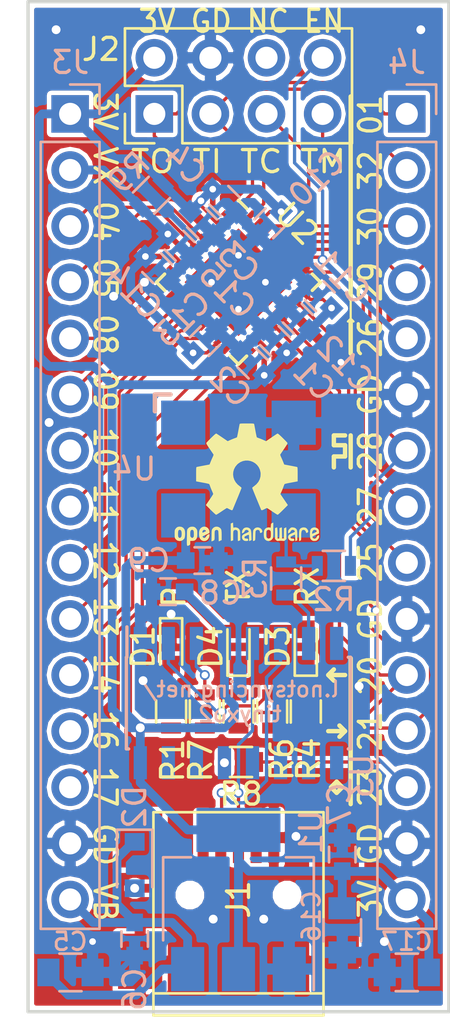
<source format=kicad_pcb>
(kicad_pcb (version 20170922) (host pcbnew "(2017-09-28 revision 6006b54dd)-master")

  (general
    (thickness 1.6)
    (drawings 37)
    (tracks 413)
    (zones 0)
    (modules 39)
    (nets 48)
  )

  (page A4)
  (layers
    (0 F.Cu signal)
    (31 B.Cu signal)
    (32 B.Adhes user)
    (33 F.Adhes user)
    (34 B.Paste user)
    (35 F.Paste user)
    (36 B.SilkS user)
    (37 F.SilkS user)
    (38 B.Mask user)
    (39 F.Mask user)
    (40 Dwgs.User user)
    (41 Cmts.User user)
    (42 Eco1.User user)
    (43 Eco2.User user)
    (44 Edge.Cuts user)
    (45 Margin user)
    (46 B.CrtYd user hide)
    (47 F.CrtYd user)
    (48 B.Fab user hide)
    (49 F.Fab user hide)
  )

  (setup
    (last_trace_width 0.15)
    (user_trace_width 0.15)
    (user_trace_width 0.4)
    (trace_clearance 0.15)
    (zone_clearance 0.2)
    (zone_45_only yes)
    (trace_min 0.15)
    (segment_width 0.2)
    (edge_width 0.15)
    (via_size 0.45)
    (via_drill 0.3)
    (via_min_size 0.45)
    (via_min_drill 0.3)
    (user_via 0.45 0.3)
    (user_via 0.55 0.4)
    (uvia_size 0.3)
    (uvia_drill 0.1)
    (uvias_allowed no)
    (uvia_min_size 0.2)
    (uvia_min_drill 0.1)
    (pcb_text_width 0.3)
    (pcb_text_size 1.5 1.5)
    (mod_edge_width 0.15)
    (mod_text_size 1 1)
    (mod_text_width 0.15)
    (pad_size 1.524 1.524)
    (pad_drill 0.762)
    (pad_to_mask_clearance 0.2)
    (aux_axis_origin 0 0)
    (visible_elements FFFFFF7F)
    (pcbplotparams
      (layerselection 0x010fc_ffffffff)
      (usegerberextensions true)
      (usegerberattributes true)
      (usegerberadvancedattributes true)
      (creategerberjobfile true)
      (excludeedgelayer true)
      (linewidth 0.100000)
      (plotframeref false)
      (viasonmask false)
      (mode 1)
      (useauxorigin false)
      (hpglpennumber 1)
      (hpglpenspeed 20)
      (hpglpendiameter 15)
      (psnegative false)
      (psa4output false)
      (plotreference true)
      (plotvalue true)
      (plotinvisibletext false)
      (padsonsilk false)
      (subtractmaskfromsilk true)
      (outputformat 1)
      (mirror false)
      (drillshape 0)
      (scaleselection 1)
      (outputdirectory gerber/))
  )

  (net 0 "")
  (net 1 /fpga/TX)
  (net 2 /fpga/RX)
  (net 3 /fpga/RS)
  (net 4 GND)
  (net 5 VBUS)
  (net 6 /fpga/VCCIO23)
  (net 7 +3V3)
  (net 8 /fpga/JTAG_TDI)
  (net 9 /fpga/JTAG_TCK)
  (net 10 /fpga/JTAG_TMS)
  (net 11 /fpga/JTAG_EN)
  (net 12 /fpga/JTAG_TDO)
  (net 13 /usbserial/DTR)
  (net 14 "Net-(U3-Pad8)")
  (net 15 /usbserial/USB-)
  (net 16 /usbserial/USB+)
  (net 17 /fpga/P27)
  (net 18 /fpga/P25)
  (net 19 /fpga/P16)
  (net 20 /fpga/P14)
  (net 21 /fpga/P13)
  (net 22 /fpga/P12)
  (net 23 /fpga/P11)
  (net 24 /fpga/P10)
  (net 25 /fpga/P9)
  (net 26 /fpga/P8)
  (net 27 /fpga/P5)
  (net 28 /fpga/P4)
  (net 29 /fpga/P17)
  (net 30 "Net-(D1-Pad2)")
  (net 31 /fpga/TXD)
  (net 32 /fpga/RXD)
  (net 33 /fpga/CLK_FPGA)
  (net 34 /fpga/CLK_USBSER)
  (net 35 "Net-(U4-Pad1)")
  (net 36 "Net-(U3-Pad15)")
  (net 37 "Net-(U3-Pad14)")
  (net 38 "Net-(U3-Pad12)")
  (net 39 "Net-(U3-Pad11)")
  (net 40 "Net-(U3-Pad10)")
  (net 41 "Net-(U3-Pad9)")
  (net 42 /usbserial/VU)
  (net 43 "Net-(D3-Pad1)")
  (net 44 "Net-(D4-Pad1)")
  (net 45 "Net-(J1-Pad4)")
  (net 46 "Net-(J2-Pad6)")
  (net 47 "Net-(R2-Pad2)")

  (net_class Default "This is the default net class."
    (clearance 0.15)
    (trace_width 0.25)
    (via_dia 0.45)
    (via_drill 0.3)
    (uvia_dia 0.3)
    (uvia_drill 0.1)
    (add_net /fpga/CLK_FPGA)
    (add_net /fpga/CLK_USBSER)
    (add_net /fpga/JTAG_EN)
    (add_net /fpga/JTAG_TCK)
    (add_net /fpga/JTAG_TDI)
    (add_net /fpga/JTAG_TDO)
    (add_net /fpga/JTAG_TMS)
    (add_net /fpga/P10)
    (add_net /fpga/P11)
    (add_net /fpga/P12)
    (add_net /fpga/P13)
    (add_net /fpga/P14)
    (add_net /fpga/P16)
    (add_net /fpga/P17)
    (add_net /fpga/P25)
    (add_net /fpga/P27)
    (add_net /fpga/P4)
    (add_net /fpga/P5)
    (add_net /fpga/P8)
    (add_net /fpga/P9)
    (add_net /fpga/RS)
    (add_net /fpga/RX)
    (add_net /fpga/RXD)
    (add_net /fpga/TX)
    (add_net /fpga/TXD)
    (add_net /usbserial/DTR)
    (add_net /usbserial/USB+)
    (add_net /usbserial/USB-)
    (add_net GND)
    (add_net "Net-(D1-Pad2)")
    (add_net "Net-(D3-Pad1)")
    (add_net "Net-(D4-Pad1)")
    (add_net "Net-(J1-Pad4)")
    (add_net "Net-(J2-Pad6)")
    (add_net "Net-(R2-Pad2)")
    (add_net "Net-(U3-Pad10)")
    (add_net "Net-(U3-Pad11)")
    (add_net "Net-(U3-Pad12)")
    (add_net "Net-(U3-Pad14)")
    (add_net "Net-(U3-Pad15)")
    (add_net "Net-(U3-Pad8)")
    (add_net "Net-(U3-Pad9)")
    (add_net "Net-(U4-Pad1)")
  )

  (net_class power ""
    (clearance 0.15)
    (trace_width 0.4)
    (via_dia 0.55)
    (via_drill 0.4)
    (uvia_dia 0.3)
    (uvia_drill 0.1)
    (add_net +3V3)
    (add_net /fpga/VCCIO23)
    (add_net /usbserial/VU)
    (add_net VBUS)
  )

  (module Symbols:OSHW-Logo2_7.3x6mm_SilkScreen (layer F.Cu) (tedit 0) (tstamp 5A32F57D)
    (at 117.221 98.0567)
    (descr "Open Source Hardware Symbol")
    (tags "Logo Symbol OSHW")
    (attr virtual)
    (fp_text reference REF*** (at 0 0) (layer F.SilkS) hide
      (effects (font (size 1 1) (thickness 0.15)))
    )
    (fp_text value OSHW-Logo2_7.3x6mm_SilkScreen (at 0.75 0) (layer F.Fab) hide
      (effects (font (size 1 1) (thickness 0.15)))
    )
    (fp_poly (pts (xy -2.400256 1.919918) (xy -2.344799 1.947568) (xy -2.295852 1.99848) (xy -2.282371 2.017338)
      (xy -2.267686 2.042015) (xy -2.258158 2.068816) (xy -2.252707 2.104587) (xy -2.250253 2.156169)
      (xy -2.249714 2.224267) (xy -2.252148 2.317588) (xy -2.260606 2.387657) (xy -2.276826 2.439931)
      (xy -2.302546 2.479869) (xy -2.339503 2.512929) (xy -2.342218 2.514886) (xy -2.37864 2.534908)
      (xy -2.422498 2.544815) (xy -2.478276 2.547257) (xy -2.568952 2.547257) (xy -2.56899 2.635283)
      (xy -2.569834 2.684308) (xy -2.574976 2.713065) (xy -2.588413 2.730311) (xy -2.614142 2.744808)
      (xy -2.620321 2.747769) (xy -2.649236 2.761648) (xy -2.671624 2.770414) (xy -2.688271 2.771171)
      (xy -2.699964 2.761023) (xy -2.70749 2.737073) (xy -2.711634 2.696426) (xy -2.713185 2.636186)
      (xy -2.712929 2.553455) (xy -2.711651 2.445339) (xy -2.711252 2.413) (xy -2.709815 2.301524)
      (xy -2.708528 2.228603) (xy -2.569029 2.228603) (xy -2.568245 2.290499) (xy -2.56476 2.330997)
      (xy -2.556876 2.357708) (xy -2.542895 2.378244) (xy -2.533403 2.38826) (xy -2.494596 2.417567)
      (xy -2.460237 2.419952) (xy -2.424784 2.39575) (xy -2.423886 2.394857) (xy -2.409461 2.376153)
      (xy -2.400687 2.350732) (xy -2.396261 2.311584) (xy -2.394882 2.251697) (xy -2.394857 2.23843)
      (xy -2.398188 2.155901) (xy -2.409031 2.098691) (xy -2.42866 2.063766) (xy -2.45835 2.048094)
      (xy -2.475509 2.046514) (xy -2.516234 2.053926) (xy -2.544168 2.07833) (xy -2.560983 2.12298)
      (xy -2.56835 2.19113) (xy -2.569029 2.228603) (xy -2.708528 2.228603) (xy -2.708292 2.215245)
      (xy -2.706323 2.150333) (xy -2.70355 2.102958) (xy -2.699612 2.06929) (xy -2.694151 2.045498)
      (xy -2.686808 2.027753) (xy -2.677223 2.012224) (xy -2.673113 2.006381) (xy -2.618595 1.951185)
      (xy -2.549664 1.91989) (xy -2.469928 1.911165) (xy -2.400256 1.919918)) (layer F.SilkS) (width 0.01))
    (fp_poly (pts (xy -1.283907 1.92778) (xy -1.237328 1.954723) (xy -1.204943 1.981466) (xy -1.181258 2.009484)
      (xy -1.164941 2.043748) (xy -1.154661 2.089227) (xy -1.149086 2.150892) (xy -1.146884 2.233711)
      (xy -1.146629 2.293246) (xy -1.146629 2.512391) (xy -1.208314 2.540044) (xy -1.27 2.567697)
      (xy -1.277257 2.32767) (xy -1.280256 2.238028) (xy -1.283402 2.172962) (xy -1.287299 2.128026)
      (xy -1.292553 2.09877) (xy -1.299769 2.080748) (xy -1.30955 2.069511) (xy -1.312688 2.067079)
      (xy -1.360239 2.048083) (xy -1.408303 2.0556) (xy -1.436914 2.075543) (xy -1.448553 2.089675)
      (xy -1.456609 2.10822) (xy -1.461729 2.136334) (xy -1.464559 2.179173) (xy -1.465744 2.241895)
      (xy -1.465943 2.307261) (xy -1.465982 2.389268) (xy -1.467386 2.447316) (xy -1.472086 2.486465)
      (xy -1.482013 2.51178) (xy -1.499097 2.528323) (xy -1.525268 2.541156) (xy -1.560225 2.554491)
      (xy -1.598404 2.569007) (xy -1.593859 2.311389) (xy -1.592029 2.218519) (xy -1.589888 2.149889)
      (xy -1.586819 2.100711) (xy -1.582206 2.066198) (xy -1.575432 2.041562) (xy -1.565881 2.022016)
      (xy -1.554366 2.00477) (xy -1.49881 1.94968) (xy -1.43102 1.917822) (xy -1.357287 1.910191)
      (xy -1.283907 1.92778)) (layer F.SilkS) (width 0.01))
    (fp_poly (pts (xy -2.958885 1.921962) (xy -2.890855 1.957733) (xy -2.840649 2.015301) (xy -2.822815 2.052312)
      (xy -2.808937 2.107882) (xy -2.801833 2.178096) (xy -2.80116 2.254727) (xy -2.806573 2.329552)
      (xy -2.81773 2.394342) (xy -2.834286 2.440873) (xy -2.839374 2.448887) (xy -2.899645 2.508707)
      (xy -2.971231 2.544535) (xy -3.048908 2.55502) (xy -3.127452 2.53881) (xy -3.149311 2.529092)
      (xy -3.191878 2.499143) (xy -3.229237 2.459433) (xy -3.232768 2.454397) (xy -3.247119 2.430124)
      (xy -3.256606 2.404178) (xy -3.26221 2.370022) (xy -3.264914 2.321119) (xy -3.265701 2.250935)
      (xy -3.265714 2.2352) (xy -3.265678 2.230192) (xy -3.120571 2.230192) (xy -3.119727 2.29643)
      (xy -3.116404 2.340386) (xy -3.109417 2.368779) (xy -3.097584 2.388325) (xy -3.091543 2.394857)
      (xy -3.056814 2.41968) (xy -3.023097 2.418548) (xy -2.989005 2.397016) (xy -2.968671 2.374029)
      (xy -2.956629 2.340478) (xy -2.949866 2.287569) (xy -2.949402 2.281399) (xy -2.948248 2.185513)
      (xy -2.960312 2.114299) (xy -2.98543 2.068194) (xy -3.02344 2.047635) (xy -3.037008 2.046514)
      (xy -3.072636 2.052152) (xy -3.097006 2.071686) (xy -3.111907 2.109042) (xy -3.119125 2.16815)
      (xy -3.120571 2.230192) (xy -3.265678 2.230192) (xy -3.265174 2.160413) (xy -3.262904 2.108159)
      (xy -3.257932 2.071949) (xy -3.249287 2.045299) (xy -3.235995 2.021722) (xy -3.233057 2.017338)
      (xy -3.183687 1.958249) (xy -3.129891 1.923947) (xy -3.064398 1.910331) (xy -3.042158 1.909665)
      (xy -2.958885 1.921962)) (layer F.SilkS) (width 0.01))
    (fp_poly (pts (xy -1.831697 1.931239) (xy -1.774473 1.969735) (xy -1.730251 2.025335) (xy -1.703833 2.096086)
      (xy -1.69849 2.148162) (xy -1.699097 2.169893) (xy -1.704178 2.186531) (xy -1.718145 2.201437)
      (xy -1.745411 2.217973) (xy -1.790388 2.239498) (xy -1.857489 2.269374) (xy -1.857829 2.269524)
      (xy -1.919593 2.297813) (xy -1.970241 2.322933) (xy -2.004596 2.342179) (xy -2.017482 2.352848)
      (xy -2.017486 2.352934) (xy -2.006128 2.376166) (xy -1.979569 2.401774) (xy -1.949077 2.420221)
      (xy -1.93363 2.423886) (xy -1.891485 2.411212) (xy -1.855192 2.379471) (xy -1.837483 2.344572)
      (xy -1.820448 2.318845) (xy -1.787078 2.289546) (xy -1.747851 2.264235) (xy -1.713244 2.250471)
      (xy -1.706007 2.249714) (xy -1.697861 2.26216) (xy -1.69737 2.293972) (xy -1.703357 2.336866)
      (xy -1.714643 2.382558) (xy -1.73005 2.422761) (xy -1.730829 2.424322) (xy -1.777196 2.489062)
      (xy -1.837289 2.533097) (xy -1.905535 2.554711) (xy -1.976362 2.552185) (xy -2.044196 2.523804)
      (xy -2.047212 2.521808) (xy -2.100573 2.473448) (xy -2.13566 2.410352) (xy -2.155078 2.327387)
      (xy -2.157684 2.304078) (xy -2.162299 2.194055) (xy -2.156767 2.142748) (xy -2.017486 2.142748)
      (xy -2.015676 2.174753) (xy -2.005778 2.184093) (xy -1.981102 2.177105) (xy -1.942205 2.160587)
      (xy -1.898725 2.139881) (xy -1.897644 2.139333) (xy -1.860791 2.119949) (xy -1.846 2.107013)
      (xy -1.849647 2.093451) (xy -1.865005 2.075632) (xy -1.904077 2.049845) (xy -1.946154 2.04795)
      (xy -1.983897 2.066717) (xy -2.009966 2.102915) (xy -2.017486 2.142748) (xy -2.156767 2.142748)
      (xy -2.152806 2.106027) (xy -2.12845 2.036212) (xy -2.094544 1.987302) (xy -2.033347 1.937878)
      (xy -1.965937 1.913359) (xy -1.89712 1.911797) (xy -1.831697 1.931239)) (layer F.SilkS) (width 0.01))
    (fp_poly (pts (xy -0.624114 1.851289) (xy -0.619861 1.910613) (xy -0.614975 1.945572) (xy -0.608205 1.96082)
      (xy -0.598298 1.961015) (xy -0.595086 1.959195) (xy -0.552356 1.946015) (xy -0.496773 1.946785)
      (xy -0.440263 1.960333) (xy -0.404918 1.977861) (xy -0.368679 2.005861) (xy -0.342187 2.037549)
      (xy -0.324001 2.077813) (xy -0.312678 2.131543) (xy -0.306778 2.203626) (xy -0.304857 2.298951)
      (xy -0.304823 2.317237) (xy -0.3048 2.522646) (xy -0.350509 2.53858) (xy -0.382973 2.54942)
      (xy -0.400785 2.554468) (xy -0.401309 2.554514) (xy -0.403063 2.540828) (xy -0.404556 2.503076)
      (xy -0.405674 2.446224) (xy -0.406303 2.375234) (xy -0.4064 2.332073) (xy -0.406602 2.246973)
      (xy -0.407642 2.185981) (xy -0.410169 2.144177) (xy -0.414836 2.116642) (xy -0.422293 2.098456)
      (xy -0.433189 2.084698) (xy -0.439993 2.078073) (xy -0.486728 2.051375) (xy -0.537728 2.049375)
      (xy -0.583999 2.071955) (xy -0.592556 2.080107) (xy -0.605107 2.095436) (xy -0.613812 2.113618)
      (xy -0.619369 2.139909) (xy -0.622474 2.179562) (xy -0.623824 2.237832) (xy -0.624114 2.318173)
      (xy -0.624114 2.522646) (xy -0.669823 2.53858) (xy -0.702287 2.54942) (xy -0.720099 2.554468)
      (xy -0.720623 2.554514) (xy -0.721963 2.540623) (xy -0.723172 2.501439) (xy -0.724199 2.4407)
      (xy -0.724998 2.362141) (xy -0.725519 2.269498) (xy -0.725714 2.166509) (xy -0.725714 1.769342)
      (xy -0.678543 1.749444) (xy -0.631371 1.729547) (xy -0.624114 1.851289)) (layer F.SilkS) (width 0.01))
    (fp_poly (pts (xy 0.039744 1.950968) (xy 0.096616 1.972087) (xy 0.097267 1.972493) (xy 0.13244 1.99838)
      (xy 0.158407 2.028633) (xy 0.17667 2.068058) (xy 0.188732 2.121462) (xy 0.196096 2.193651)
      (xy 0.200264 2.289432) (xy 0.200629 2.303078) (xy 0.205876 2.508842) (xy 0.161716 2.531678)
      (xy 0.129763 2.54711) (xy 0.11047 2.554423) (xy 0.109578 2.554514) (xy 0.106239 2.541022)
      (xy 0.103587 2.504626) (xy 0.101956 2.451452) (xy 0.1016 2.408393) (xy 0.101592 2.338641)
      (xy 0.098403 2.294837) (xy 0.087288 2.273944) (xy 0.063501 2.272925) (xy 0.022296 2.288741)
      (xy -0.039914 2.317815) (xy -0.085659 2.341963) (xy -0.109187 2.362913) (xy -0.116104 2.385747)
      (xy -0.116114 2.386877) (xy -0.104701 2.426212) (xy -0.070908 2.447462) (xy -0.019191 2.450539)
      (xy 0.018061 2.450006) (xy 0.037703 2.460735) (xy 0.049952 2.486505) (xy 0.057002 2.519337)
      (xy 0.046842 2.537966) (xy 0.043017 2.540632) (xy 0.007001 2.55134) (xy -0.043434 2.552856)
      (xy -0.095374 2.545759) (xy -0.132178 2.532788) (xy -0.183062 2.489585) (xy -0.211986 2.429446)
      (xy -0.217714 2.382462) (xy -0.213343 2.340082) (xy -0.197525 2.305488) (xy -0.166203 2.274763)
      (xy -0.115322 2.24399) (xy -0.040824 2.209252) (xy -0.036286 2.207288) (xy 0.030821 2.176287)
      (xy 0.072232 2.150862) (xy 0.089981 2.128014) (xy 0.086107 2.104745) (xy 0.062643 2.078056)
      (xy 0.055627 2.071914) (xy 0.00863 2.0481) (xy -0.040067 2.049103) (xy -0.082478 2.072451)
      (xy -0.110616 2.115675) (xy -0.113231 2.12416) (xy -0.138692 2.165308) (xy -0.170999 2.185128)
      (xy -0.217714 2.20477) (xy -0.217714 2.15395) (xy -0.203504 2.080082) (xy -0.161325 2.012327)
      (xy -0.139376 1.989661) (xy -0.089483 1.960569) (xy -0.026033 1.9474) (xy 0.039744 1.950968)) (layer F.SilkS) (width 0.01))
    (fp_poly (pts (xy 0.529926 1.949755) (xy 0.595858 1.974084) (xy 0.649273 2.017117) (xy 0.670164 2.047409)
      (xy 0.692939 2.102994) (xy 0.692466 2.143186) (xy 0.668562 2.170217) (xy 0.659717 2.174813)
      (xy 0.62153 2.189144) (xy 0.602028 2.185472) (xy 0.595422 2.161407) (xy 0.595086 2.148114)
      (xy 0.582992 2.09921) (xy 0.551471 2.064999) (xy 0.507659 2.048476) (xy 0.458695 2.052634)
      (xy 0.418894 2.074227) (xy 0.40545 2.086544) (xy 0.395921 2.101487) (xy 0.389485 2.124075)
      (xy 0.385317 2.159328) (xy 0.382597 2.212266) (xy 0.380502 2.287907) (xy 0.37996 2.311857)
      (xy 0.377981 2.39379) (xy 0.375731 2.451455) (xy 0.372357 2.489608) (xy 0.367006 2.513004)
      (xy 0.358824 2.526398) (xy 0.346959 2.534545) (xy 0.339362 2.538144) (xy 0.307102 2.550452)
      (xy 0.288111 2.554514) (xy 0.281836 2.540948) (xy 0.278006 2.499934) (xy 0.2766 2.430999)
      (xy 0.277598 2.333669) (xy 0.277908 2.318657) (xy 0.280101 2.229859) (xy 0.282693 2.165019)
      (xy 0.286382 2.119067) (xy 0.291864 2.086935) (xy 0.299835 2.063553) (xy 0.310993 2.043852)
      (xy 0.31683 2.03541) (xy 0.350296 1.998057) (xy 0.387727 1.969003) (xy 0.392309 1.966467)
      (xy 0.459426 1.946443) (xy 0.529926 1.949755)) (layer F.SilkS) (width 0.01))
    (fp_poly (pts (xy 1.190117 2.065358) (xy 1.189933 2.173837) (xy 1.189219 2.257287) (xy 1.187675 2.319704)
      (xy 1.185001 2.365085) (xy 1.180894 2.397429) (xy 1.175055 2.420733) (xy 1.167182 2.438995)
      (xy 1.161221 2.449418) (xy 1.111855 2.505945) (xy 1.049264 2.541377) (xy 0.980013 2.55409)
      (xy 0.910668 2.542463) (xy 0.869375 2.521568) (xy 0.826025 2.485422) (xy 0.796481 2.441276)
      (xy 0.778655 2.383462) (xy 0.770463 2.306313) (xy 0.769302 2.249714) (xy 0.769458 2.245647)
      (xy 0.870857 2.245647) (xy 0.871476 2.31055) (xy 0.874314 2.353514) (xy 0.88084 2.381622)
      (xy 0.892523 2.401953) (xy 0.906483 2.417288) (xy 0.953365 2.44689) (xy 1.003701 2.449419)
      (xy 1.051276 2.424705) (xy 1.054979 2.421356) (xy 1.070783 2.403935) (xy 1.080693 2.383209)
      (xy 1.086058 2.352362) (xy 1.088228 2.304577) (xy 1.088571 2.251748) (xy 1.087827 2.185381)
      (xy 1.084748 2.141106) (xy 1.078061 2.112009) (xy 1.066496 2.091173) (xy 1.057013 2.080107)
      (xy 1.01296 2.052198) (xy 0.962224 2.048843) (xy 0.913796 2.070159) (xy 0.90445 2.078073)
      (xy 0.88854 2.095647) (xy 0.87861 2.116587) (xy 0.873278 2.147782) (xy 0.871163 2.196122)
      (xy 0.870857 2.245647) (xy 0.769458 2.245647) (xy 0.77281 2.158568) (xy 0.784726 2.090086)
      (xy 0.807135 2.0386) (xy 0.842124 1.998443) (xy 0.869375 1.977861) (xy 0.918907 1.955625)
      (xy 0.976316 1.945304) (xy 1.029682 1.948067) (xy 1.059543 1.959212) (xy 1.071261 1.962383)
      (xy 1.079037 1.950557) (xy 1.084465 1.918866) (xy 1.088571 1.870593) (xy 1.093067 1.816829)
      (xy 1.099313 1.784482) (xy 1.110676 1.765985) (xy 1.130528 1.75377) (xy 1.143 1.748362)
      (xy 1.190171 1.728601) (xy 1.190117 2.065358)) (layer F.SilkS) (width 0.01))
    (fp_poly (pts (xy 1.779833 1.958663) (xy 1.782048 1.99685) (xy 1.783784 2.054886) (xy 1.784899 2.12818)
      (xy 1.785257 2.205055) (xy 1.785257 2.465196) (xy 1.739326 2.511127) (xy 1.707675 2.539429)
      (xy 1.67989 2.550893) (xy 1.641915 2.550168) (xy 1.62684 2.548321) (xy 1.579726 2.542948)
      (xy 1.540756 2.539869) (xy 1.531257 2.539585) (xy 1.499233 2.541445) (xy 1.453432 2.546114)
      (xy 1.435674 2.548321) (xy 1.392057 2.551735) (xy 1.362745 2.54432) (xy 1.33368 2.521427)
      (xy 1.323188 2.511127) (xy 1.277257 2.465196) (xy 1.277257 1.978602) (xy 1.314226 1.961758)
      (xy 1.346059 1.949282) (xy 1.364683 1.944914) (xy 1.369458 1.958718) (xy 1.373921 1.997286)
      (xy 1.377775 2.056356) (xy 1.380722 2.131663) (xy 1.382143 2.195286) (xy 1.386114 2.445657)
      (xy 1.420759 2.450556) (xy 1.452268 2.447131) (xy 1.467708 2.436041) (xy 1.472023 2.415308)
      (xy 1.475708 2.371145) (xy 1.478469 2.309146) (xy 1.480012 2.234909) (xy 1.480235 2.196706)
      (xy 1.480457 1.976783) (xy 1.526166 1.960849) (xy 1.558518 1.950015) (xy 1.576115 1.944962)
      (xy 1.576623 1.944914) (xy 1.578388 1.958648) (xy 1.580329 1.99673) (xy 1.582282 2.054482)
      (xy 1.584084 2.127227) (xy 1.585343 2.195286) (xy 1.589314 2.445657) (xy 1.6764 2.445657)
      (xy 1.680396 2.21724) (xy 1.684392 1.988822) (xy 1.726847 1.966868) (xy 1.758192 1.951793)
      (xy 1.776744 1.944951) (xy 1.777279 1.944914) (xy 1.779833 1.958663)) (layer F.SilkS) (width 0.01))
    (fp_poly (pts (xy 2.144876 1.956335) (xy 2.186667 1.975344) (xy 2.219469 1.998378) (xy 2.243503 2.024133)
      (xy 2.260097 2.057358) (xy 2.270577 2.1028) (xy 2.276271 2.165207) (xy 2.278507 2.249327)
      (xy 2.278743 2.304721) (xy 2.278743 2.520826) (xy 2.241774 2.53767) (xy 2.212656 2.549981)
      (xy 2.198231 2.554514) (xy 2.195472 2.541025) (xy 2.193282 2.504653) (xy 2.191942 2.451542)
      (xy 2.191657 2.409372) (xy 2.190434 2.348447) (xy 2.187136 2.300115) (xy 2.182321 2.270518)
      (xy 2.178496 2.264229) (xy 2.152783 2.270652) (xy 2.112418 2.287125) (xy 2.065679 2.309458)
      (xy 2.020845 2.333457) (xy 1.986193 2.35493) (xy 1.970002 2.369685) (xy 1.969938 2.369845)
      (xy 1.97133 2.397152) (xy 1.983818 2.423219) (xy 2.005743 2.444392) (xy 2.037743 2.451474)
      (xy 2.065092 2.450649) (xy 2.103826 2.450042) (xy 2.124158 2.459116) (xy 2.136369 2.483092)
      (xy 2.137909 2.487613) (xy 2.143203 2.521806) (xy 2.129047 2.542568) (xy 2.092148 2.552462)
      (xy 2.052289 2.554292) (xy 1.980562 2.540727) (xy 1.943432 2.521355) (xy 1.897576 2.475845)
      (xy 1.873256 2.419983) (xy 1.871073 2.360957) (xy 1.891629 2.305953) (xy 1.922549 2.271486)
      (xy 1.95342 2.252189) (xy 2.001942 2.227759) (xy 2.058485 2.202985) (xy 2.06791 2.199199)
      (xy 2.130019 2.171791) (xy 2.165822 2.147634) (xy 2.177337 2.123619) (xy 2.16658 2.096635)
      (xy 2.148114 2.075543) (xy 2.104469 2.049572) (xy 2.056446 2.047624) (xy 2.012406 2.067637)
      (xy 1.980709 2.107551) (xy 1.976549 2.117848) (xy 1.952327 2.155724) (xy 1.916965 2.183842)
      (xy 1.872343 2.206917) (xy 1.872343 2.141485) (xy 1.874969 2.101506) (xy 1.88623 2.069997)
      (xy 1.911199 2.036378) (xy 1.935169 2.010484) (xy 1.972441 1.973817) (xy 2.001401 1.954121)
      (xy 2.032505 1.94622) (xy 2.067713 1.944914) (xy 2.144876 1.956335)) (layer F.SilkS) (width 0.01))
    (fp_poly (pts (xy 2.6526 1.958752) (xy 2.669948 1.966334) (xy 2.711356 1.999128) (xy 2.746765 2.046547)
      (xy 2.768664 2.097151) (xy 2.772229 2.122098) (xy 2.760279 2.156927) (xy 2.734067 2.175357)
      (xy 2.705964 2.186516) (xy 2.693095 2.188572) (xy 2.686829 2.173649) (xy 2.674456 2.141175)
      (xy 2.669028 2.126502) (xy 2.63859 2.075744) (xy 2.59452 2.050427) (xy 2.53801 2.051206)
      (xy 2.533825 2.052203) (xy 2.503655 2.066507) (xy 2.481476 2.094393) (xy 2.466327 2.139287)
      (xy 2.45725 2.204615) (xy 2.453286 2.293804) (xy 2.452914 2.341261) (xy 2.45273 2.416071)
      (xy 2.451522 2.467069) (xy 2.448309 2.499471) (xy 2.442109 2.518495) (xy 2.43194 2.529356)
      (xy 2.416819 2.537272) (xy 2.415946 2.53767) (xy 2.386828 2.549981) (xy 2.372403 2.554514)
      (xy 2.370186 2.540809) (xy 2.368289 2.502925) (xy 2.366847 2.445715) (xy 2.365998 2.374027)
      (xy 2.365829 2.321565) (xy 2.366692 2.220047) (xy 2.37007 2.143032) (xy 2.377142 2.086023)
      (xy 2.389088 2.044526) (xy 2.40709 2.014043) (xy 2.432327 1.99008) (xy 2.457247 1.973355)
      (xy 2.517171 1.951097) (xy 2.586911 1.946076) (xy 2.6526 1.958752)) (layer F.SilkS) (width 0.01))
    (fp_poly (pts (xy 3.153595 1.966966) (xy 3.211021 2.004497) (xy 3.238719 2.038096) (xy 3.260662 2.099064)
      (xy 3.262405 2.147308) (xy 3.258457 2.211816) (xy 3.109686 2.276934) (xy 3.037349 2.310202)
      (xy 2.990084 2.336964) (xy 2.965507 2.360144) (xy 2.961237 2.382667) (xy 2.974889 2.407455)
      (xy 2.989943 2.423886) (xy 3.033746 2.450235) (xy 3.081389 2.452081) (xy 3.125145 2.431546)
      (xy 3.157289 2.390752) (xy 3.163038 2.376347) (xy 3.190576 2.331356) (xy 3.222258 2.312182)
      (xy 3.265714 2.295779) (xy 3.265714 2.357966) (xy 3.261872 2.400283) (xy 3.246823 2.435969)
      (xy 3.21528 2.476943) (xy 3.210592 2.482267) (xy 3.175506 2.51872) (xy 3.145347 2.538283)
      (xy 3.107615 2.547283) (xy 3.076335 2.55023) (xy 3.020385 2.550965) (xy 2.980555 2.54166)
      (xy 2.955708 2.527846) (xy 2.916656 2.497467) (xy 2.889625 2.464613) (xy 2.872517 2.423294)
      (xy 2.863238 2.367521) (xy 2.859693 2.291305) (xy 2.85941 2.252622) (xy 2.860372 2.206247)
      (xy 2.948007 2.206247) (xy 2.949023 2.231126) (xy 2.951556 2.2352) (xy 2.968274 2.229665)
      (xy 3.004249 2.215017) (xy 3.052331 2.19419) (xy 3.062386 2.189714) (xy 3.123152 2.158814)
      (xy 3.156632 2.131657) (xy 3.16399 2.10622) (xy 3.146391 2.080481) (xy 3.131856 2.069109)
      (xy 3.07941 2.046364) (xy 3.030322 2.050122) (xy 2.989227 2.077884) (xy 2.960758 2.127152)
      (xy 2.951631 2.166257) (xy 2.948007 2.206247) (xy 2.860372 2.206247) (xy 2.861285 2.162249)
      (xy 2.868196 2.095384) (xy 2.881884 2.046695) (xy 2.904096 2.010849) (xy 2.936574 1.982513)
      (xy 2.950733 1.973355) (xy 3.015053 1.949507) (xy 3.085473 1.948006) (xy 3.153595 1.966966)) (layer F.SilkS) (width 0.01))
    (fp_poly (pts (xy 0.10391 -2.757652) (xy 0.182454 -2.757222) (xy 0.239298 -2.756058) (xy 0.278105 -2.753793)
      (xy 0.302538 -2.75006) (xy 0.316262 -2.744494) (xy 0.32294 -2.736727) (xy 0.326236 -2.726395)
      (xy 0.326556 -2.725057) (xy 0.331562 -2.700921) (xy 0.340829 -2.653299) (xy 0.353392 -2.587259)
      (xy 0.368287 -2.507872) (xy 0.384551 -2.420204) (xy 0.385119 -2.417125) (xy 0.40141 -2.331211)
      (xy 0.416652 -2.255304) (xy 0.429861 -2.193955) (xy 0.440054 -2.151718) (xy 0.446248 -2.133145)
      (xy 0.446543 -2.132816) (xy 0.464788 -2.123747) (xy 0.502405 -2.108633) (xy 0.551271 -2.090738)
      (xy 0.551543 -2.090642) (xy 0.613093 -2.067507) (xy 0.685657 -2.038035) (xy 0.754057 -2.008403)
      (xy 0.757294 -2.006938) (xy 0.868702 -1.956374) (xy 1.115399 -2.12484) (xy 1.191077 -2.176197)
      (xy 1.259631 -2.222111) (xy 1.317088 -2.25997) (xy 1.359476 -2.287163) (xy 1.382825 -2.301079)
      (xy 1.385042 -2.302111) (xy 1.40201 -2.297516) (xy 1.433701 -2.275345) (xy 1.481352 -2.234553)
      (xy 1.546198 -2.174095) (xy 1.612397 -2.109773) (xy 1.676214 -2.046388) (xy 1.733329 -1.988549)
      (xy 1.780305 -1.939825) (xy 1.813703 -1.90379) (xy 1.830085 -1.884016) (xy 1.830694 -1.882998)
      (xy 1.832505 -1.869428) (xy 1.825683 -1.847267) (xy 1.80854 -1.813522) (xy 1.779393 -1.7652)
      (xy 1.736555 -1.699308) (xy 1.679448 -1.614483) (xy 1.628766 -1.539823) (xy 1.583461 -1.47286)
      (xy 1.54615 -1.417484) (xy 1.519452 -1.37758) (xy 1.505985 -1.357038) (xy 1.505137 -1.355644)
      (xy 1.506781 -1.335962) (xy 1.519245 -1.297707) (xy 1.540048 -1.248111) (xy 1.547462 -1.232272)
      (xy 1.579814 -1.16171) (xy 1.614328 -1.081647) (xy 1.642365 -1.012371) (xy 1.662568 -0.960955)
      (xy 1.678615 -0.921881) (xy 1.687888 -0.901459) (xy 1.689041 -0.899886) (xy 1.706096 -0.897279)
      (xy 1.746298 -0.890137) (xy 1.804302 -0.879477) (xy 1.874763 -0.866315) (xy 1.952335 -0.851667)
      (xy 2.031672 -0.836551) (xy 2.107431 -0.821982) (xy 2.174264 -0.808978) (xy 2.226828 -0.798555)
      (xy 2.259776 -0.79173) (xy 2.267857 -0.789801) (xy 2.276205 -0.785038) (xy 2.282506 -0.774282)
      (xy 2.287045 -0.753902) (xy 2.290104 -0.720266) (xy 2.291967 -0.669745) (xy 2.292918 -0.598708)
      (xy 2.29324 -0.503524) (xy 2.293257 -0.464508) (xy 2.293257 -0.147201) (xy 2.217057 -0.132161)
      (xy 2.174663 -0.124005) (xy 2.1114 -0.112101) (xy 2.034962 -0.097884) (xy 1.953043 -0.08279)
      (xy 1.9304 -0.078645) (xy 1.854806 -0.063947) (xy 1.788953 -0.049495) (xy 1.738366 -0.036625)
      (xy 1.708574 -0.026678) (xy 1.703612 -0.023713) (xy 1.691426 -0.002717) (xy 1.673953 0.037967)
      (xy 1.654577 0.090322) (xy 1.650734 0.1016) (xy 1.625339 0.171523) (xy 1.593817 0.250418)
      (xy 1.562969 0.321266) (xy 1.562817 0.321595) (xy 1.511447 0.432733) (xy 1.680399 0.681253)
      (xy 1.849352 0.929772) (xy 1.632429 1.147058) (xy 1.566819 1.211726) (xy 1.506979 1.268733)
      (xy 1.456267 1.315033) (xy 1.418046 1.347584) (xy 1.395675 1.363343) (xy 1.392466 1.364343)
      (xy 1.373626 1.356469) (xy 1.33518 1.334578) (xy 1.28133 1.301267) (xy 1.216276 1.259131)
      (xy 1.14594 1.211943) (xy 1.074555 1.16381) (xy 1.010908 1.121928) (xy 0.959041 1.088871)
      (xy 0.922995 1.067218) (xy 0.906867 1.059543) (xy 0.887189 1.066037) (xy 0.849875 1.08315)
      (xy 0.802621 1.107326) (xy 0.797612 1.110013) (xy 0.733977 1.141927) (xy 0.690341 1.157579)
      (xy 0.663202 1.157745) (xy 0.649057 1.143204) (xy 0.648975 1.143) (xy 0.641905 1.125779)
      (xy 0.625042 1.084899) (xy 0.599695 1.023525) (xy 0.567171 0.944819) (xy 0.528778 0.851947)
      (xy 0.485822 0.748072) (xy 0.444222 0.647502) (xy 0.398504 0.536516) (xy 0.356526 0.433703)
      (xy 0.319548 0.342215) (xy 0.288827 0.265201) (xy 0.265622 0.205815) (xy 0.25119 0.167209)
      (xy 0.246743 0.1528) (xy 0.257896 0.136272) (xy 0.287069 0.10993) (xy 0.325971 0.080887)
      (xy 0.436757 -0.010961) (xy 0.523351 -0.116241) (xy 0.584716 -0.232734) (xy 0.619815 -0.358224)
      (xy 0.627608 -0.490493) (xy 0.621943 -0.551543) (xy 0.591078 -0.678205) (xy 0.53792 -0.790059)
      (xy 0.465767 -0.885999) (xy 0.377917 -0.964924) (xy 0.277665 -1.02573) (xy 0.16831 -1.067313)
      (xy 0.053147 -1.088572) (xy -0.064525 -1.088401) (xy -0.18141 -1.065699) (xy -0.294211 -1.019362)
      (xy -0.399631 -0.948287) (xy -0.443632 -0.908089) (xy -0.528021 -0.804871) (xy -0.586778 -0.692075)
      (xy -0.620296 -0.57299) (xy -0.628965 -0.450905) (xy -0.613177 -0.329107) (xy -0.573322 -0.210884)
      (xy -0.509793 -0.099525) (xy -0.422979 0.001684) (xy -0.325971 0.080887) (xy -0.285563 0.111162)
      (xy -0.257018 0.137219) (xy -0.246743 0.152825) (xy -0.252123 0.169843) (xy -0.267425 0.2105)
      (xy -0.291388 0.271642) (xy -0.322756 0.350119) (xy -0.360268 0.44278) (xy -0.402667 0.546472)
      (xy -0.444337 0.647526) (xy -0.49031 0.758607) (xy -0.532893 0.861541) (xy -0.570779 0.953165)
      (xy -0.60266 1.030316) (xy -0.627229 1.089831) (xy -0.64318 1.128544) (xy -0.64909 1.143)
      (xy -0.663052 1.157685) (xy -0.69006 1.157642) (xy -0.733587 1.142099) (xy -0.79711 1.110284)
      (xy -0.797612 1.110013) (xy -0.84544 1.085323) (xy -0.884103 1.067338) (xy -0.905905 1.059614)
      (xy -0.906867 1.059543) (xy -0.923279 1.067378) (xy -0.959513 1.089165) (xy -1.011526 1.122328)
      (xy -1.075275 1.164291) (xy -1.14594 1.211943) (xy -1.217884 1.260191) (xy -1.282726 1.302151)
      (xy -1.336265 1.335227) (xy -1.374303 1.356821) (xy -1.392467 1.364343) (xy -1.409192 1.354457)
      (xy -1.44282 1.326826) (xy -1.48999 1.284495) (xy -1.547342 1.230505) (xy -1.611516 1.167899)
      (xy -1.632503 1.146983) (xy -1.849501 0.929623) (xy -1.684332 0.68722) (xy -1.634136 0.612781)
      (xy -1.590081 0.545972) (xy -1.554638 0.490665) (xy -1.530281 0.450729) (xy -1.519478 0.430036)
      (xy -1.519162 0.428563) (xy -1.524857 0.409058) (xy -1.540174 0.369822) (xy -1.562463 0.31743)
      (xy -1.578107 0.282355) (xy -1.607359 0.215201) (xy -1.634906 0.147358) (xy -1.656263 0.090034)
      (xy -1.662065 0.072572) (xy -1.678548 0.025938) (xy -1.69466 -0.010095) (xy -1.70351 -0.023713)
      (xy -1.72304 -0.032048) (xy -1.765666 -0.043863) (xy -1.825855 -0.057819) (xy -1.898078 -0.072578)
      (xy -1.9304 -0.078645) (xy -2.012478 -0.093727) (xy -2.091205 -0.108331) (xy -2.158891 -0.12102)
      (xy -2.20784 -0.130358) (xy -2.217057 -0.132161) (xy -2.293257 -0.147201) (xy -2.293257 -0.464508)
      (xy -2.293086 -0.568846) (xy -2.292384 -0.647787) (xy -2.290866 -0.704962) (xy -2.288251 -0.744001)
      (xy -2.284254 -0.768535) (xy -2.278591 -0.782195) (xy -2.27098 -0.788611) (xy -2.267857 -0.789801)
      (xy -2.249022 -0.79402) (xy -2.207412 -0.802438) (xy -2.14837 -0.814039) (xy -2.077243 -0.827805)
      (xy -1.999375 -0.84272) (xy -1.920113 -0.857768) (xy -1.844802 -0.871931) (xy -1.778787 -0.884194)
      (xy -1.727413 -0.893539) (xy -1.696025 -0.89895) (xy -1.689041 -0.899886) (xy -1.682715 -0.912404)
      (xy -1.66871 -0.945754) (xy -1.649645 -0.993623) (xy -1.642366 -1.012371) (xy -1.613004 -1.084805)
      (xy -1.578429 -1.16483) (xy -1.547463 -1.232272) (xy -1.524677 -1.283841) (xy -1.509518 -1.326215)
      (xy -1.504458 -1.352166) (xy -1.505264 -1.355644) (xy -1.515959 -1.372064) (xy -1.54038 -1.408583)
      (xy -1.575905 -1.461313) (xy -1.619913 -1.526365) (xy -1.669783 -1.599849) (xy -1.679644 -1.614355)
      (xy -1.737508 -1.700296) (xy -1.780044 -1.765739) (xy -1.808946 -1.813696) (xy -1.82591 -1.84718)
      (xy -1.832633 -1.869205) (xy -1.83081 -1.882783) (xy -1.830764 -1.882869) (xy -1.816414 -1.900703)
      (xy -1.784677 -1.935183) (xy -1.73899 -1.982732) (xy -1.682796 -2.039778) (xy -1.619532 -2.102745)
      (xy -1.612398 -2.109773) (xy -1.53267 -2.18698) (xy -1.471143 -2.24367) (xy -1.426579 -2.28089)
      (xy -1.397743 -2.299685) (xy -1.385042 -2.302111) (xy -1.366506 -2.291529) (xy -1.328039 -2.267084)
      (xy -1.273614 -2.231388) (xy -1.207202 -2.187053) (xy -1.132775 -2.136689) (xy -1.115399 -2.12484)
      (xy -0.868703 -1.956374) (xy -0.757294 -2.006938) (xy -0.689543 -2.036405) (xy -0.616817 -2.066041)
      (xy -0.554297 -2.08967) (xy -0.551543 -2.090642) (xy -0.50264 -2.108543) (xy -0.464943 -2.12368)
      (xy -0.446575 -2.13279) (xy -0.446544 -2.132816) (xy -0.440715 -2.149283) (xy -0.430808 -2.189781)
      (xy -0.417805 -2.249758) (xy -0.402691 -2.32466) (xy -0.386448 -2.409936) (xy -0.385119 -2.417125)
      (xy -0.368825 -2.504986) (xy -0.353867 -2.58474) (xy -0.341209 -2.651319) (xy -0.331814 -2.699653)
      (xy -0.326646 -2.724675) (xy -0.326556 -2.725057) (xy -0.323411 -2.735701) (xy -0.317296 -2.743738)
      (xy -0.304547 -2.749533) (xy -0.2815 -2.753453) (xy -0.244491 -2.755865) (xy -0.189856 -2.757135)
      (xy -0.113933 -2.757629) (xy -0.013056 -2.757714) (xy 0 -2.757714) (xy 0.10391 -2.757652)) (layer F.SilkS) (width 0.01))
  )

  (module LEDs:LED_0603 (layer F.Cu) (tedit 57FE93A5) (tstamp 59E00625)
    (at 119.888 105.41 90)
    (descr "LED 0603 smd package")
    (tags "LED led 0603 SMD smd SMT smt smdled SMDLED smtled SMTLED")
    (path /59CE819F/59CEB277)
    (attr smd)
    (fp_text reference D3 (at 0 -1.25 90) (layer F.SilkS)
      (effects (font (size 1 1) (thickness 0.15)))
    )
    (fp_text value Rd (at 0 1.35 90) (layer F.Fab)
      (effects (font (size 1 1) (thickness 0.15)))
    )
    (fp_line (start -1.45 -0.65) (end 1.45 -0.65) (layer F.CrtYd) (width 0.05))
    (fp_line (start -1.45 0.65) (end -1.45 -0.65) (layer F.CrtYd) (width 0.05))
    (fp_line (start 1.45 0.65) (end -1.45 0.65) (layer F.CrtYd) (width 0.05))
    (fp_line (start 1.45 -0.65) (end 1.45 0.65) (layer F.CrtYd) (width 0.05))
    (fp_line (start -1.3 -0.5) (end 0.8 -0.5) (layer F.SilkS) (width 0.12))
    (fp_line (start -1.3 0.5) (end 0.8 0.5) (layer F.SilkS) (width 0.12))
    (fp_line (start -0.8 0.4) (end -0.8 -0.4) (layer F.Fab) (width 0.1))
    (fp_line (start -0.8 -0.4) (end 0.8 -0.4) (layer F.Fab) (width 0.1))
    (fp_line (start 0.8 -0.4) (end 0.8 0.4) (layer F.Fab) (width 0.1))
    (fp_line (start 0.8 0.4) (end -0.8 0.4) (layer F.Fab) (width 0.1))
    (fp_line (start 0.15 -0.2) (end 0.15 0.2) (layer F.Fab) (width 0.1))
    (fp_line (start 0.15 0.2) (end -0.15 0) (layer F.Fab) (width 0.1))
    (fp_line (start -0.15 0) (end 0.15 -0.2) (layer F.Fab) (width 0.1))
    (fp_line (start -0.2 -0.2) (end -0.2 0.2) (layer F.Fab) (width 0.1))
    (fp_line (start -1.3 -0.5) (end -1.3 0.5) (layer F.SilkS) (width 0.12))
    (pad 1 smd rect (at -0.8 0 270) (size 0.8 0.8) (layers F.Cu F.Paste F.Mask)
      (net 43 "Net-(D3-Pad1)"))
    (pad 2 smd rect (at 0.8 0 270) (size 0.8 0.8) (layers F.Cu F.Paste F.Mask)
      (net 7 +3V3))
    (model ${KISYS3DMOD}/LEDs.3dshapes/LED_0603.wrl
      (at (xyz 0 0 0))
      (scale (xyz 1 1 1))
      (rotate (xyz 0 0 180))
    )
  )

  (module LEDs:LED_0603 (layer F.Cu) (tedit 57FE93A5) (tstamp 59E0063A)
    (at 116.84 105.41 90)
    (descr "LED 0603 smd package")
    (tags "LED led 0603 SMD smd SMT smt smdled SMDLED smtled SMTLED")
    (path /59CE819F/59CEAE2F)
    (attr smd)
    (fp_text reference D4 (at 0 -1.25 90) (layer F.SilkS)
      (effects (font (size 1 1) (thickness 0.15)))
    )
    (fp_text value Or (at 0 1.35 90) (layer F.Fab)
      (effects (font (size 1 1) (thickness 0.15)))
    )
    (fp_line (start -1.3 -0.5) (end -1.3 0.5) (layer F.SilkS) (width 0.12))
    (fp_line (start -0.2 -0.2) (end -0.2 0.2) (layer F.Fab) (width 0.1))
    (fp_line (start -0.15 0) (end 0.15 -0.2) (layer F.Fab) (width 0.1))
    (fp_line (start 0.15 0.2) (end -0.15 0) (layer F.Fab) (width 0.1))
    (fp_line (start 0.15 -0.2) (end 0.15 0.2) (layer F.Fab) (width 0.1))
    (fp_line (start 0.8 0.4) (end -0.8 0.4) (layer F.Fab) (width 0.1))
    (fp_line (start 0.8 -0.4) (end 0.8 0.4) (layer F.Fab) (width 0.1))
    (fp_line (start -0.8 -0.4) (end 0.8 -0.4) (layer F.Fab) (width 0.1))
    (fp_line (start -0.8 0.4) (end -0.8 -0.4) (layer F.Fab) (width 0.1))
    (fp_line (start -1.3 0.5) (end 0.8 0.5) (layer F.SilkS) (width 0.12))
    (fp_line (start -1.3 -0.5) (end 0.8 -0.5) (layer F.SilkS) (width 0.12))
    (fp_line (start 1.45 -0.65) (end 1.45 0.65) (layer F.CrtYd) (width 0.05))
    (fp_line (start 1.45 0.65) (end -1.45 0.65) (layer F.CrtYd) (width 0.05))
    (fp_line (start -1.45 0.65) (end -1.45 -0.65) (layer F.CrtYd) (width 0.05))
    (fp_line (start -1.45 -0.65) (end 1.45 -0.65) (layer F.CrtYd) (width 0.05))
    (pad 2 smd rect (at 0.8 0 270) (size 0.8 0.8) (layers F.Cu F.Paste F.Mask)
      (net 7 +3V3))
    (pad 1 smd rect (at -0.8 0 270) (size 0.8 0.8) (layers F.Cu F.Paste F.Mask)
      (net 44 "Net-(D4-Pad1)"))
    (model ${KISYS3DMOD}/LEDs.3dshapes/LED_0603.wrl
      (at (xyz 0 0 0))
      (scale (xyz 1 1 1))
      (rotate (xyz 0 0 180))
    )
  )

  (module Pin_Headers:Pin_Header_Straight_1x15_Pitch2.54mm (layer B.Cu) (tedit 59650532) (tstamp 59E0065D)
    (at 109.22 81.28 180)
    (descr "Through hole straight pin header, 1x15, 2.54mm pitch, single row")
    (tags "Through hole pin header THT 1x15 2.54mm single row")
    (path /59CE819F/59CE37F9)
    (fp_text reference J3 (at 0 2.33 180) (layer B.SilkS)
      (effects (font (size 1 1) (thickness 0.15)) (justify mirror))
    )
    (fp_text value Conn_Left (at 0 -37.89 180) (layer B.Fab)
      (effects (font (size 1 1) (thickness 0.15)) (justify mirror))
    )
    (fp_line (start -0.635 1.27) (end 1.27 1.27) (layer B.Fab) (width 0.1))
    (fp_line (start 1.27 1.27) (end 1.27 -36.83) (layer B.Fab) (width 0.1))
    (fp_line (start 1.27 -36.83) (end -1.27 -36.83) (layer B.Fab) (width 0.1))
    (fp_line (start -1.27 -36.83) (end -1.27 0.635) (layer B.Fab) (width 0.1))
    (fp_line (start -1.27 0.635) (end -0.635 1.27) (layer B.Fab) (width 0.1))
    (fp_line (start -1.33 -36.89) (end 1.33 -36.89) (layer B.SilkS) (width 0.12))
    (fp_line (start -1.33 -1.27) (end -1.33 -36.89) (layer B.SilkS) (width 0.12))
    (fp_line (start 1.33 -1.27) (end 1.33 -36.89) (layer B.SilkS) (width 0.12))
    (fp_line (start -1.33 -1.27) (end 1.33 -1.27) (layer B.SilkS) (width 0.12))
    (fp_line (start -1.33 0) (end -1.33 1.33) (layer B.SilkS) (width 0.12))
    (fp_line (start -1.33 1.33) (end 0 1.33) (layer B.SilkS) (width 0.12))
    (fp_line (start -1.8 1.8) (end -1.8 -37.35) (layer B.CrtYd) (width 0.05))
    (fp_line (start -1.8 -37.35) (end 1.8 -37.35) (layer B.CrtYd) (width 0.05))
    (fp_line (start 1.8 -37.35) (end 1.8 1.8) (layer B.CrtYd) (width 0.05))
    (fp_line (start 1.8 1.8) (end -1.8 1.8) (layer B.CrtYd) (width 0.05))
    (fp_text user %R (at 0 -17.78 90) (layer B.Fab)
      (effects (font (size 1 1) (thickness 0.15)) (justify mirror))
    )
    (pad 1 thru_hole rect (at 0 0 180) (size 1.7 1.7) (drill 1) (layers *.Cu *.Mask)
      (net 7 +3V3))
    (pad 2 thru_hole oval (at 0 -2.54 180) (size 1.7 1.7) (drill 1) (layers *.Cu *.Mask)
      (net 6 /fpga/VCCIO23))
    (pad 3 thru_hole oval (at 0 -5.08 180) (size 1.7 1.7) (drill 1) (layers *.Cu *.Mask)
      (net 28 /fpga/P4))
    (pad 4 thru_hole oval (at 0 -7.62 180) (size 1.7 1.7) (drill 1) (layers *.Cu *.Mask)
      (net 27 /fpga/P5))
    (pad 5 thru_hole oval (at 0 -10.16 180) (size 1.7 1.7) (drill 1) (layers *.Cu *.Mask)
      (net 26 /fpga/P8))
    (pad 6 thru_hole oval (at 0 -12.7 180) (size 1.7 1.7) (drill 1) (layers *.Cu *.Mask)
      (net 25 /fpga/P9))
    (pad 7 thru_hole oval (at 0 -15.24 180) (size 1.7 1.7) (drill 1) (layers *.Cu *.Mask)
      (net 24 /fpga/P10))
    (pad 8 thru_hole oval (at 0 -17.78 180) (size 1.7 1.7) (drill 1) (layers *.Cu *.Mask)
      (net 23 /fpga/P11))
    (pad 9 thru_hole oval (at 0 -20.32 180) (size 1.7 1.7) (drill 1) (layers *.Cu *.Mask)
      (net 22 /fpga/P12))
    (pad 10 thru_hole oval (at 0 -22.86 180) (size 1.7 1.7) (drill 1) (layers *.Cu *.Mask)
      (net 21 /fpga/P13))
    (pad 11 thru_hole oval (at 0 -25.4 180) (size 1.7 1.7) (drill 1) (layers *.Cu *.Mask)
      (net 20 /fpga/P14))
    (pad 12 thru_hole oval (at 0 -27.94 180) (size 1.7 1.7) (drill 1) (layers *.Cu *.Mask)
      (net 19 /fpga/P16))
    (pad 13 thru_hole oval (at 0 -30.48 180) (size 1.7 1.7) (drill 1) (layers *.Cu *.Mask)
      (net 29 /fpga/P17))
    (pad 14 thru_hole oval (at 0 -33.02 180) (size 1.7 1.7) (drill 1) (layers *.Cu *.Mask)
      (net 4 GND))
    (pad 15 thru_hole oval (at 0 -35.56 180) (size 1.7 1.7) (drill 1) (layers *.Cu *.Mask)
      (net 5 VBUS))
    (model ${KISYS3DMOD}/Pin_Headers.3dshapes/Pin_Header_Straight_1x15_Pitch2.54mm.wrl
      (at (xyz 0 0 0))
      (scale (xyz 1 1 1))
      (rotate (xyz 0 0 0))
    )
  )

  (module Pin_Headers:Pin_Header_Straight_1x15_Pitch2.54mm (layer B.Cu) (tedit 59650532) (tstamp 59E00680)
    (at 124.46 81.28 180)
    (descr "Through hole straight pin header, 1x15, 2.54mm pitch, single row")
    (tags "Through hole pin header THT 1x15 2.54mm single row")
    (path /59CE819F/59CE3A58)
    (fp_text reference J4 (at 0 2.33 180) (layer B.SilkS)
      (effects (font (size 1 1) (thickness 0.15)) (justify mirror))
    )
    (fp_text value Conn_Right (at 0 -37.89 180) (layer B.Fab)
      (effects (font (size 1 1) (thickness 0.15)) (justify mirror))
    )
    (fp_text user %R (at 0 -17.78 90) (layer B.Fab)
      (effects (font (size 1 1) (thickness 0.15)) (justify mirror))
    )
    (fp_line (start 1.8 1.8) (end -1.8 1.8) (layer B.CrtYd) (width 0.05))
    (fp_line (start 1.8 -37.35) (end 1.8 1.8) (layer B.CrtYd) (width 0.05))
    (fp_line (start -1.8 -37.35) (end 1.8 -37.35) (layer B.CrtYd) (width 0.05))
    (fp_line (start -1.8 1.8) (end -1.8 -37.35) (layer B.CrtYd) (width 0.05))
    (fp_line (start -1.33 1.33) (end 0 1.33) (layer B.SilkS) (width 0.12))
    (fp_line (start -1.33 0) (end -1.33 1.33) (layer B.SilkS) (width 0.12))
    (fp_line (start -1.33 -1.27) (end 1.33 -1.27) (layer B.SilkS) (width 0.12))
    (fp_line (start 1.33 -1.27) (end 1.33 -36.89) (layer B.SilkS) (width 0.12))
    (fp_line (start -1.33 -1.27) (end -1.33 -36.89) (layer B.SilkS) (width 0.12))
    (fp_line (start -1.33 -36.89) (end 1.33 -36.89) (layer B.SilkS) (width 0.12))
    (fp_line (start -1.27 0.635) (end -0.635 1.27) (layer B.Fab) (width 0.1))
    (fp_line (start -1.27 -36.83) (end -1.27 0.635) (layer B.Fab) (width 0.1))
    (fp_line (start 1.27 -36.83) (end -1.27 -36.83) (layer B.Fab) (width 0.1))
    (fp_line (start 1.27 1.27) (end 1.27 -36.83) (layer B.Fab) (width 0.1))
    (fp_line (start -0.635 1.27) (end 1.27 1.27) (layer B.Fab) (width 0.1))
    (pad 15 thru_hole oval (at 0 -35.56 180) (size 1.7 1.7) (drill 1) (layers *.Cu *.Mask)
      (net 7 +3V3))
    (pad 14 thru_hole oval (at 0 -33.02 180) (size 1.7 1.7) (drill 1) (layers *.Cu *.Mask)
      (net 4 GND))
    (pad 13 thru_hole oval (at 0 -30.48 180) (size 1.7 1.7) (drill 1) (layers *.Cu *.Mask)
      (net 3 /fpga/RS))
    (pad 12 thru_hole oval (at 0 -27.94 180) (size 1.7 1.7) (drill 1) (layers *.Cu *.Mask)
      (net 1 /fpga/TX))
    (pad 11 thru_hole oval (at 0 -25.4 180) (size 1.7 1.7) (drill 1) (layers *.Cu *.Mask)
      (net 2 /fpga/RX))
    (pad 10 thru_hole oval (at 0 -22.86 180) (size 1.7 1.7) (drill 1) (layers *.Cu *.Mask)
      (net 4 GND))
    (pad 9 thru_hole oval (at 0 -20.32 180) (size 1.7 1.7) (drill 1) (layers *.Cu *.Mask)
      (net 18 /fpga/P25))
    (pad 8 thru_hole oval (at 0 -17.78 180) (size 1.7 1.7) (drill 1) (layers *.Cu *.Mask)
      (net 17 /fpga/P27))
    (pad 7 thru_hole oval (at 0 -15.24 180) (size 1.7 1.7) (drill 1) (layers *.Cu *.Mask)
      (net 33 /fpga/CLK_FPGA))
    (pad 6 thru_hole oval (at 0 -12.7 180) (size 1.7 1.7) (drill 1) (layers *.Cu *.Mask)
      (net 4 GND))
    (pad 5 thru_hole oval (at 0 -10.16 180) (size 1.7 1.7) (drill 1) (layers *.Cu *.Mask)
      (net 11 /fpga/JTAG_EN))
    (pad 4 thru_hole oval (at 0 -7.62 180) (size 1.7 1.7) (drill 1) (layers *.Cu *.Mask)
      (net 10 /fpga/JTAG_TMS))
    (pad 3 thru_hole oval (at 0 -5.08 180) (size 1.7 1.7) (drill 1) (layers *.Cu *.Mask)
      (net 9 /fpga/JTAG_TCK))
    (pad 2 thru_hole oval (at 0 -2.54 180) (size 1.7 1.7) (drill 1) (layers *.Cu *.Mask)
      (net 8 /fpga/JTAG_TDI))
    (pad 1 thru_hole rect (at 0 0 180) (size 1.7 1.7) (drill 1) (layers *.Cu *.Mask)
      (net 12 /fpga/JTAG_TDO))
    (model ${KISYS3DMOD}/Pin_Headers.3dshapes/Pin_Header_Straight_1x15_Pitch2.54mm.wrl
      (at (xyz 0 0 0))
      (scale (xyz 1 1 1))
      (rotate (xyz 0 0 0))
    )
  )

  (module TO_SOT_Packages_SMD:SOT-223-3Lead_TabPin2 (layer B.Cu) (tedit 58CE4E7E) (tstamp 59E00696)
    (at 116.84 116.84 90)
    (descr "module CMS SOT223 4 pins")
    (tags "CMS SOT")
    (path /59CE0A28/59CE0B45)
    (attr smd)
    (fp_text reference U1 (at 3.048 3.302 90) (layer B.SilkS)
      (effects (font (size 1 1) (thickness 0.15)) (justify mirror))
    )
    (fp_text value AP1117-33 (at 0 -4.5 90) (layer B.Fab)
      (effects (font (size 1 1) (thickness 0.15)) (justify mirror))
    )
    (fp_line (start 1.85 3.35) (end 1.85 -3.35) (layer B.Fab) (width 0.1))
    (fp_line (start -1.85 -3.35) (end 1.85 -3.35) (layer B.Fab) (width 0.1))
    (fp_line (start -4.1 3.41) (end 1.91 3.41) (layer B.SilkS) (width 0.12))
    (fp_line (start -0.85 3.35) (end 1.85 3.35) (layer B.Fab) (width 0.1))
    (fp_line (start -1.85 -3.41) (end 1.91 -3.41) (layer B.SilkS) (width 0.12))
    (fp_line (start -1.85 2.35) (end -1.85 -3.35) (layer B.Fab) (width 0.1))
    (fp_line (start -1.85 2.35) (end -0.85 3.35) (layer B.Fab) (width 0.1))
    (fp_line (start -4.4 3.6) (end -4.4 -3.6) (layer B.CrtYd) (width 0.05))
    (fp_line (start -4.4 -3.6) (end 4.4 -3.6) (layer B.CrtYd) (width 0.05))
    (fp_line (start 4.4 -3.6) (end 4.4 3.6) (layer B.CrtYd) (width 0.05))
    (fp_line (start 4.4 3.6) (end -4.4 3.6) (layer B.CrtYd) (width 0.05))
    (fp_line (start 1.91 3.41) (end 1.91 2.15) (layer B.SilkS) (width 0.12))
    (fp_line (start 1.91 -3.41) (end 1.91 -2.15) (layer B.SilkS) (width 0.12))
    (fp_text user %R (at 0 0) (layer B.Fab)
      (effects (font (size 0.8 0.8) (thickness 0.12)) (justify mirror))
    )
    (pad 1 smd rect (at -3.15 2.3 90) (size 2 1.5) (layers B.Cu B.Paste B.Mask)
      (net 4 GND))
    (pad 3 smd rect (at -3.15 -2.3 90) (size 2 1.5) (layers B.Cu B.Paste B.Mask)
      (net 5 VBUS))
    (pad 2 smd rect (at -3.15 0 90) (size 2 1.5) (layers B.Cu B.Paste B.Mask)
      (net 7 +3V3))
    (pad 2 smd rect (at 3.15 0 90) (size 2 3.8) (layers B.Cu B.Paste B.Mask)
      (net 7 +3V3))
    (model ${KISYS3DMOD}/TO_SOT_Packages_SMD.3dshapes/SOT-223.wrl
      (at (xyz 0 0 0))
      (scale (xyz 1 1 1))
      (rotate (xyz 0 0 0))
    )
  )

  (module Housings_DFN_QFN:QFN-32-1EP_5x5mm_Pitch0.5mm (layer F.Cu) (tedit 54130A77) (tstamp 59E006CE)
    (at 116.84 88.9 315)
    (descr "UH Package; 32-Lead Plastic QFN (5mm x 5mm); (see Linear Technology QFN_32_05-08-1693.pdf)")
    (tags "QFN 0.5")
    (path /59CE0A28/59CE1D8D)
    (attr smd)
    (fp_text reference U2 (at 0 -3.75 315) (layer F.SilkS)
      (effects (font (size 1 1) (thickness 0.15)))
    )
    (fp_text value LCMXO2-1200HC-4SG32C (at 0 3.75 315) (layer F.Fab)
      (effects (font (size 1 1) (thickness 0.15)))
    )
    (fp_line (start 2.625 -2.625) (end 2.1 -2.625) (layer F.SilkS) (width 0.15))
    (fp_line (start 2.625 2.625) (end 2.1 2.625) (layer F.SilkS) (width 0.15))
    (fp_line (start -2.625 2.625) (end -2.1 2.625) (layer F.SilkS) (width 0.15))
    (fp_line (start -2.625 -2.625) (end -2.1 -2.625) (layer F.SilkS) (width 0.15))
    (fp_line (start 2.625 2.625) (end 2.625 2.1) (layer F.SilkS) (width 0.15))
    (fp_line (start -2.625 2.625) (end -2.625 2.1) (layer F.SilkS) (width 0.15))
    (fp_line (start 2.625 -2.625) (end 2.625 -2.1) (layer F.SilkS) (width 0.15))
    (fp_line (start -3 3) (end 3 3) (layer F.CrtYd) (width 0.05))
    (fp_line (start -3 -3) (end 3 -3) (layer F.CrtYd) (width 0.05))
    (fp_line (start 3 -3) (end 3 3) (layer F.CrtYd) (width 0.05))
    (fp_line (start -3 -3) (end -3 3) (layer F.CrtYd) (width 0.05))
    (fp_line (start -2.5 -1.5) (end -1.5 -2.5) (layer F.Fab) (width 0.15))
    (fp_line (start -2.5 2.5) (end -2.5 -1.5) (layer F.Fab) (width 0.15))
    (fp_line (start 2.5 2.5) (end -2.5 2.5) (layer F.Fab) (width 0.15))
    (fp_line (start 2.5 -2.5) (end 2.5 2.5) (layer F.Fab) (width 0.15))
    (fp_line (start -1.5 -2.5) (end 2.5 -2.5) (layer F.Fab) (width 0.15))
    (pad 33 smd rect (at -0.8625 -0.8625 315) (size 1.725 1.725) (layers F.Cu F.Paste F.Mask)
      (net 4 GND) (solder_paste_margin_ratio -0.2))
    (pad 33 smd rect (at -0.8625 0.8625 315) (size 1.725 1.725) (layers F.Cu F.Paste F.Mask)
      (net 4 GND) (solder_paste_margin_ratio -0.2))
    (pad 33 smd rect (at 0.8625 -0.8625 315) (size 1.725 1.725) (layers F.Cu F.Paste F.Mask)
      (net 4 GND) (solder_paste_margin_ratio -0.2))
    (pad 33 smd rect (at 0.8625 0.8625 315) (size 1.725 1.725) (layers F.Cu F.Paste F.Mask)
      (net 4 GND) (solder_paste_margin_ratio -0.2))
    (pad 32 smd rect (at -1.75 -2.4 45) (size 0.7 0.25) (layers F.Cu F.Paste F.Mask)
      (net 8 /fpga/JTAG_TDI))
    (pad 31 smd rect (at -1.25 -2.4 45) (size 0.7 0.25) (layers F.Cu F.Paste F.Mask)
      (net 7 +3V3))
    (pad 30 smd rect (at -0.75 -2.4 45) (size 0.7 0.25) (layers F.Cu F.Paste F.Mask)
      (net 9 /fpga/JTAG_TCK))
    (pad 29 smd rect (at -0.25 -2.4 45) (size 0.7 0.25) (layers F.Cu F.Paste F.Mask)
      (net 10 /fpga/JTAG_TMS))
    (pad 28 smd rect (at 0.25 -2.4 45) (size 0.7 0.25) (layers F.Cu F.Paste F.Mask)
      (net 33 /fpga/CLK_FPGA))
    (pad 27 smd rect (at 0.75 -2.4 45) (size 0.7 0.25) (layers F.Cu F.Paste F.Mask)
      (net 17 /fpga/P27))
    (pad 26 smd rect (at 1.25 -2.4 45) (size 0.7 0.25) (layers F.Cu F.Paste F.Mask)
      (net 11 /fpga/JTAG_EN))
    (pad 25 smd rect (at 1.75 -2.4 45) (size 0.7 0.25) (layers F.Cu F.Paste F.Mask)
      (net 18 /fpga/P25))
    (pad 24 smd rect (at 2.4 -1.75 315) (size 0.7 0.25) (layers F.Cu F.Paste F.Mask)
      (net 7 +3V3))
    (pad 23 smd rect (at 2.4 -1.25 315) (size 0.7 0.25) (layers F.Cu F.Paste F.Mask)
      (net 3 /fpga/RS))
    (pad 22 smd rect (at 2.4 -0.75 315) (size 0.7 0.25) (layers F.Cu F.Paste F.Mask)
      (net 4 GND))
    (pad 21 smd rect (at 2.4 -0.25 315) (size 0.7 0.25) (layers F.Cu F.Paste F.Mask)
      (net 1 /fpga/TX))
    (pad 20 smd rect (at 2.4 0.25 315) (size 0.7 0.25) (layers F.Cu F.Paste F.Mask)
      (net 2 /fpga/RX))
    (pad 19 smd rect (at 2.4 0.75 315) (size 0.7 0.25) (layers F.Cu F.Paste F.Mask)
      (net 7 +3V3))
    (pad 18 smd rect (at 2.4 1.25 315) (size 0.7 0.25) (layers F.Cu F.Paste F.Mask)
      (net 7 +3V3))
    (pad 17 smd rect (at 2.4 1.75 315) (size 0.7 0.25) (layers F.Cu F.Paste F.Mask)
      (net 29 /fpga/P17))
    (pad 16 smd rect (at 1.75 2.4 45) (size 0.7 0.25) (layers F.Cu F.Paste F.Mask)
      (net 19 /fpga/P16))
    (pad 15 smd rect (at 1.25 2.4 45) (size 0.7 0.25) (layers F.Cu F.Paste F.Mask)
      (net 6 /fpga/VCCIO23))
    (pad 14 smd rect (at 0.75 2.4 45) (size 0.7 0.25) (layers F.Cu F.Paste F.Mask)
      (net 20 /fpga/P14))
    (pad 13 smd rect (at 0.25 2.4 45) (size 0.7 0.25) (layers F.Cu F.Paste F.Mask)
      (net 21 /fpga/P13))
    (pad 12 smd rect (at -0.25 2.4 45) (size 0.7 0.25) (layers F.Cu F.Paste F.Mask)
      (net 22 /fpga/P12))
    (pad 11 smd rect (at -0.75 2.4 45) (size 0.7 0.25) (layers F.Cu F.Paste F.Mask)
      (net 23 /fpga/P11))
    (pad 10 smd rect (at -1.25 2.4 45) (size 0.7 0.25) (layers F.Cu F.Paste F.Mask)
      (net 24 /fpga/P10))
    (pad 9 smd rect (at -1.75 2.4 45) (size 0.7 0.25) (layers F.Cu F.Paste F.Mask)
      (net 25 /fpga/P9))
    (pad 8 smd rect (at -2.4 1.75 315) (size 0.7 0.25) (layers F.Cu F.Paste F.Mask)
      (net 26 /fpga/P8))
    (pad 7 smd rect (at -2.4 1.25 315) (size 0.7 0.25) (layers F.Cu F.Paste F.Mask)
      (net 6 /fpga/VCCIO23))
    (pad 6 smd rect (at -2.4 0.75 315) (size 0.7 0.25) (layers F.Cu F.Paste F.Mask)
      (net 6 /fpga/VCCIO23))
    (pad 5 smd rect (at -2.4 0.25 315) (size 0.7 0.25) (layers F.Cu F.Paste F.Mask)
      (net 27 /fpga/P5))
    (pad 4 smd rect (at -2.4 -0.25 315) (size 0.7 0.25) (layers F.Cu F.Paste F.Mask)
      (net 28 /fpga/P4))
    (pad 3 smd rect (at -2.4 -0.75 315) (size 0.7 0.25) (layers F.Cu F.Paste F.Mask)
      (net 4 GND))
    (pad 2 smd rect (at -2.4 -1.25 315) (size 0.7 0.25) (layers F.Cu F.Paste F.Mask)
      (net 7 +3V3))
    (pad 1 smd rect (at -2.4 -1.75 315) (size 0.7 0.25) (layers F.Cu F.Paste F.Mask)
      (net 12 /fpga/JTAG_TDO))
    (model ${KISYS3DMOD}/Housings_DFN_QFN.3dshapes/QFN-32-1EP_5x5mm_Pitch0.5mm.wrl
      (at (xyz 0 0 0))
      (scale (xyz 1 1 1))
      (rotate (xyz 0 0 0))
    )
  )

  (module Housings_SOIC:SOIC-16_3.9x9.9mm_Pitch1.27mm (layer B.Cu) (tedit 58CC8F64) (tstamp 59E006F3)
    (at 116.84 107.95 270)
    (descr "16-Lead Plastic Small Outline (SL) - Narrow, 3.90 mm Body [SOIC] (see Microchip Packaging Specification 00000049BS.pdf)")
    (tags "SOIC 1.27")
    (path /59CE3CDF/59CE5435)
    (attr smd)
    (fp_text reference U3 (at 3.302 -5.588 270) (layer B.SilkS)
      (effects (font (size 1 1) (thickness 0.15)) (justify mirror))
    )
    (fp_text value ch340g (at 0 -6 270) (layer B.Fab)
      (effects (font (size 1 1) (thickness 0.15)) (justify mirror))
    )
    (fp_line (start -2.075 5.05) (end -3.45 5.05) (layer B.SilkS) (width 0.15))
    (fp_line (start -2.075 -5.075) (end 2.075 -5.075) (layer B.SilkS) (width 0.15))
    (fp_line (start -2.075 5.075) (end 2.075 5.075) (layer B.SilkS) (width 0.15))
    (fp_line (start -2.075 -5.075) (end -2.075 -4.97) (layer B.SilkS) (width 0.15))
    (fp_line (start 2.075 -5.075) (end 2.075 -4.97) (layer B.SilkS) (width 0.15))
    (fp_line (start 2.075 5.075) (end 2.075 4.97) (layer B.SilkS) (width 0.15))
    (fp_line (start -2.075 5.075) (end -2.075 5.05) (layer B.SilkS) (width 0.15))
    (fp_line (start -3.7 -5.25) (end 3.7 -5.25) (layer B.CrtYd) (width 0.05))
    (fp_line (start -3.7 5.25) (end 3.7 5.25) (layer B.CrtYd) (width 0.05))
    (fp_line (start 3.7 5.25) (end 3.7 -5.25) (layer B.CrtYd) (width 0.05))
    (fp_line (start -3.7 5.25) (end -3.7 -5.25) (layer B.CrtYd) (width 0.05))
    (fp_line (start -1.95 3.95) (end -0.95 4.95) (layer B.Fab) (width 0.15))
    (fp_line (start -1.95 -4.95) (end -1.95 3.95) (layer B.Fab) (width 0.15))
    (fp_line (start 1.95 -4.95) (end -1.95 -4.95) (layer B.Fab) (width 0.15))
    (fp_line (start 1.95 4.95) (end 1.95 -4.95) (layer B.Fab) (width 0.15))
    (fp_line (start -0.95 4.95) (end 1.95 4.95) (layer B.Fab) (width 0.15))
    (fp_text user %R (at 0 0 270) (layer B.Fab)
      (effects (font (size 0.9 0.9) (thickness 0.135)) (justify mirror))
    )
    (pad 16 smd rect (at 2.7 4.445 270) (size 1.5 0.6) (layers B.Cu B.Paste B.Mask)
      (net 7 +3V3))
    (pad 15 smd rect (at 2.7 3.175 270) (size 1.5 0.6) (layers B.Cu B.Paste B.Mask)
      (net 36 "Net-(U3-Pad15)"))
    (pad 14 smd rect (at 2.7 1.905 270) (size 1.5 0.6) (layers B.Cu B.Paste B.Mask)
      (net 37 "Net-(U3-Pad14)"))
    (pad 13 smd rect (at 2.7 0.635 270) (size 1.5 0.6) (layers B.Cu B.Paste B.Mask)
      (net 13 /usbserial/DTR))
    (pad 12 smd rect (at 2.7 -0.635 270) (size 1.5 0.6) (layers B.Cu B.Paste B.Mask)
      (net 38 "Net-(U3-Pad12)"))
    (pad 11 smd rect (at 2.7 -1.905 270) (size 1.5 0.6) (layers B.Cu B.Paste B.Mask)
      (net 39 "Net-(U3-Pad11)"))
    (pad 10 smd rect (at 2.7 -3.175 270) (size 1.5 0.6) (layers B.Cu B.Paste B.Mask)
      (net 40 "Net-(U3-Pad10)"))
    (pad 9 smd rect (at 2.7 -4.445 270) (size 1.5 0.6) (layers B.Cu B.Paste B.Mask)
      (net 41 "Net-(U3-Pad9)"))
    (pad 8 smd rect (at -2.7 -4.445 270) (size 1.5 0.6) (layers B.Cu B.Paste B.Mask)
      (net 14 "Net-(U3-Pad8)"))
    (pad 7 smd rect (at -2.7 -3.175 270) (size 1.5 0.6) (layers B.Cu B.Paste B.Mask)
      (net 34 /fpga/CLK_USBSER))
    (pad 6 smd rect (at -2.7 -1.905 270) (size 1.5 0.6) (layers B.Cu B.Paste B.Mask)
      (net 15 /usbserial/USB-))
    (pad 5 smd rect (at -2.7 -0.635 270) (size 1.5 0.6) (layers B.Cu B.Paste B.Mask)
      (net 16 /usbserial/USB+))
    (pad 4 smd rect (at -2.7 0.635 270) (size 1.5 0.6) (layers B.Cu B.Paste B.Mask)
      (net 7 +3V3))
    (pad 3 smd rect (at -2.7 1.905 270) (size 1.5 0.6) (layers B.Cu B.Paste B.Mask)
      (net 32 /fpga/RXD))
    (pad 2 smd rect (at -2.7 3.175 270) (size 1.5 0.6) (layers B.Cu B.Paste B.Mask)
      (net 31 /fpga/TXD))
    (pad 1 smd rect (at -2.7 4.445 270) (size 1.5 0.6) (layers B.Cu B.Paste B.Mask)
      (net 4 GND))
    (model ${KISYS3DMOD}/Housings_SOIC.3dshapes/SOIC-16_3.9x9.9mm_Pitch1.27mm.wrl
      (at (xyz 0 0 0))
      (scale (xyz 1 1 1))
      (rotate (xyz 0 0 0))
    )
  )

  (module Pin_Headers:Pin_Header_Straight_2x04_Pitch2.54mm (layer F.Cu) (tedit 59650532) (tstamp 5A00FBEC)
    (at 113.03 81.28 90)
    (descr "Through hole straight pin header, 2x04, 2.54mm pitch, double rows")
    (tags "Through hole pin header THT 2x04 2.54mm double row")
    (path /59CE819F/59CE71D1)
    (fp_text reference J2 (at 2.921 -2.413 180) (layer F.SilkS)
      (effects (font (size 1 1) (thickness 0.15)))
    )
    (fp_text value JTAG (at 1.27 9.95 90) (layer F.Fab)
      (effects (font (size 1 1) (thickness 0.15)))
    )
    (fp_text user %R (at 1.27 3.81 180) (layer F.Fab)
      (effects (font (size 1 1) (thickness 0.15)))
    )
    (fp_line (start 4.35 -1.8) (end -1.8 -1.8) (layer F.CrtYd) (width 0.05))
    (fp_line (start 4.35 9.4) (end 4.35 -1.8) (layer F.CrtYd) (width 0.05))
    (fp_line (start -1.8 9.4) (end 4.35 9.4) (layer F.CrtYd) (width 0.05))
    (fp_line (start -1.8 -1.8) (end -1.8 9.4) (layer F.CrtYd) (width 0.05))
    (fp_line (start -1.33 -1.33) (end 0 -1.33) (layer F.SilkS) (width 0.12))
    (fp_line (start -1.33 0) (end -1.33 -1.33) (layer F.SilkS) (width 0.12))
    (fp_line (start 1.27 -1.33) (end 3.87 -1.33) (layer F.SilkS) (width 0.12))
    (fp_line (start 1.27 1.27) (end 1.27 -1.33) (layer F.SilkS) (width 0.12))
    (fp_line (start -1.33 1.27) (end 1.27 1.27) (layer F.SilkS) (width 0.12))
    (fp_line (start 3.87 -1.33) (end 3.87 8.95) (layer F.SilkS) (width 0.12))
    (fp_line (start -1.33 1.27) (end -1.33 8.95) (layer F.SilkS) (width 0.12))
    (fp_line (start -1.33 8.95) (end 3.87 8.95) (layer F.SilkS) (width 0.12))
    (fp_line (start -1.27 0) (end 0 -1.27) (layer F.Fab) (width 0.1))
    (fp_line (start -1.27 8.89) (end -1.27 0) (layer F.Fab) (width 0.1))
    (fp_line (start 3.81 8.89) (end -1.27 8.89) (layer F.Fab) (width 0.1))
    (fp_line (start 3.81 -1.27) (end 3.81 8.89) (layer F.Fab) (width 0.1))
    (fp_line (start 0 -1.27) (end 3.81 -1.27) (layer F.Fab) (width 0.1))
    (pad 8 thru_hole oval (at 2.54 7.62 90) (size 1.7 1.7) (drill 1) (layers *.Cu *.Mask)
      (net 11 /fpga/JTAG_EN))
    (pad 7 thru_hole oval (at 0 7.62 90) (size 1.7 1.7) (drill 1) (layers *.Cu *.Mask)
      (net 10 /fpga/JTAG_TMS))
    (pad 6 thru_hole oval (at 2.54 5.08 90) (size 1.7 1.7) (drill 1) (layers *.Cu *.Mask)
      (net 46 "Net-(J2-Pad6)"))
    (pad 5 thru_hole oval (at 0 5.08 90) (size 1.7 1.7) (drill 1) (layers *.Cu *.Mask)
      (net 9 /fpga/JTAG_TCK))
    (pad 4 thru_hole oval (at 2.54 2.54 90) (size 1.7 1.7) (drill 1) (layers *.Cu *.Mask)
      (net 4 GND))
    (pad 3 thru_hole oval (at 0 2.54 90) (size 1.7 1.7) (drill 1) (layers *.Cu *.Mask)
      (net 8 /fpga/JTAG_TDI))
    (pad 2 thru_hole oval (at 2.54 0 90) (size 1.7 1.7) (drill 1) (layers *.Cu *.Mask)
      (net 7 +3V3))
    (pad 1 thru_hole rect (at 0 0 90) (size 1.7 1.7) (drill 1) (layers *.Cu *.Mask)
      (net 12 /fpga/JTAG_TDO))
    (model ${KISYS3DMOD}/Pin_Headers.3dshapes/Pin_Header_Straight_2x04_Pitch2.54mm.wrl
      (at (xyz 0 0 0))
      (scale (xyz 1 1 1))
      (rotate (xyz 0 0 0))
    )
  )

  (module Capacitors_SMD:C_0805 (layer B.Cu) (tedit 5A187B88) (tstamp 5A1184B9)
    (at 109.236 120.142)
    (descr "Capacitor SMD 0805, reflow soldering, AVX (see smccp.pdf)")
    (tags "capacitor 0805")
    (path /59CE0A28/59CE0E72)
    (attr smd)
    (fp_text reference C5 (at -0.016 -1.397) (layer B.SilkS)
      (effects (font (size 0.8 0.8) (thickness 0.13)) (justify mirror))
    )
    (fp_text value 10u (at 0 -1.75) (layer B.Fab)
      (effects (font (size 1 1) (thickness 0.15)) (justify mirror))
    )
    (fp_line (start 1.75 -0.87) (end -1.75 -0.87) (layer B.CrtYd) (width 0.05))
    (fp_line (start 1.75 -0.87) (end 1.75 0.88) (layer B.CrtYd) (width 0.05))
    (fp_line (start -1.75 0.88) (end -1.75 -0.87) (layer B.CrtYd) (width 0.05))
    (fp_line (start -1.75 0.88) (end 1.75 0.88) (layer B.CrtYd) (width 0.05))
    (fp_line (start -0.5 -0.85) (end 0.5 -0.85) (layer B.SilkS) (width 0.12))
    (fp_line (start 0.5 0.85) (end -0.5 0.85) (layer B.SilkS) (width 0.12))
    (fp_line (start -1 0.62) (end 1 0.62) (layer B.Fab) (width 0.1))
    (fp_line (start 1 0.62) (end 1 -0.62) (layer B.Fab) (width 0.1))
    (fp_line (start 1 -0.62) (end -1 -0.62) (layer B.Fab) (width 0.1))
    (fp_line (start -1 -0.62) (end -1 0.62) (layer B.Fab) (width 0.1))
    (fp_text user %R (at 0 1.5) (layer B.Fab)
      (effects (font (size 1 1) (thickness 0.15)) (justify mirror))
    )
    (pad 2 smd rect (at 1 0) (size 1 1.25) (layers B.Cu B.Paste B.Mask)
      (net 4 GND))
    (pad 1 smd rect (at -1 0) (size 1 1.25) (layers B.Cu B.Paste B.Mask)
      (net 5 VBUS))
    (model Capacitors_SMD.3dshapes/C_0805.wrl
      (at (xyz 0 0 0))
      (scale (xyz 1 1 1))
      (rotate (xyz 0 0 0))
    )
  )

  (module Capacitors_SMD:C_0603 (layer B.Cu) (tedit 59958EE7) (tstamp 5A1184CA)
    (at 112.141 118.63 270)
    (descr "Capacitor SMD 0603, reflow soldering, AVX (see smccp.pdf)")
    (tags "capacitor 0603")
    (path /59CE0A28/59CE0D8D)
    (attr smd)
    (fp_text reference C6 (at 2.274 0 270) (layer B.SilkS)
      (effects (font (size 1 1) (thickness 0.15)) (justify mirror))
    )
    (fp_text value 100n (at 0 -1.5 270) (layer B.Fab)
      (effects (font (size 1 1) (thickness 0.15)) (justify mirror))
    )
    (fp_line (start 1.4 -0.65) (end -1.4 -0.65) (layer B.CrtYd) (width 0.05))
    (fp_line (start 1.4 -0.65) (end 1.4 0.65) (layer B.CrtYd) (width 0.05))
    (fp_line (start -1.4 0.65) (end -1.4 -0.65) (layer B.CrtYd) (width 0.05))
    (fp_line (start -1.4 0.65) (end 1.4 0.65) (layer B.CrtYd) (width 0.05))
    (fp_line (start 0.35 -0.6) (end -0.35 -0.6) (layer B.SilkS) (width 0.12))
    (fp_line (start -0.35 0.6) (end 0.35 0.6) (layer B.SilkS) (width 0.12))
    (fp_line (start -0.8 0.4) (end 0.8 0.4) (layer B.Fab) (width 0.1))
    (fp_line (start 0.8 0.4) (end 0.8 -0.4) (layer B.Fab) (width 0.1))
    (fp_line (start 0.8 -0.4) (end -0.8 -0.4) (layer B.Fab) (width 0.1))
    (fp_line (start -0.8 -0.4) (end -0.8 0.4) (layer B.Fab) (width 0.1))
    (fp_text user %R (at 0 0 270) (layer B.Fab)
      (effects (font (size 0.3 0.3) (thickness 0.075)) (justify mirror))
    )
    (pad 2 smd rect (at 0.75 0 270) (size 0.8 0.75) (layers B.Cu B.Paste B.Mask)
      (net 4 GND))
    (pad 1 smd rect (at -0.75 0 270) (size 0.8 0.75) (layers B.Cu B.Paste B.Mask)
      (net 5 VBUS))
    (model Capacitors_SMD.3dshapes/C_0603.wrl
      (at (xyz 0 0 0))
      (scale (xyz 1 1 1))
      (rotate (xyz 0 0 0))
    )
  )

  (module Capacitors_SMD:C_0603 (layer B.Cu) (tedit 59958EE7) (tstamp 5A1184DB)
    (at 121.539 114.808 270)
    (descr "Capacitor SMD 0603, reflow soldering, AVX (see smccp.pdf)")
    (tags "capacitor 0603")
    (path /59CE0A28/59CE1081)
    (attr smd)
    (fp_text reference C7 (at -2.286 0.127 270) (layer B.SilkS)
      (effects (font (size 1 1) (thickness 0.15)) (justify mirror))
    )
    (fp_text value 100n (at 0 -1.5 270) (layer B.Fab)
      (effects (font (size 1 1) (thickness 0.15)) (justify mirror))
    )
    (fp_text user %R (at 0 0 270) (layer B.Fab)
      (effects (font (size 0.3 0.3) (thickness 0.075)) (justify mirror))
    )
    (fp_line (start -0.8 -0.4) (end -0.8 0.4) (layer B.Fab) (width 0.1))
    (fp_line (start 0.8 -0.4) (end -0.8 -0.4) (layer B.Fab) (width 0.1))
    (fp_line (start 0.8 0.4) (end 0.8 -0.4) (layer B.Fab) (width 0.1))
    (fp_line (start -0.8 0.4) (end 0.8 0.4) (layer B.Fab) (width 0.1))
    (fp_line (start -0.35 0.6) (end 0.35 0.6) (layer B.SilkS) (width 0.12))
    (fp_line (start 0.35 -0.6) (end -0.35 -0.6) (layer B.SilkS) (width 0.12))
    (fp_line (start -1.4 0.65) (end 1.4 0.65) (layer B.CrtYd) (width 0.05))
    (fp_line (start -1.4 0.65) (end -1.4 -0.65) (layer B.CrtYd) (width 0.05))
    (fp_line (start 1.4 -0.65) (end 1.4 0.65) (layer B.CrtYd) (width 0.05))
    (fp_line (start 1.4 -0.65) (end -1.4 -0.65) (layer B.CrtYd) (width 0.05))
    (pad 1 smd rect (at -0.75 0 270) (size 0.8 0.75) (layers B.Cu B.Paste B.Mask)
      (net 4 GND))
    (pad 2 smd rect (at 0.75 0 270) (size 0.8 0.75) (layers B.Cu B.Paste B.Mask)
      (net 7 +3V3))
    (model Capacitors_SMD.3dshapes/C_0603.wrl
      (at (xyz 0 0 0))
      (scale (xyz 1 1 1))
      (rotate (xyz 0 0 0))
    )
  )

  (module Capacitors_SMD:C_0603 (layer B.Cu) (tedit 59958EE7) (tstamp 5A1184EC)
    (at 118.491 91.567 315)
    (descr "Capacitor SMD 0603, reflow soldering, AVX (see smccp.pdf)")
    (tags "capacitor 0603")
    (path /59CE0A28/59CE1FC1)
    (attr smd)
    (fp_text reference C1 (at 2.514472 0 315) (layer B.SilkS)
      (effects (font (size 1 1) (thickness 0.15)) (justify mirror))
    )
    (fp_text value 10n (at 0 -1.5 315) (layer B.Fab)
      (effects (font (size 1 1) (thickness 0.15)) (justify mirror))
    )
    (fp_line (start 1.4 -0.65) (end -1.4 -0.65) (layer B.CrtYd) (width 0.05))
    (fp_line (start 1.4 -0.65) (end 1.4 0.65) (layer B.CrtYd) (width 0.05))
    (fp_line (start -1.4 0.65) (end -1.4 -0.65) (layer B.CrtYd) (width 0.05))
    (fp_line (start -1.4 0.65) (end 1.4 0.65) (layer B.CrtYd) (width 0.05))
    (fp_line (start 0.349999 -0.6) (end -0.349999 -0.6) (layer B.SilkS) (width 0.12))
    (fp_line (start -0.349999 0.6) (end 0.349999 0.6) (layer B.SilkS) (width 0.12))
    (fp_line (start -0.8 0.4) (end 0.8 0.4) (layer B.Fab) (width 0.1))
    (fp_line (start 0.8 0.4) (end 0.8 -0.4) (layer B.Fab) (width 0.1))
    (fp_line (start 0.8 -0.4) (end -0.8 -0.4) (layer B.Fab) (width 0.1))
    (fp_line (start -0.8 -0.4) (end -0.8 0.4) (layer B.Fab) (width 0.1))
    (fp_text user %R (at 0 0 315) (layer B.Fab)
      (effects (font (size 0.3 0.3) (thickness 0.075)) (justify mirror))
    )
    (pad 2 smd rect (at 0.75 0 315) (size 0.8 0.75) (layers B.Cu B.Paste B.Mask)
      (net 7 +3V3))
    (pad 1 smd rect (at -0.75 0 315) (size 0.8 0.75) (layers B.Cu B.Paste B.Mask)
      (net 4 GND))
    (model Capacitors_SMD.3dshapes/C_0603.wrl
      (at (xyz 0 0 0))
      (scale (xyz 1 1 1))
      (rotate (xyz 0 0 0))
    )
  )

  (module Capacitors_SMD:C_0603 (layer B.Cu) (tedit 59958EE7) (tstamp 5A1184FD)
    (at 117.475 92.583 315)
    (descr "Capacitor SMD 0603, reflow soldering, AVX (see smccp.pdf)")
    (tags "capacitor 0603")
    (path /59CE0A28/59CE2F41)
    (attr smd)
    (fp_text reference C2 (at 0.035921 1.436841 315) (layer B.SilkS)
      (effects (font (size 1 1) (thickness 0.15)) (justify mirror))
    )
    (fp_text value 100n (at 0 -1.5 315) (layer B.Fab)
      (effects (font (size 1 1) (thickness 0.15)) (justify mirror))
    )
    (fp_line (start 1.4 -0.65) (end -1.4 -0.65) (layer B.CrtYd) (width 0.05))
    (fp_line (start 1.4 -0.65) (end 1.4 0.65) (layer B.CrtYd) (width 0.05))
    (fp_line (start -1.4 0.65) (end -1.4 -0.65) (layer B.CrtYd) (width 0.05))
    (fp_line (start -1.4 0.65) (end 1.4 0.65) (layer B.CrtYd) (width 0.05))
    (fp_line (start 0.349999 -0.6) (end -0.349999 -0.6) (layer B.SilkS) (width 0.12))
    (fp_line (start -0.349999 0.6) (end 0.349999 0.6) (layer B.SilkS) (width 0.12))
    (fp_line (start -0.8 0.4) (end 0.8 0.4) (layer B.Fab) (width 0.1))
    (fp_line (start 0.8 0.4) (end 0.8 -0.4) (layer B.Fab) (width 0.1))
    (fp_line (start 0.8 -0.4) (end -0.8 -0.4) (layer B.Fab) (width 0.1))
    (fp_line (start -0.8 -0.4) (end -0.8 0.4) (layer B.Fab) (width 0.1))
    (fp_text user %R (at 0 0 315) (layer B.Fab)
      (effects (font (size 0.3 0.3) (thickness 0.075)) (justify mirror))
    )
    (pad 2 smd rect (at 0.75 0 315) (size 0.8 0.75) (layers B.Cu B.Paste B.Mask)
      (net 7 +3V3))
    (pad 1 smd rect (at -0.75 0 315) (size 0.8 0.75) (layers B.Cu B.Paste B.Mask)
      (net 4 GND))
    (model Capacitors_SMD.3dshapes/C_0603.wrl
      (at (xyz 0 0 0))
      (scale (xyz 1 1 1))
      (rotate (xyz 0 0 0))
    )
  )

  (module Capacitors_SMD:C_0603 (layer B.Cu) (tedit 59958EE7) (tstamp 5A11850E)
    (at 115.189 86.233 135)
    (descr "Capacitor SMD 0603, reflow soldering, AVX (see smccp.pdf)")
    (tags "capacitor 0603")
    (path /59CE0A28/59CE300F)
    (attr smd)
    (fp_text reference C3 (at -2.424669 -0.089803 135) (layer B.SilkS)
      (effects (font (size 1 1) (thickness 0.15)) (justify mirror))
    )
    (fp_text value 10n (at 0 -1.5 135) (layer B.Fab)
      (effects (font (size 1 1) (thickness 0.15)) (justify mirror))
    )
    (fp_line (start 1.4 -0.65) (end -1.4 -0.65) (layer B.CrtYd) (width 0.05))
    (fp_line (start 1.4 -0.65) (end 1.4 0.65) (layer B.CrtYd) (width 0.05))
    (fp_line (start -1.4 0.65) (end -1.4 -0.65) (layer B.CrtYd) (width 0.05))
    (fp_line (start -1.4 0.65) (end 1.4 0.65) (layer B.CrtYd) (width 0.05))
    (fp_line (start 0.349999 -0.6) (end -0.349999 -0.6) (layer B.SilkS) (width 0.12))
    (fp_line (start -0.349999 0.6) (end 0.349999 0.6) (layer B.SilkS) (width 0.12))
    (fp_line (start -0.8 0.4) (end 0.8 0.4) (layer B.Fab) (width 0.1))
    (fp_line (start 0.8 0.4) (end 0.8 -0.4) (layer B.Fab) (width 0.1))
    (fp_line (start 0.8 -0.4) (end -0.8 -0.4) (layer B.Fab) (width 0.1))
    (fp_line (start -0.8 -0.4) (end -0.8 0.4) (layer B.Fab) (width 0.1))
    (fp_text user %R (at 0 0 135) (layer B.Fab)
      (effects (font (size 0.3 0.3) (thickness 0.075)) (justify mirror))
    )
    (pad 2 smd rect (at 0.75 0 135) (size 0.8 0.75) (layers B.Cu B.Paste B.Mask)
      (net 7 +3V3))
    (pad 1 smd rect (at -0.75 0 135) (size 0.8 0.75) (layers B.Cu B.Paste B.Mask)
      (net 4 GND))
    (model Capacitors_SMD.3dshapes/C_0603.wrl
      (at (xyz 0 0 0))
      (scale (xyz 1 1 1))
      (rotate (xyz 0 0 0))
    )
  )

  (module Capacitors_SMD:C_0603 (layer B.Cu) (tedit 59958EE7) (tstamp 5A11851F)
    (at 116.205 85.217 135)
    (descr "Capacitor SMD 0603, reflow soldering, AVX (see smccp.pdf)")
    (tags "capacitor 0603")
    (path /59CE0A28/59CE303F)
    (attr smd)
    (fp_text reference C4 (at 2.424669 -0.089803 135) (layer B.SilkS)
      (effects (font (size 1 1) (thickness 0.15)) (justify mirror))
    )
    (fp_text value 100n (at 0 -1.5 135) (layer B.Fab)
      (effects (font (size 1 1) (thickness 0.15)) (justify mirror))
    )
    (fp_text user %R (at 0 0 135) (layer B.Fab)
      (effects (font (size 0.3 0.3) (thickness 0.075)) (justify mirror))
    )
    (fp_line (start -0.8 -0.4) (end -0.8 0.4) (layer B.Fab) (width 0.1))
    (fp_line (start 0.8 -0.4) (end -0.8 -0.4) (layer B.Fab) (width 0.1))
    (fp_line (start 0.8 0.4) (end 0.8 -0.4) (layer B.Fab) (width 0.1))
    (fp_line (start -0.8 0.4) (end 0.8 0.4) (layer B.Fab) (width 0.1))
    (fp_line (start -0.349999 0.6) (end 0.349999 0.6) (layer B.SilkS) (width 0.12))
    (fp_line (start 0.349999 -0.6) (end -0.349999 -0.6) (layer B.SilkS) (width 0.12))
    (fp_line (start -1.4 0.65) (end 1.4 0.65) (layer B.CrtYd) (width 0.05))
    (fp_line (start -1.4 0.65) (end -1.4 -0.65) (layer B.CrtYd) (width 0.05))
    (fp_line (start 1.4 -0.65) (end 1.4 0.65) (layer B.CrtYd) (width 0.05))
    (fp_line (start 1.4 -0.65) (end -1.4 -0.65) (layer B.CrtYd) (width 0.05))
    (pad 1 smd rect (at -0.75 0 135) (size 0.8 0.75) (layers B.Cu B.Paste B.Mask)
      (net 4 GND))
    (pad 2 smd rect (at 0.75 0 135) (size 0.8 0.75) (layers B.Cu B.Paste B.Mask)
      (net 7 +3V3))
    (model Capacitors_SMD.3dshapes/C_0603.wrl
      (at (xyz 0 0 0))
      (scale (xyz 1 1 1))
      (rotate (xyz 0 0 0))
    )
  )

  (module Capacitors_SMD:C_0603 (layer B.Cu) (tedit 59958EE7) (tstamp 5A118530)
    (at 113.6523 102.9081 180)
    (descr "Capacitor SMD 0603, reflow soldering, AVX (see smccp.pdf)")
    (tags "capacitor 0603")
    (path /59CE3CDF/59CE59BF)
    (attr smd)
    (fp_text reference C8 (at -2.3749 -0.0635 180) (layer B.SilkS)
      (effects (font (size 1 1) (thickness 0.15)) (justify mirror))
    )
    (fp_text value 100n (at 0 -1.5 180) (layer B.Fab)
      (effects (font (size 1 1) (thickness 0.15)) (justify mirror))
    )
    (fp_line (start 1.4 -0.65) (end -1.4 -0.65) (layer B.CrtYd) (width 0.05))
    (fp_line (start 1.4 -0.65) (end 1.4 0.65) (layer B.CrtYd) (width 0.05))
    (fp_line (start -1.4 0.65) (end -1.4 -0.65) (layer B.CrtYd) (width 0.05))
    (fp_line (start -1.4 0.65) (end 1.4 0.65) (layer B.CrtYd) (width 0.05))
    (fp_line (start 0.35 -0.6) (end -0.35 -0.6) (layer B.SilkS) (width 0.12))
    (fp_line (start -0.35 0.6) (end 0.35 0.6) (layer B.SilkS) (width 0.12))
    (fp_line (start -0.8 0.4) (end 0.8 0.4) (layer B.Fab) (width 0.1))
    (fp_line (start 0.8 0.4) (end 0.8 -0.4) (layer B.Fab) (width 0.1))
    (fp_line (start 0.8 -0.4) (end -0.8 -0.4) (layer B.Fab) (width 0.1))
    (fp_line (start -0.8 -0.4) (end -0.8 0.4) (layer B.Fab) (width 0.1))
    (fp_text user %R (at 0 0 180) (layer B.Fab)
      (effects (font (size 0.3 0.3) (thickness 0.075)) (justify mirror))
    )
    (pad 2 smd rect (at 0.75 0 180) (size 0.8 0.75) (layers B.Cu B.Paste B.Mask)
      (net 4 GND))
    (pad 1 smd rect (at -0.75 0 180) (size 0.8 0.75) (layers B.Cu B.Paste B.Mask)
      (net 7 +3V3))
    (model Capacitors_SMD.3dshapes/C_0603.wrl
      (at (xyz 0 0 0))
      (scale (xyz 1 1 1))
      (rotate (xyz 0 0 0))
    )
  )

  (module Capacitors_SMD:C_0603 (layer B.Cu) (tedit 59958EE7) (tstamp 5A118541)
    (at 115.2024 101.4984)
    (descr "Capacitor SMD 0603, reflow soldering, AVX (see smccp.pdf)")
    (tags "capacitor 0603")
    (path /59CE819F/59CE98A6)
    (attr smd)
    (fp_text reference C9 (at -2.4264 0) (layer B.SilkS)
      (effects (font (size 1 1) (thickness 0.15)) (justify mirror))
    )
    (fp_text value 100n (at 0 -1.5) (layer B.Fab)
      (effects (font (size 1 1) (thickness 0.15)) (justify mirror))
    )
    (fp_text user %R (at 0 0) (layer B.Fab)
      (effects (font (size 0.3 0.3) (thickness 0.075)) (justify mirror))
    )
    (fp_line (start -0.8 -0.4) (end -0.8 0.4) (layer B.Fab) (width 0.1))
    (fp_line (start 0.8 -0.4) (end -0.8 -0.4) (layer B.Fab) (width 0.1))
    (fp_line (start 0.8 0.4) (end 0.8 -0.4) (layer B.Fab) (width 0.1))
    (fp_line (start -0.8 0.4) (end 0.8 0.4) (layer B.Fab) (width 0.1))
    (fp_line (start -0.35 0.6) (end 0.35 0.6) (layer B.SilkS) (width 0.12))
    (fp_line (start 0.35 -0.6) (end -0.35 -0.6) (layer B.SilkS) (width 0.12))
    (fp_line (start -1.4 0.65) (end 1.4 0.65) (layer B.CrtYd) (width 0.05))
    (fp_line (start -1.4 0.65) (end -1.4 -0.65) (layer B.CrtYd) (width 0.05))
    (fp_line (start 1.4 -0.65) (end 1.4 0.65) (layer B.CrtYd) (width 0.05))
    (fp_line (start 1.4 -0.65) (end -1.4 -0.65) (layer B.CrtYd) (width 0.05))
    (pad 1 smd rect (at -0.75 0) (size 0.8 0.75) (layers B.Cu B.Paste B.Mask)
      (net 7 +3V3))
    (pad 2 smd rect (at 0.75 0) (size 0.8 0.75) (layers B.Cu B.Paste B.Mask)
      (net 4 GND))
    (model Capacitors_SMD.3dshapes/C_0603.wrl
      (at (xyz 0 0 0))
      (scale (xyz 1 1 1))
      (rotate (xyz 0 0 0))
    )
  )

  (module Capacitors_SMD:C_0603 (layer B.Cu) (tedit 59958EE7) (tstamp 5A118552)
    (at 118.237 86.233 225)
    (descr "Capacitor SMD 0603, reflow soldering, AVX (see smccp.pdf)")
    (tags "capacitor 0603")
    (path /59CE819F/59CEB38A)
    (attr smd)
    (fp_text reference C10 (at -2.963485 -0.089803 225) (layer B.SilkS)
      (effects (font (size 1 1) (thickness 0.15)) (justify mirror))
    )
    (fp_text value 100n (at 0 -1.5 225) (layer B.Fab)
      (effects (font (size 1 1) (thickness 0.15)) (justify mirror))
    )
    (fp_line (start 1.4 -0.65) (end -1.4 -0.65) (layer B.CrtYd) (width 0.05))
    (fp_line (start 1.4 -0.65) (end 1.4 0.65) (layer B.CrtYd) (width 0.05))
    (fp_line (start -1.4 0.65) (end -1.4 -0.65) (layer B.CrtYd) (width 0.05))
    (fp_line (start -1.4 0.65) (end 1.4 0.65) (layer B.CrtYd) (width 0.05))
    (fp_line (start 0.349999 -0.6) (end -0.349999 -0.6) (layer B.SilkS) (width 0.12))
    (fp_line (start -0.349999 0.6) (end 0.349999 0.6) (layer B.SilkS) (width 0.12))
    (fp_line (start -0.8 0.4) (end 0.8 0.4) (layer B.Fab) (width 0.1))
    (fp_line (start 0.8 0.4) (end 0.8 -0.4) (layer B.Fab) (width 0.1))
    (fp_line (start 0.8 -0.4) (end -0.8 -0.4) (layer B.Fab) (width 0.1))
    (fp_line (start -0.8 -0.4) (end -0.8 0.4) (layer B.Fab) (width 0.1))
    (fp_text user %R (at 0 0 225) (layer B.Fab)
      (effects (font (size 0.3 0.3) (thickness 0.075)) (justify mirror))
    )
    (pad 2 smd rect (at 0.75 0 225) (size 0.8 0.75) (layers B.Cu B.Paste B.Mask)
      (net 4 GND))
    (pad 1 smd rect (at -0.75 0 225) (size 0.8 0.75) (layers B.Cu B.Paste B.Mask)
      (net 7 +3V3))
    (model Capacitors_SMD.3dshapes/C_0603.wrl
      (at (xyz 0 0 0))
      (scale (xyz 1 1 1))
      (rotate (xyz 0 0 0))
    )
  )

  (module Capacitors_SMD:C_0603 (layer B.Cu) (tedit 59958EE7) (tstamp 5A118563)
    (at 120.523 89.535 135)
    (descr "Capacitor SMD 0603, reflow soldering, AVX (see smccp.pdf)")
    (tags "capacitor 0603")
    (path /59CE819F/59CEB4E5)
    (attr smd)
    (fp_text reference C11 (at -0.089803 1.347038 135) (layer B.SilkS)
      (effects (font (size 1 1) (thickness 0.15)) (justify mirror))
    )
    (fp_text value 100n (at 0 -1.5 135) (layer B.Fab)
      (effects (font (size 1 1) (thickness 0.15)) (justify mirror))
    )
    (fp_text user %R (at 0 0 135) (layer B.Fab)
      (effects (font (size 0.3 0.3) (thickness 0.075)) (justify mirror))
    )
    (fp_line (start -0.8 -0.4) (end -0.8 0.4) (layer B.Fab) (width 0.1))
    (fp_line (start 0.8 -0.4) (end -0.8 -0.4) (layer B.Fab) (width 0.1))
    (fp_line (start 0.8 0.4) (end 0.8 -0.4) (layer B.Fab) (width 0.1))
    (fp_line (start -0.8 0.4) (end 0.8 0.4) (layer B.Fab) (width 0.1))
    (fp_line (start -0.349999 0.6) (end 0.349999 0.6) (layer B.SilkS) (width 0.12))
    (fp_line (start 0.349999 -0.6) (end -0.349999 -0.6) (layer B.SilkS) (width 0.12))
    (fp_line (start -1.4 0.65) (end 1.4 0.65) (layer B.CrtYd) (width 0.05))
    (fp_line (start -1.4 0.65) (end -1.4 -0.65) (layer B.CrtYd) (width 0.05))
    (fp_line (start 1.4 -0.65) (end 1.4 0.65) (layer B.CrtYd) (width 0.05))
    (fp_line (start 1.4 -0.65) (end -1.4 -0.65) (layer B.CrtYd) (width 0.05))
    (pad 1 smd rect (at -0.75 0 135) (size 0.8 0.75) (layers B.Cu B.Paste B.Mask)
      (net 7 +3V3))
    (pad 2 smd rect (at 0.75 0 135) (size 0.8 0.75) (layers B.Cu B.Paste B.Mask)
      (net 4 GND))
    (model Capacitors_SMD.3dshapes/C_0603.wrl
      (at (xyz 0 0 0))
      (scale (xyz 1 1 1))
      (rotate (xyz 0 0 0))
    )
  )

  (module Capacitors_SMD:C_0603 (layer B.Cu) (tedit 59958EE7) (tstamp 5A118574)
    (at 119.52933 90.551 135)
    (descr "Capacitor SMD 0603, reflow soldering, AVX (see smccp.pdf)")
    (tags "capacitor 0603")
    (path /59CE819F/59CEB527)
    (attr smd)
    (fp_text reference C12 (at -2.947695 0.074013 135) (layer B.SilkS)
      (effects (font (size 1 1) (thickness 0.15)) (justify mirror))
    )
    (fp_text value 100n (at 0 -1.5 135) (layer B.Fab)
      (effects (font (size 1 1) (thickness 0.15)) (justify mirror))
    )
    (fp_line (start 1.4 -0.65) (end -1.4 -0.65) (layer B.CrtYd) (width 0.05))
    (fp_line (start 1.4 -0.65) (end 1.4 0.65) (layer B.CrtYd) (width 0.05))
    (fp_line (start -1.4 0.65) (end -1.4 -0.65) (layer B.CrtYd) (width 0.05))
    (fp_line (start -1.4 0.65) (end 1.4 0.65) (layer B.CrtYd) (width 0.05))
    (fp_line (start 0.349999 -0.6) (end -0.349999 -0.6) (layer B.SilkS) (width 0.12))
    (fp_line (start -0.349999 0.6) (end 0.349999 0.6) (layer B.SilkS) (width 0.12))
    (fp_line (start -0.8 0.4) (end 0.8 0.4) (layer B.Fab) (width 0.1))
    (fp_line (start 0.8 0.4) (end 0.8 -0.4) (layer B.Fab) (width 0.1))
    (fp_line (start 0.8 -0.4) (end -0.8 -0.4) (layer B.Fab) (width 0.1))
    (fp_line (start -0.8 -0.4) (end -0.8 0.4) (layer B.Fab) (width 0.1))
    (fp_text user %R (at 0 0 135) (layer B.Fab)
      (effects (font (size 0.3 0.3) (thickness 0.075)) (justify mirror))
    )
    (pad 2 smd rect (at 0.75 0 135) (size 0.8 0.75) (layers B.Cu B.Paste B.Mask)
      (net 4 GND))
    (pad 1 smd rect (at -0.75 0 135) (size 0.8 0.75) (layers B.Cu B.Paste B.Mask)
      (net 7 +3V3))
    (model Capacitors_SMD.3dshapes/C_0603.wrl
      (at (xyz 0 0 0))
      (scale (xyz 1 1 1))
      (rotate (xyz 0 0 0))
    )
  )

  (module Capacitors_SMD:C_0603 (layer B.Cu) (tedit 59958EE7) (tstamp 5A118585)
    (at 115.316 91.567 45)
    (descr "Capacitor SMD 0603, reflow soldering, AVX (see smccp.pdf)")
    (tags "capacitor 0603")
    (path /59CE819F/59CEBF63)
    (attr smd)
    (fp_text reference C13 (at 0 -1.436841 45) (layer B.SilkS)
      (effects (font (size 1 1) (thickness 0.15)) (justify mirror))
    )
    (fp_text value 100n (at 0 -1.5 45) (layer B.Fab)
      (effects (font (size 1 1) (thickness 0.15)) (justify mirror))
    )
    (fp_text user %R (at 0 0 45) (layer B.Fab)
      (effects (font (size 0.3 0.3) (thickness 0.075)) (justify mirror))
    )
    (fp_line (start -0.8 -0.4) (end -0.8 0.4) (layer B.Fab) (width 0.1))
    (fp_line (start 0.8 -0.4) (end -0.8 -0.4) (layer B.Fab) (width 0.1))
    (fp_line (start 0.8 0.4) (end 0.8 -0.4) (layer B.Fab) (width 0.1))
    (fp_line (start -0.8 0.4) (end 0.8 0.4) (layer B.Fab) (width 0.1))
    (fp_line (start -0.349999 0.6) (end 0.349999 0.6) (layer B.SilkS) (width 0.12))
    (fp_line (start 0.349999 -0.6) (end -0.349999 -0.6) (layer B.SilkS) (width 0.12))
    (fp_line (start -1.4 0.65) (end 1.4 0.65) (layer B.CrtYd) (width 0.05))
    (fp_line (start -1.4 0.65) (end -1.4 -0.65) (layer B.CrtYd) (width 0.05))
    (fp_line (start 1.4 -0.65) (end 1.4 0.65) (layer B.CrtYd) (width 0.05))
    (fp_line (start 1.4 -0.65) (end -1.4 -0.65) (layer B.CrtYd) (width 0.05))
    (pad 1 smd rect (at -0.75 0 45) (size 0.8 0.75) (layers B.Cu B.Paste B.Mask)
      (net 6 /fpga/VCCIO23))
    (pad 2 smd rect (at 0.75 0 45) (size 0.8 0.75) (layers B.Cu B.Paste B.Mask)
      (net 4 GND))
    (model Capacitors_SMD.3dshapes/C_0603.wrl
      (at (xyz 0 0 0))
      (scale (xyz 1 1 1))
      (rotate (xyz 0 0 0))
    )
  )

  (module Capacitors_SMD:C_0603 (layer B.Cu) (tedit 59958EE7) (tstamp 5A118596)
    (at 113.157 88.265 315)
    (descr "Capacitor SMD 0603, reflow soldering, AVX (see smccp.pdf)")
    (tags "capacitor 0603")
    (path /59CE819F/59CEBF69)
    (attr smd)
    (fp_text reference C14 (at 0 1.5 315) (layer B.SilkS)
      (effects (font (size 1 1) (thickness 0.15)) (justify mirror))
    )
    (fp_text value 100n (at 0 -1.5 315) (layer B.Fab)
      (effects (font (size 1 1) (thickness 0.15)) (justify mirror))
    )
    (fp_text user %R (at 0 0 315) (layer B.Fab)
      (effects (font (size 0.3 0.3) (thickness 0.075)) (justify mirror))
    )
    (fp_line (start -0.8 -0.4) (end -0.8 0.4) (layer B.Fab) (width 0.1))
    (fp_line (start 0.8 -0.4) (end -0.8 -0.4) (layer B.Fab) (width 0.1))
    (fp_line (start 0.8 0.4) (end 0.8 -0.4) (layer B.Fab) (width 0.1))
    (fp_line (start -0.8 0.4) (end 0.8 0.4) (layer B.Fab) (width 0.1))
    (fp_line (start -0.349999 0.6) (end 0.349999 0.6) (layer B.SilkS) (width 0.12))
    (fp_line (start 0.349999 -0.6) (end -0.349999 -0.6) (layer B.SilkS) (width 0.12))
    (fp_line (start -1.4 0.65) (end 1.4 0.65) (layer B.CrtYd) (width 0.05))
    (fp_line (start -1.4 0.65) (end -1.4 -0.65) (layer B.CrtYd) (width 0.05))
    (fp_line (start 1.4 -0.65) (end 1.4 0.65) (layer B.CrtYd) (width 0.05))
    (fp_line (start 1.4 -0.65) (end -1.4 -0.65) (layer B.CrtYd) (width 0.05))
    (pad 1 smd rect (at -0.75 0 315) (size 0.8 0.75) (layers B.Cu B.Paste B.Mask)
      (net 6 /fpga/VCCIO23))
    (pad 2 smd rect (at 0.75 0 315) (size 0.8 0.75) (layers B.Cu B.Paste B.Mask)
      (net 4 GND))
    (model Capacitors_SMD.3dshapes/C_0603.wrl
      (at (xyz 0 0 0))
      (scale (xyz 1 1 1))
      (rotate (xyz 0 0 0))
    )
  )

  (module Capacitors_SMD:C_0603 (layer B.Cu) (tedit 59958EE7) (tstamp 5A1185A7)
    (at 114.173 87.249 315)
    (descr "Capacitor SMD 0603, reflow soldering, AVX (see smccp.pdf)")
    (tags "capacitor 0603")
    (path /59CE819F/59CEBF6F)
    (attr smd)
    (fp_text reference C15 (at 2.963485 -0.089803 315) (layer B.SilkS)
      (effects (font (size 1 1) (thickness 0.15)) (justify mirror))
    )
    (fp_text value 100n (at 0 -1.5 315) (layer B.Fab)
      (effects (font (size 1 1) (thickness 0.15)) (justify mirror))
    )
    (fp_text user %R (at 0 0 315) (layer B.Fab)
      (effects (font (size 0.3 0.3) (thickness 0.075)) (justify mirror))
    )
    (fp_line (start -0.8 -0.4) (end -0.8 0.4) (layer B.Fab) (width 0.1))
    (fp_line (start 0.8 -0.4) (end -0.8 -0.4) (layer B.Fab) (width 0.1))
    (fp_line (start 0.8 0.4) (end 0.8 -0.4) (layer B.Fab) (width 0.1))
    (fp_line (start -0.8 0.4) (end 0.8 0.4) (layer B.Fab) (width 0.1))
    (fp_line (start -0.349999 0.6) (end 0.349999 0.6) (layer B.SilkS) (width 0.12))
    (fp_line (start 0.349999 -0.6) (end -0.349999 -0.6) (layer B.SilkS) (width 0.12))
    (fp_line (start -1.4 0.65) (end 1.4 0.65) (layer B.CrtYd) (width 0.05))
    (fp_line (start -1.4 0.65) (end -1.4 -0.65) (layer B.CrtYd) (width 0.05))
    (fp_line (start 1.4 -0.65) (end 1.4 0.65) (layer B.CrtYd) (width 0.05))
    (fp_line (start 1.4 -0.65) (end -1.4 -0.65) (layer B.CrtYd) (width 0.05))
    (pad 1 smd rect (at -0.75 0 315) (size 0.8 0.75) (layers B.Cu B.Paste B.Mask)
      (net 6 /fpga/VCCIO23))
    (pad 2 smd rect (at 0.75 0 315) (size 0.8 0.75) (layers B.Cu B.Paste B.Mask)
      (net 4 GND))
    (model Capacitors_SMD.3dshapes/C_0603.wrl
      (at (xyz 0 0 0))
      (scale (xyz 1 1 1))
      (rotate (xyz 0 0 0))
    )
  )

  (module Connectors:USB_Mini-B (layer F.Cu) (tedit 5543E571) (tstamp 5A1185E8)
    (at 116.84 116.84 90)
    (descr "USB Mini-B 5-pin SMD connector")
    (tags "USB USB_B USB_Mini connector")
    (path /59CE3CDF/59CE581D)
    (attr smd)
    (fp_text reference J1 (at 0 0 90) (layer F.SilkS)
      (effects (font (size 1 1) (thickness 0.15)))
    )
    (fp_text value USB_OTG (at -0.65 -7.1 90) (layer F.Fab)
      (effects (font (size 1 1) (thickness 0.15)))
    )
    (fp_line (start 3.95 -3.85) (end -5.25 -3.85) (layer F.SilkS) (width 0.12))
    (fp_line (start 3.95 3.85) (end 3.95 -3.85) (layer F.SilkS) (width 0.12))
    (fp_line (start -5.25 3.85) (end 3.95 3.85) (layer F.SilkS) (width 0.12))
    (fp_line (start -5.25 -3.85) (end -5.25 3.85) (layer F.SilkS) (width 0.12))
    (fp_line (start -4.25 -3.85) (end -4.25 3.85) (layer F.SilkS) (width 0.12))
    (fp_line (start -5.5 5.7) (end -5.5 -5.7) (layer F.CrtYd) (width 0.05))
    (fp_line (start 4.2 5.7) (end -5.5 5.7) (layer F.CrtYd) (width 0.05))
    (fp_line (start 4.2 -5.7) (end 4.2 5.7) (layer F.CrtYd) (width 0.05))
    (fp_line (start -5.5 -5.7) (end 4.2 -5.7) (layer F.CrtYd) (width 0.05))
    (pad "" np_thru_hole circle (at 0.2 2.2 90) (size 0.9 0.9) (drill 0.9) (layers *.Cu *.Mask))
    (pad "" np_thru_hole circle (at 0.2 -2.2 90) (size 0.9 0.9) (drill 0.9) (layers *.Cu *.Mask))
    (pad 6 smd rect (at -2.8 4.45 90) (size 2.5 2) (layers F.Cu F.Paste F.Mask)
      (net 4 GND))
    (pad 6 smd rect (at 2.7 4.45 90) (size 2.5 2) (layers F.Cu F.Paste F.Mask)
      (net 4 GND))
    (pad 6 smd rect (at -2.8 -4.45 90) (size 2.5 2) (layers F.Cu F.Paste F.Mask)
      (net 4 GND))
    (pad 6 smd rect (at 2.7 -4.45 90) (size 2.5 2) (layers F.Cu F.Paste F.Mask)
      (net 4 GND))
    (pad 5 smd rect (at 2.8 1.6 90) (size 2.3 0.5) (layers F.Cu F.Paste F.Mask)
      (net 4 GND))
    (pad 4 smd rect (at 2.8 0.8 90) (size 2.3 0.5) (layers F.Cu F.Paste F.Mask)
      (net 45 "Net-(J1-Pad4)"))
    (pad 3 smd rect (at 2.8 0 90) (size 2.3 0.5) (layers F.Cu F.Paste F.Mask)
      (net 16 /usbserial/USB+))
    (pad 2 smd rect (at 2.8 -0.8 90) (size 2.3 0.5) (layers F.Cu F.Paste F.Mask)
      (net 15 /usbserial/USB-))
    (pad 1 smd rect (at 2.8 -1.6 90) (size 2.3 0.5) (layers F.Cu F.Paste F.Mask)
      (net 42 /usbserial/VU))
    (model ${KISYS3DMOD}/smd.shapes3d/USB_JACK.x3d
      (at (xyz -0.02362204724409449 0 0))
      (scale (xyz 1 1 1))
      (rotate (xyz 0 0 0))
    )
  )

  (module Resistors_SMD:R_0603 (layer B.Cu) (tedit 58E0A804) (tstamp 5A11860A)
    (at 112.903 84.963 45)
    (descr "Resistor SMD 0603, reflow soldering, Vishay (see dcrcw.pdf)")
    (tags "resistor 0603")
    (path /59CE819F/59CEC5BE)
    (attr smd)
    (fp_text reference R9 (at 0 -1.436841 45) (layer B.SilkS)
      (effects (font (size 1 1) (thickness 0.15)) (justify mirror))
    )
    (fp_text value DNP (at 0 -1.5 45) (layer B.Fab)
      (effects (font (size 1 1) (thickness 0.15)) (justify mirror))
    )
    (fp_text user %R (at 0 0 45) (layer B.Fab)
      (effects (font (size 0.4 0.4) (thickness 0.075)) (justify mirror))
    )
    (fp_line (start -0.8 -0.4) (end -0.8 0.4) (layer B.Fab) (width 0.1))
    (fp_line (start 0.8 -0.4) (end -0.8 -0.4) (layer B.Fab) (width 0.1))
    (fp_line (start 0.8 0.4) (end 0.8 -0.4) (layer B.Fab) (width 0.1))
    (fp_line (start -0.8 0.4) (end 0.8 0.4) (layer B.Fab) (width 0.1))
    (fp_line (start 0.5 -0.68) (end -0.5 -0.68) (layer B.SilkS) (width 0.12))
    (fp_line (start -0.5 0.68) (end 0.5 0.68) (layer B.SilkS) (width 0.12))
    (fp_line (start -1.25 0.7) (end 1.25 0.7) (layer B.CrtYd) (width 0.05))
    (fp_line (start -1.25 0.7) (end -1.25 -0.7) (layer B.CrtYd) (width 0.05))
    (fp_line (start 1.25 -0.7) (end 1.25 0.7) (layer B.CrtYd) (width 0.05))
    (fp_line (start 1.25 -0.7) (end -1.25 -0.7) (layer B.CrtYd) (width 0.05))
    (pad 1 smd rect (at -0.75 0 45) (size 0.5 0.9) (layers B.Cu B.Paste B.Mask)
      (net 6 /fpga/VCCIO23))
    (pad 2 smd rect (at 0.75 0 45) (size 0.5 0.9) (layers B.Cu B.Paste B.Mask)
      (net 7 +3V3))
    (model ${KISYS3DMOD}/Resistors_SMD.3dshapes/R_0603.wrl
      (at (xyz 0 0 0))
      (scale (xyz 1 1 1))
      (rotate (xyz 0 0 0))
    )
  )

  (module Resistors_SMD:R_0603 (layer F.Cu) (tedit 58E0A804) (tstamp 5A11861B)
    (at 118.364 108.331 90)
    (descr "Resistor SMD 0603, reflow soldering, Vishay (see dcrcw.pdf)")
    (tags "resistor 0603")
    (path /59CE819F/59CE5A45)
    (attr smd)
    (fp_text reference R6 (at -2.159 0.4445 90) (layer F.SilkS)
      (effects (font (size 1 1) (thickness 0.15)))
    )
    (fp_text value 1k (at 0 1.5 90) (layer F.Fab)
      (effects (font (size 1 1) (thickness 0.15)))
    )
    (fp_line (start 1.25 0.7) (end -1.25 0.7) (layer F.CrtYd) (width 0.05))
    (fp_line (start 1.25 0.7) (end 1.25 -0.7) (layer F.CrtYd) (width 0.05))
    (fp_line (start -1.25 -0.7) (end -1.25 0.7) (layer F.CrtYd) (width 0.05))
    (fp_line (start -1.25 -0.7) (end 1.25 -0.7) (layer F.CrtYd) (width 0.05))
    (fp_line (start -0.5 -0.68) (end 0.5 -0.68) (layer F.SilkS) (width 0.12))
    (fp_line (start 0.5 0.68) (end -0.5 0.68) (layer F.SilkS) (width 0.12))
    (fp_line (start -0.8 -0.4) (end 0.8 -0.4) (layer F.Fab) (width 0.1))
    (fp_line (start 0.8 -0.4) (end 0.8 0.4) (layer F.Fab) (width 0.1))
    (fp_line (start 0.8 0.4) (end -0.8 0.4) (layer F.Fab) (width 0.1))
    (fp_line (start -0.8 0.4) (end -0.8 -0.4) (layer F.Fab) (width 0.1))
    (fp_text user %R (at 0 0 90) (layer F.Fab)
      (effects (font (size 0.4 0.4) (thickness 0.075)))
    )
    (pad 2 smd rect (at 0.75 0 90) (size 0.5 0.9) (layers F.Cu F.Paste F.Mask)
      (net 31 /fpga/TXD))
    (pad 1 smd rect (at -0.75 0 90) (size 0.5 0.9) (layers F.Cu F.Paste F.Mask)
      (net 1 /fpga/TX))
    (model ${KISYS3DMOD}/Resistors_SMD.3dshapes/R_0603.wrl
      (at (xyz 0 0 0))
      (scale (xyz 1 1 1))
      (rotate (xyz 0 0 0))
    )
  )

  (module Resistors_SMD:R_0603 (layer F.Cu) (tedit 58E0A804) (tstamp 5A11862C)
    (at 115.316 108.331 90)
    (descr "Resistor SMD 0603, reflow soldering, Vishay (see dcrcw.pdf)")
    (tags "resistor 0603")
    (path /59CE819F/59CE5D31)
    (attr smd)
    (fp_text reference R7 (at -2.2225 -0.1905 90) (layer F.SilkS)
      (effects (font (size 1 1) (thickness 0.15)))
    )
    (fp_text value 1k (at 0 1.5 90) (layer F.Fab)
      (effects (font (size 1 1) (thickness 0.15)))
    )
    (fp_line (start 1.25 0.7) (end -1.25 0.7) (layer F.CrtYd) (width 0.05))
    (fp_line (start 1.25 0.7) (end 1.25 -0.7) (layer F.CrtYd) (width 0.05))
    (fp_line (start -1.25 -0.7) (end -1.25 0.7) (layer F.CrtYd) (width 0.05))
    (fp_line (start -1.25 -0.7) (end 1.25 -0.7) (layer F.CrtYd) (width 0.05))
    (fp_line (start -0.5 -0.68) (end 0.5 -0.68) (layer F.SilkS) (width 0.12))
    (fp_line (start 0.5 0.68) (end -0.5 0.68) (layer F.SilkS) (width 0.12))
    (fp_line (start -0.8 -0.4) (end 0.8 -0.4) (layer F.Fab) (width 0.1))
    (fp_line (start 0.8 -0.4) (end 0.8 0.4) (layer F.Fab) (width 0.1))
    (fp_line (start 0.8 0.4) (end -0.8 0.4) (layer F.Fab) (width 0.1))
    (fp_line (start -0.8 0.4) (end -0.8 -0.4) (layer F.Fab) (width 0.1))
    (fp_text user %R (at 0 0 90) (layer F.Fab)
      (effects (font (size 0.4 0.4) (thickness 0.075)))
    )
    (pad 2 smd rect (at 0.75 0 90) (size 0.5 0.9) (layers F.Cu F.Paste F.Mask)
      (net 32 /fpga/RXD))
    (pad 1 smd rect (at -0.75 0 90) (size 0.5 0.9) (layers F.Cu F.Paste F.Mask)
      (net 2 /fpga/RX))
    (model ${KISYS3DMOD}/Resistors_SMD.3dshapes/R_0603.wrl
      (at (xyz 0 0 0))
      (scale (xyz 1 1 1))
      (rotate (xyz 0 0 0))
    )
  )

  (module Resistors_SMD:R_0603 (layer F.Cu) (tedit 59CF6124) (tstamp 5A11863D)
    (at 116.955 110.617 180)
    (descr "Resistor SMD 0603, reflow soldering, Vishay (see dcrcw.pdf)")
    (tags "resistor 0603")
    (path /59CE819F/59CE5D67)
    (attr smd)
    (fp_text reference R8 (at 0 -1.45 180) (layer F.SilkS)
      (effects (font (size 1 1) (thickness 0.15)))
    )
    (fp_text value 1k (at 0 1.5 180) (layer F.Fab)
      (effects (font (size 1 1) (thickness 0.15)))
    )
    (fp_text user %R (at 0 0 180) (layer F.Fab)
      (effects (font (size 0.4 0.4) (thickness 0.075)))
    )
    (fp_line (start -0.8 0.4) (end -0.8 -0.4) (layer F.Fab) (width 0.1))
    (fp_line (start 0.8 0.4) (end -0.8 0.4) (layer F.Fab) (width 0.1))
    (fp_line (start 0.8 -0.4) (end 0.8 0.4) (layer F.Fab) (width 0.1))
    (fp_line (start -0.8 -0.4) (end 0.8 -0.4) (layer F.Fab) (width 0.1))
    (fp_line (start 0.5 0.68) (end -0.5 0.68) (layer F.SilkS) (width 0.12))
    (fp_line (start -0.5 -0.68) (end 0.5 -0.68) (layer F.SilkS) (width 0.12))
    (fp_line (start -1.25 -0.7) (end 1.25 -0.7) (layer F.CrtYd) (width 0.05))
    (fp_line (start -1.25 -0.7) (end -1.25 0.7) (layer F.CrtYd) (width 0.05))
    (fp_line (start 1.25 0.7) (end 1.25 -0.7) (layer F.CrtYd) (width 0.05))
    (fp_line (start 1.25 0.7) (end -1.25 0.7) (layer F.CrtYd) (width 0.05))
    (pad 1 smd rect (at -0.75 0 180) (size 0.5 0.9) (layers F.Cu F.Paste F.Mask)
      (net 3 /fpga/RS))
    (pad 2 smd rect (at 0.75 0 180) (size 0.5 0.9) (layers F.Cu F.Paste F.Mask)
      (net 13 /usbserial/DTR))
    (model ${KISYS3DMOD}/Resistors_SMD.3dshapes/R_0603.wrl
      (at (xyz 0 0 0))
      (scale (xyz 1 1 1))
      (rotate (xyz 0 0 0))
    )
  )

  (module Resistors_SMD:R_0603 (layer F.Cu) (tedit 58E0A804) (tstamp 5A11864E)
    (at 119.888 108.331 270)
    (descr "Resistor SMD 0603, reflow soldering, Vishay (see dcrcw.pdf)")
    (tags "resistor 0603")
    (path /59CE819F/59CEBC90)
    (attr smd)
    (fp_text reference R4 (at 2.159 -0.127 270) (layer F.SilkS)
      (effects (font (size 1 1) (thickness 0.15)))
    )
    (fp_text value 1k (at 0 1.5 270) (layer F.Fab)
      (effects (font (size 1 1) (thickness 0.15)))
    )
    (fp_line (start 1.25 0.7) (end -1.25 0.7) (layer F.CrtYd) (width 0.05))
    (fp_line (start 1.25 0.7) (end 1.25 -0.7) (layer F.CrtYd) (width 0.05))
    (fp_line (start -1.25 -0.7) (end -1.25 0.7) (layer F.CrtYd) (width 0.05))
    (fp_line (start -1.25 -0.7) (end 1.25 -0.7) (layer F.CrtYd) (width 0.05))
    (fp_line (start -0.5 -0.68) (end 0.5 -0.68) (layer F.SilkS) (width 0.12))
    (fp_line (start 0.5 0.68) (end -0.5 0.68) (layer F.SilkS) (width 0.12))
    (fp_line (start -0.8 -0.4) (end 0.8 -0.4) (layer F.Fab) (width 0.1))
    (fp_line (start 0.8 -0.4) (end 0.8 0.4) (layer F.Fab) (width 0.1))
    (fp_line (start 0.8 0.4) (end -0.8 0.4) (layer F.Fab) (width 0.1))
    (fp_line (start -0.8 0.4) (end -0.8 -0.4) (layer F.Fab) (width 0.1))
    (fp_text user %R (at 0 0 270) (layer F.Fab)
      (effects (font (size 0.4 0.4) (thickness 0.075)))
    )
    (pad 2 smd rect (at 0.75 0 270) (size 0.5 0.9) (layers F.Cu F.Paste F.Mask)
      (net 1 /fpga/TX))
    (pad 1 smd rect (at -0.75 0 270) (size 0.5 0.9) (layers F.Cu F.Paste F.Mask)
      (net 43 "Net-(D3-Pad1)"))
    (model ${KISYS3DMOD}/Resistors_SMD.3dshapes/R_0603.wrl
      (at (xyz 0 0 0))
      (scale (xyz 1 1 1))
      (rotate (xyz 0 0 0))
    )
  )

  (module Resistors_SMD:R_0603 (layer F.Cu) (tedit 59CF890F) (tstamp 5A11865F)
    (at 116.84 108.331 270)
    (descr "Resistor SMD 0603, reflow soldering, Vishay (see dcrcw.pdf)")
    (tags "resistor 0603")
    (path /59CE819F/59CEBBCC)
    (attr smd)
    (fp_text reference R5 (at 0.0635 -0.0635 270) (layer F.SilkS) hide
      (effects (font (size 1 1) (thickness 0.15)))
    )
    (fp_text value 1k (at 0 1.5 270) (layer F.Fab)
      (effects (font (size 1 1) (thickness 0.15)))
    )
    (fp_line (start 1.25 0.7) (end -1.25 0.7) (layer F.CrtYd) (width 0.05))
    (fp_line (start 1.25 0.7) (end 1.25 -0.7) (layer F.CrtYd) (width 0.05))
    (fp_line (start -1.25 -0.7) (end -1.25 0.7) (layer F.CrtYd) (width 0.05))
    (fp_line (start -1.25 -0.7) (end 1.25 -0.7) (layer F.CrtYd) (width 0.05))
    (fp_line (start -0.5 -0.68) (end 0.5 -0.68) (layer F.SilkS) (width 0.12))
    (fp_line (start 0.5 0.68) (end -0.5 0.68) (layer F.SilkS) (width 0.12))
    (fp_line (start -0.8 -0.4) (end 0.8 -0.4) (layer F.Fab) (width 0.1))
    (fp_line (start 0.8 -0.4) (end 0.8 0.4) (layer F.Fab) (width 0.1))
    (fp_line (start 0.8 0.4) (end -0.8 0.4) (layer F.Fab) (width 0.1))
    (fp_line (start -0.8 0.4) (end -0.8 -0.4) (layer F.Fab) (width 0.1))
    (fp_text user %R (at 0 0 270) (layer F.Fab)
      (effects (font (size 0.4 0.4) (thickness 0.075)))
    )
    (pad 2 smd rect (at 0.75 0 270) (size 0.5 0.9) (layers F.Cu F.Paste F.Mask)
      (net 2 /fpga/RX))
    (pad 1 smd rect (at -0.75 0 270) (size 0.5 0.9) (layers F.Cu F.Paste F.Mask)
      (net 44 "Net-(D4-Pad1)"))
    (model ${KISYS3DMOD}/Resistors_SMD.3dshapes/R_0603.wrl
      (at (xyz 0 0 0))
      (scale (xyz 1 1 1))
      (rotate (xyz 0 0 0))
    )
  )

  (module Resistors_SMD:R_0603 (layer B.Cu) (tedit 58E0A804) (tstamp 5A118670)
    (at 121.158 101.7397 180)
    (descr "Resistor SMD 0603, reflow soldering, Vishay (see dcrcw.pdf)")
    (tags "resistor 0603")
    (path /59CE819F/59CEA10C)
    (attr smd)
    (fp_text reference R2 (at 0 -1.524 180) (layer B.SilkS)
      (effects (font (size 1 1) (thickness 0.15)) (justify mirror))
    )
    (fp_text value 33 (at 0 -1.5 180) (layer B.Fab)
      (effects (font (size 1 1) (thickness 0.15)) (justify mirror))
    )
    (fp_text user %R (at 0 0 180) (layer B.Fab)
      (effects (font (size 0.4 0.4) (thickness 0.075)) (justify mirror))
    )
    (fp_line (start -0.8 -0.4) (end -0.8 0.4) (layer B.Fab) (width 0.1))
    (fp_line (start 0.8 -0.4) (end -0.8 -0.4) (layer B.Fab) (width 0.1))
    (fp_line (start 0.8 0.4) (end 0.8 -0.4) (layer B.Fab) (width 0.1))
    (fp_line (start -0.8 0.4) (end 0.8 0.4) (layer B.Fab) (width 0.1))
    (fp_line (start 0.5 -0.68) (end -0.5 -0.68) (layer B.SilkS) (width 0.12))
    (fp_line (start -0.5 0.68) (end 0.5 0.68) (layer B.SilkS) (width 0.12))
    (fp_line (start -1.25 0.7) (end 1.25 0.7) (layer B.CrtYd) (width 0.05))
    (fp_line (start -1.25 0.7) (end -1.25 -0.7) (layer B.CrtYd) (width 0.05))
    (fp_line (start 1.25 -0.7) (end 1.25 0.7) (layer B.CrtYd) (width 0.05))
    (fp_line (start 1.25 -0.7) (end -1.25 -0.7) (layer B.CrtYd) (width 0.05))
    (pad 1 smd rect (at -0.75 0 180) (size 0.5 0.9) (layers B.Cu B.Paste B.Mask)
      (net 33 /fpga/CLK_FPGA))
    (pad 2 smd rect (at 0.75 0 180) (size 0.5 0.9) (layers B.Cu B.Paste B.Mask)
      (net 47 "Net-(R2-Pad2)"))
    (model ${KISYS3DMOD}/Resistors_SMD.3dshapes/R_0603.wrl
      (at (xyz 0 0 0))
      (scale (xyz 1 1 1))
      (rotate (xyz 0 0 0))
    )
  )

  (module Resistors_SMD:R_0603 (layer B.Cu) (tedit 58E0A804) (tstamp 5A118681)
    (at 118.999 102.3112 90)
    (descr "Resistor SMD 0603, reflow soldering, Vishay (see dcrcw.pdf)")
    (tags "resistor 0603")
    (path /59CE819F/59CEA1C2)
    (attr smd)
    (fp_text reference R3 (at 0 -1.397 90) (layer B.SilkS)
      (effects (font (size 1 1) (thickness 0.15)) (justify mirror))
    )
    (fp_text value 33 (at 0 -1.5 90) (layer B.Fab)
      (effects (font (size 1 1) (thickness 0.15)) (justify mirror))
    )
    (fp_line (start 1.25 -0.7) (end -1.25 -0.7) (layer B.CrtYd) (width 0.05))
    (fp_line (start 1.25 -0.7) (end 1.25 0.7) (layer B.CrtYd) (width 0.05))
    (fp_line (start -1.25 0.7) (end -1.25 -0.7) (layer B.CrtYd) (width 0.05))
    (fp_line (start -1.25 0.7) (end 1.25 0.7) (layer B.CrtYd) (width 0.05))
    (fp_line (start -0.5 0.68) (end 0.5 0.68) (layer B.SilkS) (width 0.12))
    (fp_line (start 0.5 -0.68) (end -0.5 -0.68) (layer B.SilkS) (width 0.12))
    (fp_line (start -0.8 0.4) (end 0.8 0.4) (layer B.Fab) (width 0.1))
    (fp_line (start 0.8 0.4) (end 0.8 -0.4) (layer B.Fab) (width 0.1))
    (fp_line (start 0.8 -0.4) (end -0.8 -0.4) (layer B.Fab) (width 0.1))
    (fp_line (start -0.8 -0.4) (end -0.8 0.4) (layer B.Fab) (width 0.1))
    (fp_text user %R (at 0 0 90) (layer B.Fab)
      (effects (font (size 0.4 0.4) (thickness 0.075)) (justify mirror))
    )
    (pad 2 smd rect (at 0.75 0 90) (size 0.5 0.9) (layers B.Cu B.Paste B.Mask)
      (net 47 "Net-(R2-Pad2)"))
    (pad 1 smd rect (at -0.75 0 90) (size 0.5 0.9) (layers B.Cu B.Paste B.Mask)
      (net 34 /fpga/CLK_USBSER))
    (model ${KISYS3DMOD}/Resistors_SMD.3dshapes/R_0603.wrl
      (at (xyz 0 0 0))
      (scale (xyz 1 1 1))
      (rotate (xyz 0 0 0))
    )
  )

  (module Diodes_SMD:D_0805 (layer B.Cu) (tedit 590CE9A4) (tstamp 5A19B8E8)
    (at 112.141 115.282 270)
    (descr "Diode SMD in 0805 package http://datasheets.avx.com/schottky.pdf")
    (tags "smd diode")
    (path /59CE3CDF/59CE5824)
    (attr smd)
    (fp_text reference D2 (at -2.633 0 270) (layer B.SilkS)
      (effects (font (size 1 1) (thickness 0.15)) (justify mirror))
    )
    (fp_text value POL (at 0 -1.7 270) (layer B.Fab)
      (effects (font (size 1 1) (thickness 0.15)) (justify mirror))
    )
    (fp_line (start -1.6 0.8) (end 1 0.8) (layer B.SilkS) (width 0.12))
    (fp_line (start -1.6 -0.8) (end 1 -0.8) (layer B.SilkS) (width 0.12))
    (fp_line (start -1 0.65) (end 1 0.65) (layer B.Fab) (width 0.1))
    (fp_line (start 1 0.65) (end 1 -0.65) (layer B.Fab) (width 0.1))
    (fp_line (start 1 -0.65) (end -1 -0.65) (layer B.Fab) (width 0.1))
    (fp_line (start -1 -0.65) (end -1 0.65) (layer B.Fab) (width 0.1))
    (fp_line (start 0.2 0.2) (end -0.1 0) (layer B.Fab) (width 0.1))
    (fp_line (start -0.1 0) (end 0.2 -0.2) (layer B.Fab) (width 0.1))
    (fp_line (start 0.2 -0.2) (end 0.2 0.2) (layer B.Fab) (width 0.1))
    (fp_line (start -0.1 0.2) (end -0.1 -0.2) (layer B.Fab) (width 0.1))
    (fp_line (start -0.1 0) (end -0.3 0) (layer B.Fab) (width 0.1))
    (fp_line (start 0.2 0) (end 0.4 0) (layer B.Fab) (width 0.1))
    (fp_line (start -1.7 0.88) (end 1.7 0.88) (layer B.CrtYd) (width 0.05))
    (fp_line (start 1.7 0.88) (end 1.7 -0.88) (layer B.CrtYd) (width 0.05))
    (fp_line (start 1.7 -0.88) (end -1.7 -0.88) (layer B.CrtYd) (width 0.05))
    (fp_line (start -1.7 -0.88) (end -1.7 0.88) (layer B.CrtYd) (width 0.05))
    (fp_line (start -1.6 0.8) (end -1.6 -0.8) (layer B.SilkS) (width 0.12))
    (fp_text user %R (at 0 1.6 270) (layer B.Fab)
      (effects (font (size 1 1) (thickness 0.15)) (justify mirror))
    )
    (pad 2 smd rect (at 1.05 0 270) (size 0.8 0.9) (layers B.Cu B.Paste B.Mask)
      (net 42 /usbserial/VU))
    (pad 1 smd rect (at -1.05 0 270) (size 0.8 0.9) (layers B.Cu B.Paste B.Mask)
      (net 5 VBUS))
    (model ${KISYS3DMOD}/Diodes_SMD.3dshapes/D_0805.wrl
      (at (xyz 0 0 0))
      (scale (xyz 1 1 1))
      (rotate (xyz 0 0 0))
    )
  )

  (module LEDs:LED_0603 (layer F.Cu) (tedit 57FE93A5) (tstamp 5A19C6CE)
    (at 113.792 105.41 270)
    (descr "LED 0603 smd package")
    (tags "LED led 0603 SMD smd SMT smt smdled SMDLED smtled SMTLED")
    (path /59CE0A28/59CF2B39)
    (attr smd)
    (fp_text reference D1 (at 0 1.27 270) (layer F.SilkS)
      (effects (font (size 1 1) (thickness 0.15)))
    )
    (fp_text value Gn (at 0 1.35 270) (layer F.Fab)
      (effects (font (size 1 1) (thickness 0.15)))
    )
    (fp_line (start -1.45 -0.65) (end 1.45 -0.65) (layer F.CrtYd) (width 0.05))
    (fp_line (start -1.45 0.65) (end -1.45 -0.65) (layer F.CrtYd) (width 0.05))
    (fp_line (start 1.45 0.65) (end -1.45 0.65) (layer F.CrtYd) (width 0.05))
    (fp_line (start 1.45 -0.65) (end 1.45 0.65) (layer F.CrtYd) (width 0.05))
    (fp_line (start -1.3 -0.5) (end 0.8 -0.5) (layer F.SilkS) (width 0.12))
    (fp_line (start -1.3 0.5) (end 0.8 0.5) (layer F.SilkS) (width 0.12))
    (fp_line (start -0.8 0.4) (end -0.8 -0.4) (layer F.Fab) (width 0.1))
    (fp_line (start -0.8 -0.4) (end 0.8 -0.4) (layer F.Fab) (width 0.1))
    (fp_line (start 0.8 -0.4) (end 0.8 0.4) (layer F.Fab) (width 0.1))
    (fp_line (start 0.8 0.4) (end -0.8 0.4) (layer F.Fab) (width 0.1))
    (fp_line (start 0.15 -0.2) (end 0.15 0.2) (layer F.Fab) (width 0.1))
    (fp_line (start 0.15 0.2) (end -0.15 0) (layer F.Fab) (width 0.1))
    (fp_line (start -0.15 0) (end 0.15 -0.2) (layer F.Fab) (width 0.1))
    (fp_line (start -0.2 -0.2) (end -0.2 0.2) (layer F.Fab) (width 0.1))
    (fp_line (start -1.3 -0.5) (end -1.3 0.5) (layer F.SilkS) (width 0.12))
    (pad 1 smd rect (at -0.8 0 90) (size 0.8 0.8) (layers F.Cu F.Paste F.Mask)
      (net 4 GND))
    (pad 2 smd rect (at 0.8 0 90) (size 0.8 0.8) (layers F.Cu F.Paste F.Mask)
      (net 30 "Net-(D1-Pad2)"))
    (model ${KISYS3DMOD}/LEDs.3dshapes/LED_0603.wrl
      (at (xyz 0 0 0))
      (scale (xyz 1 1 1))
      (rotate (xyz 0 0 180))
    )
  )

  (module Resistors_SMD:R_0603 (layer F.Cu) (tedit 58E0A804) (tstamp 5A2A4299)
    (at 113.792 108.331 90)
    (descr "Resistor SMD 0603, reflow soldering, Vishay (see dcrcw.pdf)")
    (tags "resistor 0603")
    (path /59CE0A28/59CF2BD7)
    (attr smd)
    (fp_text reference R1 (at -2.2225 0.0635 90) (layer F.SilkS)
      (effects (font (size 1 1) (thickness 0.15)))
    )
    (fp_text value 1k (at 0 1.5 90) (layer F.Fab)
      (effects (font (size 1 1) (thickness 0.15)))
    )
    (fp_line (start 1.25 0.7) (end -1.25 0.7) (layer F.CrtYd) (width 0.05))
    (fp_line (start 1.25 0.7) (end 1.25 -0.7) (layer F.CrtYd) (width 0.05))
    (fp_line (start -1.25 -0.7) (end -1.25 0.7) (layer F.CrtYd) (width 0.05))
    (fp_line (start -1.25 -0.7) (end 1.25 -0.7) (layer F.CrtYd) (width 0.05))
    (fp_line (start -0.5 -0.68) (end 0.5 -0.68) (layer F.SilkS) (width 0.12))
    (fp_line (start 0.5 0.68) (end -0.5 0.68) (layer F.SilkS) (width 0.12))
    (fp_line (start -0.8 -0.4) (end 0.8 -0.4) (layer F.Fab) (width 0.1))
    (fp_line (start 0.8 -0.4) (end 0.8 0.4) (layer F.Fab) (width 0.1))
    (fp_line (start 0.8 0.4) (end -0.8 0.4) (layer F.Fab) (width 0.1))
    (fp_line (start -0.8 0.4) (end -0.8 -0.4) (layer F.Fab) (width 0.1))
    (fp_text user %R (at 0 0 90) (layer F.Fab)
      (effects (font (size 0.4 0.4) (thickness 0.075)))
    )
    (pad 2 smd rect (at 0.75 0 90) (size 0.5 0.9) (layers F.Cu F.Paste F.Mask)
      (net 30 "Net-(D1-Pad2)"))
    (pad 1 smd rect (at -0.75 0 90) (size 0.5 0.9) (layers F.Cu F.Paste F.Mask)
      (net 7 +3V3))
    (model ${KISYS3DMOD}/Resistors_SMD.3dshapes/R_0603.wrl
      (at (xyz 0 0 0))
      (scale (xyz 1 1 1))
      (rotate (xyz 0 0 0))
    )
  )

  (module Oscillators:Oscillator_SMD_EuroQuartz_XO91-4pin_7.0x5.0mm (layer B.Cu) (tedit 58CD3345) (tstamp 59D99D12)
    (at 116.84 97.3582)
    (descr "Miniature Crystal Clock Oscillator EuroQuartz XO91 series, http://cdn-reichelt.de/documents/datenblatt/B400/XO91.pdf, 7.0x5.0mm^2 package")
    (tags "SMD SMT crystal oscillator")
    (path /59CE819F/59CE9484)
    (attr smd)
    (fp_text reference U4 (at -4.7244 0) (layer B.SilkS)
      (effects (font (size 1 1) (thickness 0.15)) (justify mirror))
    )
    (fp_text value 12MHz (at 0 -4.1) (layer B.Fab)
      (effects (font (size 1 1) (thickness 0.15)) (justify mirror))
    )
    (fp_circle (center 0 0) (end 0.233333 0) (layer B.Adhes) (width 0.466667))
    (fp_circle (center 0 0) (end 0.533333 0) (layer B.Adhes) (width 0.333333))
    (fp_circle (center 0 0) (end 0.833333 0) (layer B.Adhes) (width 0.333333))
    (fp_circle (center 0 0) (end 1 0) (layer B.Adhes) (width 0.1))
    (fp_line (start 3.8 3.4) (end -3.8 3.4) (layer B.CrtYd) (width 0.05))
    (fp_line (start 3.8 -3.4) (end 3.8 3.4) (layer B.CrtYd) (width 0.05))
    (fp_line (start -3.8 -3.4) (end 3.8 -3.4) (layer B.CrtYd) (width 0.05))
    (fp_line (start -3.8 3.4) (end -3.8 -3.4) (layer B.CrtYd) (width 0.05))
    (fp_line (start -3.5 -1.5) (end -2.5 -2.5) (layer B.Fab) (width 0.1))
    (fp_line (start -3.5 2.4) (end -3.4 2.5) (layer B.Fab) (width 0.1))
    (fp_line (start -3.5 -2.4) (end -3.5 2.4) (layer B.Fab) (width 0.1))
    (fp_line (start -3.4 -2.5) (end -3.5 -2.4) (layer B.Fab) (width 0.1))
    (fp_line (start 3.4 -2.5) (end -3.4 -2.5) (layer B.Fab) (width 0.1))
    (fp_line (start 3.5 -2.4) (end 3.4 -2.5) (layer B.Fab) (width 0.1))
    (fp_line (start 3.5 2.4) (end 3.5 -2.4) (layer B.Fab) (width 0.1))
    (fp_line (start 3.4 2.5) (end 3.5 2.4) (layer B.Fab) (width 0.1))
    (fp_line (start -3.4 2.5) (end 3.4 2.5) (layer B.Fab) (width 0.1))
    (fp_text user %R (at 0 0) (layer B.Fab)
      (effects (font (size 1 1) (thickness 0.15)) (justify mirror))
    )
    (pad 4 smd rect (at -2.5 2.1) (size 2 2) (layers B.Cu B.Paste B.Mask)
      (net 7 +3V3))
    (pad 3 smd rect (at 2.5 2.1) (size 2 2) (layers B.Cu B.Paste B.Mask)
      (net 47 "Net-(R2-Pad2)"))
    (pad 2 smd rect (at 2.5 -2.1) (size 2 2) (layers B.Cu B.Paste B.Mask)
      (net 4 GND))
    (pad 1 smd rect (at -2.5 -2.1) (size 2 2) (layers B.Cu B.Paste B.Mask)
      (net 35 "Net-(U4-Pad1)"))
    (model ${KISYS3DMOD}/Oscillators.3dshapes/Oscillator_SMD_EuroQuartz_XO91-4pin_7.0x5.0mm.wrl
      (at (xyz 0 0 0))
      (scale (xyz 1 1 1))
      (rotate (xyz 0 0 0))
    )
    (model ${KISYS3DMOD}/Crystals.3dshapes/Crystal_SMD_SeikoEpson_TSX3225-4pin_3.2x2.5mm.wrl
      (at (xyz 0 0 0))
      (scale (xyz 0.5 0.5 0.5))
      (rotate (xyz 0 0 0))
    )
  )

  (module Capacitors_SMD:C_0805 (layer B.Cu) (tedit 5A187B7F) (tstamp 5A21580E)
    (at 121.539 118.237 270)
    (descr "Capacitor SMD 0805, reflow soldering, AVX (see smccp.pdf)")
    (tags "capacitor 0805")
    (path /59CE0A28/5A18788A)
    (attr smd)
    (fp_text reference C16 (at -0.635 1.397 270) (layer B.SilkS)
      (effects (font (size 0.8 0.8) (thickness 0.13)) (justify mirror))
    )
    (fp_text value 10u (at 0 -1.75 270) (layer B.Fab)
      (effects (font (size 1 1) (thickness 0.15)) (justify mirror))
    )
    (fp_line (start 1.75 -0.87) (end -1.75 -0.87) (layer B.CrtYd) (width 0.05))
    (fp_line (start 1.75 -0.87) (end 1.75 0.88) (layer B.CrtYd) (width 0.05))
    (fp_line (start -1.75 0.88) (end -1.75 -0.87) (layer B.CrtYd) (width 0.05))
    (fp_line (start -1.75 0.88) (end 1.75 0.88) (layer B.CrtYd) (width 0.05))
    (fp_line (start -0.5 -0.85) (end 0.5 -0.85) (layer B.SilkS) (width 0.12))
    (fp_line (start 0.5 0.85) (end -0.5 0.85) (layer B.SilkS) (width 0.12))
    (fp_line (start -1 0.62) (end 1 0.62) (layer B.Fab) (width 0.1))
    (fp_line (start 1 0.62) (end 1 -0.62) (layer B.Fab) (width 0.1))
    (fp_line (start 1 -0.62) (end -1 -0.62) (layer B.Fab) (width 0.1))
    (fp_line (start -1 -0.62) (end -1 0.62) (layer B.Fab) (width 0.1))
    (fp_text user %R (at 0 1.5 270) (layer B.Fab)
      (effects (font (size 1 1) (thickness 0.15)) (justify mirror))
    )
    (pad 2 smd rect (at 1 0 270) (size 1 1.25) (layers B.Cu B.Paste B.Mask)
      (net 4 GND))
    (pad 1 smd rect (at -1 0 270) (size 1 1.25) (layers B.Cu B.Paste B.Mask)
      (net 7 +3V3))
    (model Capacitors_SMD.3dshapes/C_0805.wrl
      (at (xyz 0 0 0))
      (scale (xyz 1 1 1))
      (rotate (xyz 0 0 0))
    )
  )

  (module Capacitors_SMD:C_0805 (layer B.Cu) (tedit 5A187B82) (tstamp 5A215D1A)
    (at 124.46 120.142 180)
    (descr "Capacitor SMD 0805, reflow soldering, AVX (see smccp.pdf)")
    (tags "capacitor 0805")
    (path /59CE0A28/5A1896B7)
    (attr smd)
    (fp_text reference C17 (at 0 1.397 180) (layer B.SilkS)
      (effects (font (size 0.8 0.8) (thickness 0.13)) (justify mirror))
    )
    (fp_text value 10u (at 0 -1.75 180) (layer B.Fab)
      (effects (font (size 1 1) (thickness 0.15)) (justify mirror))
    )
    (fp_line (start 1.75 -0.87) (end -1.75 -0.87) (layer B.CrtYd) (width 0.05))
    (fp_line (start 1.75 -0.87) (end 1.75 0.88) (layer B.CrtYd) (width 0.05))
    (fp_line (start -1.75 0.88) (end -1.75 -0.87) (layer B.CrtYd) (width 0.05))
    (fp_line (start -1.75 0.88) (end 1.75 0.88) (layer B.CrtYd) (width 0.05))
    (fp_line (start -0.5 -0.85) (end 0.5 -0.85) (layer B.SilkS) (width 0.12))
    (fp_line (start 0.5 0.85) (end -0.5 0.85) (layer B.SilkS) (width 0.12))
    (fp_line (start -1 0.62) (end 1 0.62) (layer B.Fab) (width 0.1))
    (fp_line (start 1 0.62) (end 1 -0.62) (layer B.Fab) (width 0.1))
    (fp_line (start 1 -0.62) (end -1 -0.62) (layer B.Fab) (width 0.1))
    (fp_line (start -1 -0.62) (end -1 0.62) (layer B.Fab) (width 0.1))
    (fp_text user %R (at 0 1.5 180) (layer B.Fab)
      (effects (font (size 1 1) (thickness 0.15)) (justify mirror))
    )
    (pad 2 smd rect (at 1 0 180) (size 1 1.25) (layers B.Cu B.Paste B.Mask)
      (net 4 GND))
    (pad 1 smd rect (at -1 0 180) (size 1 1.25) (layers B.Cu B.Paste B.Mask)
      (net 7 +3V3))
    (model Capacitors_SMD.3dshapes/C_0805.wrl
      (at (xyz 0 0 0))
      (scale (xyz 1 1 1))
      (rotate (xyz 0 0 0))
    )
  )

  (gr_line (start 121.92 90.551) (end 122.047 90.678) (layer F.SilkS) (width 0.1))
  (gr_line (start 121.793 90.678) (end 121.92 90.551) (layer F.SilkS) (width 0.1))
  (gr_line (start 121.92 90.8939) (end 121.92 89.4715) (layer F.SilkS) (width 0.1) (tstamp 59D144C0))
  (gr_line (start 121.92 92.1258) (end 121.92 90.7034) (layer F.SilkS) (width 0.2) (tstamp 59D13EDD))
  (gr_line (start 113.0554 93.98) (end 113.7666 93.98) (layer B.SilkS) (width 0.2))
  (gr_line (start 113.0554 93.98) (end 113.0554 94.742) (layer B.SilkS) (width 0.2))
  (gr_line (start 121.158 96.2787) (end 121.158 95.8342) (layer F.SilkS) (width 0.2))
  (gr_line (start 121.158 95.8342) (end 121.666 95.8342) (layer F.SilkS) (width 0.2))
  (gr_line (start 121.666 96.2787) (end 121.158 96.2787) (layer F.SilkS) (width 0.2))
  (gr_line (start 121.666 96.7867) (end 121.666 96.2787) (layer F.SilkS) (width 0.2))
  (gr_line (start 121.158 96.7867) (end 121.666 96.7867) (layer F.SilkS) (width 0.2))
  (gr_line (start 121.158 97.282) (end 121.158 96.7867) (layer F.SilkS) (width 0.2))
  (gr_line (start 121.285 112.014) (end 121.539 111.76) (layer F.SilkS) (width 0.2))
  (gr_line (start 121.031 111.76) (end 121.285 112.014) (layer F.SilkS) (width 0.2))
  (gr_line (start 121.285 111.506) (end 121.031 111.76) (layer F.SilkS) (width 0.2))
  (gr_line (start 121.539 111.76) (end 121.285 111.506) (layer F.SilkS) (width 0.2))
  (gr_line (start 120.904 106.68) (end 121.158 106.934) (layer F.SilkS) (width 0.2))
  (gr_line (start 120.904 106.68) (end 121.158 106.426) (layer F.SilkS) (width 0.2))
  (gr_line (start 121.666 106.68) (end 120.904 106.68) (layer F.SilkS) (width 0.2))
  (gr_line (start 121.666 109.22) (end 121.412 109.474) (layer F.SilkS) (width 0.2))
  (gr_line (start 121.666 109.22) (end 121.412 108.966) (layer F.SilkS) (width 0.2))
  (gr_line (start 121.666 109.22) (end 120.904 109.22) (layer F.SilkS) (width 0.2))
  (gr_line (start 121.92 112.522) (end 121.92 105.918) (layer F.SilkS) (width 0.2) (tstamp 59CF8648))
  (gr_line (start 121.92 89.662) (end 121.92 80.4926) (layer F.SilkS) (width 0.2) (tstamp 59CF8625))
  (gr_line (start 121.92 97.282) (end 121.92 95.8342) (layer F.SilkS) (width 0.2))
  (gr_text "l.notsyncing.net/\ntinyxo2" (at 116.9035 107.8865) (layer B.SilkS) (tstamp 5A32FCBB)
    (effects (font (size 0.7 0.7) (thickness 0.12)) (justify mirror))
  )
  (gr_text P (at 113.919 103.1367 90) (layer F.SilkS) (tstamp 5A32F7DA)
    (effects (font (size 1 0.92) (thickness 0.15)))
  )
  (gr_text TX (at 116.84 102.6922 90) (layer F.SilkS) (tstamp 5A32F7D0)
    (effects (font (size 1 0.92) (thickness 0.15)))
  )
  (gr_text RX (at 119.9515 102.6922 90) (layer F.SilkS) (tstamp 5A32F7C7)
    (effects (font (size 1 0.92) (thickness 0.15)))
  )
  (gr_text "TO TI TC TM" (at 116.84 83.439) (layer F.SilkS) (tstamp 5A2AB5FE)
    (effects (font (size 1 1.08) (thickness 0.15)))
  )
  (gr_text "3V GD NC EN" (at 116.967 77.089) (layer F.SilkS) (tstamp 5A2AB5ED)
    (effects (font (size 1 0.92) (thickness 0.15)))
  )
  (gr_text "3V VX 04 05 08 09 10 11 12 13 14 16 17 GD VB" (at 110.8075 99.06 270) (layer F.SilkS) (tstamp 5A2AB4A9)
    (effects (font (size 1 0.96) (thickness 0.15)))
  )
  (gr_text "3V GD 23 21 20 GD 25 27 28 GD 26 29 30 32 01" (at 122.809 99.06 90) (layer F.SilkS)
    (effects (font (size 1 0.945) (thickness 0.15)))
  )
  (gr_line (start 107.315 121.92) (end 107.315 76.2) (layer Edge.Cuts) (width 0.15))
  (gr_line (start 126.365 121.92) (end 107.315 121.92) (layer Edge.Cuts) (width 0.15))
  (gr_line (start 126.365 76.2) (end 126.365 121.92) (layer Edge.Cuts) (width 0.15))
  (gr_line (start 107.315 76.2) (end 126.365 76.2) (layer Edge.Cuts) (width 0.15))

  (segment (start 124.46 109.22) (end 125.535001 108.144999) (width 0.15) (layer F.Cu) (net 1))
  (segment (start 125.535001 108.144999) (end 125.535001 106.163999) (width 0.15) (layer F.Cu) (net 1))
  (segment (start 125.535001 106.163999) (end 124.886014 105.515012) (width 0.15) (layer F.Cu) (net 1))
  (segment (start 124.886014 105.515012) (end 123.819731 105.515012) (width 0.15) (layer F.Cu) (net 1))
  (segment (start 123.819731 105.515012) (end 122.428 104.12328) (width 0.15) (layer F.Cu) (net 1))
  (segment (start 122.428 104.12328) (end 122.428 100.416558) (width 0.15) (layer F.Cu) (net 1))
  (segment (start 122.428 100.416558) (end 121.82798 99.816538) (width 0.15) (layer F.Cu) (net 1))
  (segment (start 121.82798 99.816538) (end 121.82798 93.534427) (width 0.15) (layer F.Cu) (net 1))
  (segment (start 121.82798 93.534427) (end 121.285 92.991447) (width 0.15) (layer F.Cu) (net 1))
  (segment (start 119.888 109.081) (end 124.321 109.081) (width 0.15) (layer F.Cu) (net 1))
  (segment (start 124.321 109.081) (end 124.46 109.22) (width 0.15) (layer F.Cu) (net 1))
  (segment (start 118.364 109.081) (end 119.888 109.081) (width 0.15) (layer F.Cu) (net 1))
  (segment (start 121.44698 93.153427) (end 121.285 92.991447) (width 0.15) (layer F.Cu) (net 1))
  (segment (start 121.285 92.991447) (end 119.03203 90.738477) (width 0.15) (layer F.Cu) (net 1))
  (segment (start 119.03203 90.738477) (end 118.713833 90.42028) (width 0.15) (layer F.Cu) (net 1))
  (segment (start 116.84 109.081) (end 115.316 109.081) (width 0.15) (layer F.Cu) (net 2))
  (segment (start 116.84 109.081) (end 117.04 109.081) (width 0.15) (layer F.Cu) (net 2))
  (segment (start 117.04 109.081) (end 117.743989 108.377011) (width 0.15) (layer F.Cu) (net 2))
  (segment (start 117.743989 108.377011) (end 122.762989 108.377011) (width 0.15) (layer F.Cu) (net 2))
  (segment (start 122.762989 108.377011) (end 124.46 106.68) (width 0.15) (layer F.Cu) (net 2))
  (segment (start 123.257919 106.68) (end 121.412 104.834081) (width 0.15) (layer F.Cu) (net 2))
  (segment (start 121.412 104.834081) (end 121.412 93.825553) (width 0.15) (layer F.Cu) (net 2))
  (segment (start 121.412 93.825553) (end 118.678477 91.09203) (width 0.15) (layer F.Cu) (net 2))
  (segment (start 118.678477 91.09203) (end 118.36028 90.773833) (width 0.15) (layer F.Cu) (net 2))
  (segment (start 123.257919 106.68) (end 121.873991 105.296072) (width 0.15) (layer F.Cu) (net 2))
  (segment (start 124.46 106.68) (end 123.257919 106.68) (width 0.15) (layer F.Cu) (net 2))
  (segment (start 117.705 110.617) (end 123.317 110.617) (width 0.15) (layer F.Cu) (net 3))
  (segment (start 123.317 110.617) (end 124.46 111.76) (width 0.15) (layer F.Cu) (net 3))
  (segment (start 119.42094 89.713173) (end 122.127991 92.420224) (width 0.15) (layer F.Cu) (net 3))
  (segment (start 122.127991 92.420224) (end 122.127991 99.692269) (width 0.15) (layer F.Cu) (net 3))
  (segment (start 122.127991 99.692269) (end 122.809 100.373278) (width 0.15) (layer F.Cu) (net 3))
  (segment (start 122.809 100.373278) (end 122.809 103.505) (width 0.15) (layer F.Cu) (net 3))
  (segment (start 122.809 103.505) (end 123.063 103.759) (width 0.15) (layer F.Cu) (net 3))
  (via (at 123.063 103.759) (size 0.45) (drill 0.3) (layers F.Cu B.Cu) (net 3))
  (segment (start 123.063 103.759) (end 123.063 110.363) (width 0.15) (layer B.Cu) (net 3))
  (segment (start 123.063 110.363) (end 124.46 111.76) (width 0.15) (layer B.Cu) (net 3))
  (via (at 115.697 117.729) (size 0.55) (drill 0.4) (layers F.Cu B.Cu) (net 4))
  (segment (start 112.9023 102.9081) (end 112.9023 103.0344) (width 0.4) (layer B.Cu) (net 4))
  (segment (start 112.915 102.9462) (end 112.915 103.0471) (width 0.4) (layer B.Cu) (net 4))
  (via (at 113.792 103.9241) (size 0.55) (drill 0.4) (layers F.Cu B.Cu) (net 4))
  (segment (start 113.792 104.61) (end 113.792 103.9241) (width 0.25) (layer F.Cu) (net 4))
  (segment (start 112.915 102.9462) (end 112.915 103.0217) (width 0.25) (layer B.Cu) (net 4))
  (segment (start 108.017919 114.3) (end 108.017919 113.097919) (width 0.25) (layer B.Cu) (net 4))
  (segment (start 108.017919 113.097919) (end 107.8865 112.9665) (width 0.25) (layer B.Cu) (net 4))
  (segment (start 109.22 114.3) (end 108.017919 114.3) (width 0.25) (layer B.Cu) (net 4))
  (segment (start 124.46 114.3) (end 122.7455 114.3) (width 0.15) (layer B.Cu) (net 4))
  (segment (start 122.7455 114.3) (end 122.301 113.8555) (width 0.15) (layer B.Cu) (net 4))
  (segment (start 122.301 113.8555) (end 122.301 112.141) (width 0.15) (layer B.Cu) (net 4))
  (segment (start 122.301 112.141) (end 122.301 107.188) (width 0.15) (layer B.Cu) (net 4))
  (segment (start 111.1885 89.535) (end 111.9505 89.535) (width 0.25) (layer F.Cu) (net 4))
  (segment (start 111.9505 89.535) (end 112.5855 88.9) (width 0.25) (layer F.Cu) (net 4))
  (segment (start 113.68733 88.79533) (end 112.69017 88.79533) (width 0.25) (layer B.Cu) (net 4))
  (segment (start 112.69017 88.79533) (end 112.5855 88.9) (width 0.25) (layer B.Cu) (net 4))
  (via (at 112.5855 88.9) (size 0.55) (drill 0.4) (layers F.Cu B.Cu) (net 4))
  (segment (start 111.1885 89.535) (end 110.5535 90.17) (width 0.25) (layer F.Cu) (net 4))
  (segment (start 107.992501 94.975001) (end 108.2675 95.25) (width 0.25) (layer F.Cu) (net 4))
  (segment (start 110.5535 90.17) (end 108.458 90.17) (width 0.25) (layer F.Cu) (net 4))
  (segment (start 107.992501 90.635499) (end 107.992501 94.975001) (width 0.25) (layer F.Cu) (net 4))
  (segment (start 108.458 90.17) (end 107.992501 90.635499) (width 0.25) (layer F.Cu) (net 4))
  (via (at 111.1885 89.535) (size 0.55) (drill 0.4) (layers F.Cu B.Cu) (net 4))
  (segment (start 119.067386 90.066726) (end 121.4755 92.47484) (width 0.15) (layer F.Cu) (net 4))
  (segment (start 121.4755 92.47484) (end 121.4755 92.5195) (width 0.15) (layer F.Cu) (net 4))
  (via (at 121.4755 92.5195) (size 0.45) (drill 0.3) (layers F.Cu B.Cu) (net 4))
  (via (at 108.2675 95.25) (size 0.55) (drill 0.4) (layers F.Cu B.Cu) (net 4))
  (segment (start 108.2675 95.25) (end 108.077 95.25) (width 0.25) (layer B.Cu) (net 4))
  (segment (start 108.077 95.25) (end 107.8865 95.4405) (width 0.25) (layer B.Cu) (net 4))
  (segment (start 107.8865 95.4405) (end 107.8865 112.9665) (width 0.25) (layer B.Cu) (net 4))
  (segment (start 115.57 79.942081) (end 115.701419 80.0735) (width 0.25) (layer B.Cu) (net 4))
  (segment (start 115.57 78.74) (end 115.57 79.942081) (width 0.25) (layer B.Cu) (net 4))
  (segment (start 115.57 79.942081) (end 115.502081 80.01) (width 0.25) (layer B.Cu) (net 4))
  (segment (start 112.39 114.14) (end 112.39 113.89) (width 0.25) (layer F.Cu) (net 4))
  (via (at 117.983 117.729) (size 0.55) (drill 0.4) (layers F.Cu B.Cu) (net 4))
  (segment (start 118.44 114.04) (end 119.386 114.04) (width 0.25) (layer F.Cu) (net 4))
  (segment (start 119.386 114.04) (end 119.4435 113.9825) (width 0.25) (layer F.Cu) (net 4))
  (via (at 119.4435 113.9825) (size 0.55) (drill 0.4) (layers F.Cu B.Cu) (net 4))
  (via (at 122.301 107.188) (size 0.55) (drill 0.4) (layers F.Cu B.Cu) (net 4))
  (segment (start 112.522 106.934) (end 112.796999 106.659001) (width 0.15) (layer F.Cu) (net 4))
  (segment (start 112.796999 106.659001) (end 112.796999 105.055001) (width 0.15) (layer F.Cu) (net 4))
  (segment (start 112.796999 105.055001) (end 113.242 104.61) (width 0.15) (layer F.Cu) (net 4))
  (segment (start 113.242 104.61) (end 113.792 104.61) (width 0.15) (layer F.Cu) (net 4))
  (segment (start 112.395 105.25) (end 112.395 106.807) (width 0.15) (layer B.Cu) (net 4))
  (segment (start 112.395 106.807) (end 112.522 106.934) (width 0.15) (layer B.Cu) (net 4))
  (via (at 112.522 106.934) (size 0.55) (drill 0.4) (layers F.Cu B.Cu) (net 4))
  (segment (start 124.46 76.835) (end 125.095 77.47) (width 0.25) (layer F.Cu) (net 4))
  (via (at 125.095 77.47) (size 0.55) (drill 0.4) (layers F.Cu B.Cu) (net 4))
  (segment (start 115.57 76.835) (end 124.46 76.835) (width 0.25) (layer F.Cu) (net 4))
  (segment (start 115.57 78.74) (end 115.57 76.835) (width 0.25) (layer F.Cu) (net 4))
  (segment (start 115.57 76.835) (end 109.22 76.835) (width 0.25) (layer B.Cu) (net 4))
  (segment (start 109.22 76.835) (end 108.585 77.47) (width 0.25) (layer B.Cu) (net 4))
  (via (at 108.585 77.47) (size 0.55) (drill 0.4) (layers F.Cu B.Cu) (net 4))
  (segment (start 115.57 78.74) (end 115.57 76.835) (width 0.25) (layer B.Cu) (net 4))
  (segment (start 110.236 118.745) (end 111.131 119.64) (width 0.25) (layer F.Cu) (net 4))
  (segment (start 111.131 119.64) (end 112.39 119.64) (width 0.25) (layer F.Cu) (net 4))
  (segment (start 110.236 120.142) (end 110.236 118.745) (width 0.25) (layer B.Cu) (net 4))
  (via (at 110.236 118.745) (size 0.45) (drill 0.3) (layers F.Cu B.Cu) (net 4))
  (segment (start 110.236 120.142) (end 111.379 120.142) (width 0.25) (layer B.Cu) (net 4))
  (segment (start 111.379 120.142) (end 112.141 119.38) (width 0.25) (layer B.Cu) (net 4))
  (segment (start 118.059759 88.9) (end 116.84 87.680241) (width 0.25) (layer F.Cu) (net 4))
  (via (at 116.84 87.680241) (size 0.45) (drill 0.3) (layers F.Cu B.Cu) (net 4))
  (segment (start 115.620241 88.9) (end 116.84 90.119759) (width 0.25) (layer F.Cu) (net 4))
  (via (at 116.84 90.119759) (size 0.45) (drill 0.3) (layers F.Cu B.Cu) (net 4))
  (via (at 115.620241 88.9) (size 0.45) (drill 0.3) (layers F.Cu B.Cu) (net 4))
  (segment (start 116.84 90.119759) (end 118.059759 88.9) (width 0.25) (layer F.Cu) (net 4))
  (via (at 118.059759 88.9) (size 0.45) (drill 0.3) (layers F.Cu B.Cu) (net 4))
  (via (at 118.059759 88.9) (size 0.45) (drill 0.3) (layers F.Cu B.Cu) (net 4))
  (segment (start 119.067386 90.066726) (end 118.059759 89.059099) (width 0.25) (layer F.Cu) (net 4))
  (segment (start 118.059759 89.059099) (end 118.059759 88.9) (width 0.25) (layer F.Cu) (net 4))
  (segment (start 115.673274 86.672614) (end 116.680901 87.680241) (width 0.25) (layer F.Cu) (net 4))
  (segment (start 116.680901 87.680241) (end 116.84 87.680241) (width 0.25) (layer F.Cu) (net 4))
  (segment (start 112.141 117.88) (end 110.26 117.88) (width 0.4) (layer B.Cu) (net 5))
  (segment (start 110.26 117.88) (end 109.22 116.84) (width 0.4) (layer B.Cu) (net 5))
  (segment (start 114.54 119.99) (end 113.39 119.99) (width 0.4) (layer B.Cu) (net 5))
  (segment (start 113.39 119.99) (end 112.213 121.167) (width 0.4) (layer B.Cu) (net 5))
  (segment (start 112.213 121.167) (end 109.136 121.167) (width 0.4) (layer B.Cu) (net 5))
  (segment (start 109.136 121.167) (end 108.236 120.267) (width 0.4) (layer B.Cu) (net 5))
  (segment (start 108.236 120.267) (end 108.236 120.142) (width 0.4) (layer B.Cu) (net 5))
  (segment (start 114.54 119.99) (end 114.54 118.59) (width 0.4) (layer B.Cu) (net 5))
  (segment (start 114.54 118.59) (end 113.83 117.88) (width 0.4) (layer B.Cu) (net 5))
  (segment (start 113.83 117.88) (end 112.916 117.88) (width 0.4) (layer B.Cu) (net 5))
  (segment (start 112.916 117.88) (end 112.141 117.88) (width 0.4) (layer B.Cu) (net 5))
  (segment (start 108.236 120.142) (end 108.236 120.017) (width 0.4) (layer B.Cu) (net 5))
  (segment (start 112.141 114.232) (end 112.091 114.232) (width 0.4) (layer B.Cu) (net 5))
  (segment (start 112.091 114.232) (end 111.340999 114.982001) (width 0.4) (layer B.Cu) (net 5))
  (segment (start 111.340999 114.982001) (end 111.340999 117.054999) (width 0.4) (layer B.Cu) (net 5))
  (segment (start 111.340999 117.054999) (end 112.141 117.855) (width 0.4) (layer B.Cu) (net 5))
  (segment (start 112.141 117.855) (end 112.141 117.88) (width 0.4) (layer B.Cu) (net 5))
  (segment (start 111.960498 88.400842) (end 112.290795 88.070545) (width 0.4) (layer B.Cu) (net 6))
  (segment (start 111.960498 89.272158) (end 111.960498 88.400842) (width 0.4) (layer B.Cu) (net 6))
  (segment (start 114.78567 92.09733) (end 111.960498 89.272158) (width 0.4) (layer B.Cu) (net 6))
  (segment (start 112.290795 88.070545) (end 112.62667 87.73467) (width 0.4) (layer B.Cu) (net 6))
  (segment (start 115.410437 92.09733) (end 114.78567 92.09733) (width 0.15) (layer F.Cu) (net 6))
  (via (at 114.78567 92.09733) (size 0.45) (drill 0.3) (layers F.Cu B.Cu) (net 6))
  (via (at 112.62667 87.73467) (size 0.45) (drill 0.3) (layers F.Cu B.Cu) (net 6))
  (segment (start 109.22 83.82) (end 110.72167 83.82) (width 0.4) (layer B.Cu) (net 6))
  (segment (start 112.141 85.217) (end 113.64267 86.71867) (width 0.4) (layer B.Cu) (net 6))
  (segment (start 112.62667 87.73467) (end 113.64267 86.71867) (width 0.4) (layer B.Cu) (net 6))
  (segment (start 112.11867 85.217) (end 112.141 85.217) (width 0.4) (layer B.Cu) (net 6))
  (segment (start 110.72167 83.82) (end 112.11867 85.217) (width 0.4) (layer B.Cu) (net 6))
  (segment (start 113.906903 87.73467) (end 112.62667 87.73467) (width 0.25) (layer F.Cu) (net 6))
  (segment (start 114.612614 87.733274) (end 114.612614 87.688614) (width 0.25) (layer F.Cu) (net 6))
  (via (at 113.64267 86.71867) (size 0.45) (drill 0.3) (layers F.Cu B.Cu) (net 6))
  (segment (start 114.612614 87.688614) (end 113.64267 86.71867) (width 0.25) (layer F.Cu) (net 6))
  (segment (start 114.25906 88.086827) (end 113.906903 87.73467) (width 0.25) (layer F.Cu) (net 6))
  (segment (start 116.026827 91.48094) (end 115.410437 92.09733) (width 0.15) (layer F.Cu) (net 6))
  (via (at 123.444 118.745) (size 0.55) (drill 0.4) (layers F.Cu B.Cu) (net 4))
  (segment (start 121.539 115.558) (end 121.908 115.558) (width 0.15) (layer B.Cu) (net 7))
  (segment (start 121.908 115.558) (end 121.92 115.57) (width 0.15) (layer B.Cu) (net 7))
  (segment (start 121.539 117.237) (end 121.539 115.558) (width 0.4) (layer B.Cu) (net 7))
  (segment (start 121.539 115.558) (end 117.308 115.558) (width 0.4) (layer B.Cu) (net 7))
  (segment (start 117.308 115.558) (end 116.84 115.09) (width 0.4) (layer B.Cu) (net 7))
  (segment (start 116.84 115.09) (end 116.84 113.69) (width 0.4) (layer B.Cu) (net 7))
  (segment (start 121.92 115.57) (end 123.19 115.57) (width 0.4) (layer B.Cu) (net 7))
  (segment (start 123.19 115.57) (end 124.46 116.84) (width 0.4) (layer B.Cu) (net 7))
  (segment (start 125.46 120.142) (end 125.46 117.84) (width 0.4) (layer B.Cu) (net 7))
  (segment (start 125.46 117.84) (end 124.46 116.84) (width 0.4) (layer B.Cu) (net 7))
  (segment (start 119.774493 89.359619) (end 120.09269 89.677816) (width 0.15) (layer F.Cu) (net 7))
  (segment (start 120.09269 89.677816) (end 120.665816 89.677816) (width 0.15) (layer F.Cu) (net 7))
  (segment (start 120.665816 89.677816) (end 121.05333 90.06533) (width 0.15) (layer F.Cu) (net 7))
  (segment (start 112.395 109.0676) (end 111.9626 109.0676) (width 0.4) (layer B.Cu) (net 7))
  (segment (start 111.9626 109.0676) (end 111.125 108.23) (width 0.4) (layer B.Cu) (net 7))
  (segment (start 111.125 108.23) (end 111.125 93.548498) (width 0.4) (layer B.Cu) (net 7))
  (segment (start 111.125 93.548498) (end 111.131499 93.541999) (width 0.4) (layer B.Cu) (net 7))
  (segment (start 112.0648 101.4984) (end 111.744999 101.818201) (width 0.4) (layer B.Cu) (net 7))
  (segment (start 111.744999 101.818201) (end 111.744999 108.417599) (width 0.4) (layer B.Cu) (net 7))
  (segment (start 111.744999 108.417599) (end 112.120001 108.792601) (width 0.4) (layer B.Cu) (net 7))
  (segment (start 112.120001 108.792601) (end 112.395 109.0676) (width 0.4) (layer B.Cu) (net 7))
  (segment (start 114.54 113.69) (end 112.395 111.545) (width 0.4) (layer B.Cu) (net 7))
  (segment (start 112.395 110.65) (end 112.395 111.545) (width 0.4) (layer B.Cu) (net 7))
  (segment (start 112.395 110.65) (end 112.395 109.0676) (width 0.4) (layer B.Cu) (net 7))
  (segment (start 116.205 105.25) (end 116.205 107.606998) (width 0.4) (layer B.Cu) (net 7))
  (segment (start 116.205 107.606998) (end 116.653001 108.054999) (width 0.4) (layer B.Cu) (net 7))
  (segment (start 116.653001 108.054999) (end 116.653001 108.607001) (width 0.4) (layer B.Cu) (net 7))
  (segment (start 116.653001 108.607001) (end 116.192402 109.0676) (width 0.4) (layer B.Cu) (net 7))
  (segment (start 116.192402 109.0676) (end 112.783908 109.0676) (width 0.4) (layer B.Cu) (net 7))
  (segment (start 112.783908 109.0676) (end 112.395 109.0676) (width 0.4) (layer B.Cu) (net 7))
  (segment (start 112.395 110.239998) (end 112.395 110.65) (width 0.4) (layer B.Cu) (net 7))
  (segment (start 112.395 109.0676) (end 111.819997 108.492597) (width 0.4) (layer F.Cu) (net 7))
  (segment (start 111.819997 108.492597) (end 111.819998 104.869498) (width 0.4) (layer F.Cu) (net 7))
  (segment (start 111.819998 104.869498) (end 113.491998 103.197498) (width 0.4) (layer F.Cu) (net 7))
  (segment (start 116.04 104.61) (end 116.84 104.61) (width 0.4) (layer F.Cu) (net 7))
  (segment (start 113.491998 103.197498) (end 114.627498 103.197498) (width 0.4) (layer F.Cu) (net 7))
  (segment (start 114.627498 103.197498) (end 116.04 104.61) (width 0.4) (layer F.Cu) (net 7))
  (segment (start 113.792 109.081) (end 112.4084 109.081) (width 0.4) (layer F.Cu) (net 7))
  (segment (start 112.4084 109.081) (end 112.395 109.0676) (width 0.4) (layer F.Cu) (net 7))
  (via (at 112.395 109.0676) (size 0.55) (drill 0.4) (layers F.Cu B.Cu) (net 7))
  (segment (start 114.4023 101.5485) (end 114.4524 101.4984) (width 0.4) (layer B.Cu) (net 7))
  (segment (start 114.4524 101.4984) (end 112.0648 101.4984) (width 0.4) (layer B.Cu) (net 7))
  (segment (start 114.4524 101.4984) (end 114.4524 99.5706) (width 0.4) (layer B.Cu) (net 7))
  (segment (start 114.4524 99.5706) (end 114.34 99.4582) (width 0.4) (layer B.Cu) (net 7))
  (segment (start 114.4023 102.9081) (end 116.205 104.7108) (width 0.4) (layer B.Cu) (net 7))
  (segment (start 116.205 104.7108) (end 116.205 105.25) (width 0.4) (layer B.Cu) (net 7))
  (segment (start 114.34 101.4615) (end 114.4023 101.5238) (width 0.4) (layer B.Cu) (net 7))
  (segment (start 114.415 99.5332) (end 114.34 99.4582) (width 0.4) (layer B.Cu) (net 7))
  (segment (start 114.65867 85.70267) (end 115.14434 85.217) (width 0.4) (layer B.Cu) (net 7))
  (segment (start 115.14434 85.217) (end 115.67467 84.68667) (width 0.4) (layer B.Cu) (net 7))
  (segment (start 116.026827 86.31906) (end 115.14434 85.436573) (width 0.15) (layer F.Cu) (net 7))
  (segment (start 115.14434 85.436573) (end 115.14434 85.217) (width 0.15) (layer F.Cu) (net 7))
  (via (at 115.14434 85.217) (size 0.45) (drill 0.3) (layers F.Cu B.Cu) (net 7))
  (via (at 115.67467 84.68667) (size 0.45) (drill 0.3) (layers F.Cu B.Cu) (net 7))
  (segment (start 115.67467 85.966903) (end 115.67467 84.68667) (width 0.25) (layer F.Cu) (net 7))
  (segment (start 116.026827 86.31906) (end 115.67467 85.966903) (width 0.25) (layer F.Cu) (net 7))
  (segment (start 111.131499 93.541999) (end 117.576661 93.541999) (width 0.4) (layer B.Cu) (net 7))
  (segment (start 117.576661 93.541999) (end 118.00533 93.11333) (width 0.4) (layer B.Cu) (net 7))
  (segment (start 110.293001 92.71) (end 108.2675 92.71) (width 0.4) (layer B.Cu) (net 7))
  (segment (start 108.2675 92.71) (end 107.823 92.2655) (width 0.4) (layer B.Cu) (net 7))
  (segment (start 107.823 92.2655) (end 107.823 91.8845) (width 0.4) (layer B.Cu) (net 7))
  (segment (start 110.2995 92.71) (end 111.131499 93.541999) (width 0.4) (layer B.Cu) (net 7))
  (segment (start 107.823 91.8845) (end 107.823 92.132001) (width 0.4) (layer B.Cu) (net 7))
  (segment (start 107.823 81.427) (end 107.823 91.8845) (width 0.4) (layer B.Cu) (net 7))
  (segment (start 109.22 81.28) (end 107.97 81.28) (width 0.4) (layer B.Cu) (net 7))
  (segment (start 107.97 81.28) (end 107.823 81.427) (width 0.4) (layer B.Cu) (net 7))
  (segment (start 113.89 98.7082) (end 113.69 98.7082) (width 0.4) (layer B.Cu) (net 7))
  (segment (start 119.888 104.61) (end 116.84 104.61) (width 0.4) (layer F.Cu) (net 7))
  (segment (start 117.653173 86.31906) (end 118.269563 85.70267) (width 0.15) (layer F.Cu) (net 7))
  (segment (start 118.269563 85.70267) (end 118.76733 85.70267) (width 0.15) (layer F.Cu) (net 7))
  (via (at 118.76733 85.70267) (size 0.45) (drill 0.3) (layers F.Cu B.Cu) (net 7))
  (segment (start 117.75133 84.68667) (end 118.76733 85.70267) (width 0.4) (layer B.Cu) (net 7))
  (segment (start 115.67467 84.68667) (end 117.75133 84.68667) (width 0.4) (layer B.Cu) (net 7))
  (segment (start 112.33499 83.312) (end 111.252 83.312) (width 0.4) (layer B.Cu) (net 7))
  (segment (start 109.22 81.28) (end 110.49 81.28) (width 0.4) (layer B.Cu) (net 7))
  (segment (start 113.17933 84.15634) (end 112.33499 83.312) (width 0.4) (layer B.Cu) (net 7))
  (segment (start 110.998 83.058) (end 109.22 81.28) (width 0.4) (layer B.Cu) (net 7))
  (segment (start 113.17933 84.15634) (end 113.17933 84.22333) (width 0.4) (layer B.Cu) (net 7))
  (segment (start 113.17933 84.22333) (end 114.65867 85.70267) (width 0.4) (layer B.Cu) (net 7))
  (segment (start 111.252 83.312) (end 110.998 83.058) (width 0.4) (layer B.Cu) (net 7))
  (segment (start 110.49 81.28) (end 113.03 78.74) (width 0.4) (layer B.Cu) (net 7))
  (segment (start 116.84 115.09) (end 116.84 116.84) (width 0.4) (layer B.Cu) (net 7))
  (segment (start 116.84 116.84) (end 116.84 119.99) (width 0.4) (layer B.Cu) (net 7))
  (segment (start 116.84 113.69) (end 116.84 116.84) (width 0.4) (layer B.Cu) (net 7))
  (segment (start 114.415 99.2332) (end 113.89 98.7082) (width 0.4) (layer B.Cu) (net 7))
  (segment (start 116.84 113.69) (end 114.54 113.69) (width 0.4) (layer B.Cu) (net 7))
  (via (at 121.05333 90.06533) (size 0.45) (drill 0.3) (layers F.Cu B.Cu) (net 7))
  (segment (start 121.05333 90.06533) (end 121.05333 90.08766) (width 0.4) (layer B.Cu) (net 7))
  (segment (start 119.02133 92.09733) (end 118.00533 93.11333) (width 0.4) (layer B.Cu) (net 7))
  (segment (start 120.05966 91.08133) (end 120.03733 91.08133) (width 0.4) (layer B.Cu) (net 7))
  (segment (start 120.03733 91.08133) (end 119.02133 92.09733) (width 0.4) (layer B.Cu) (net 7))
  (segment (start 121.05333 90.08766) (end 120.05966 91.08133) (width 0.4) (layer B.Cu) (net 7))
  (segment (start 118.006726 91.127386) (end 118.051386 91.127386) (width 0.25) (layer F.Cu) (net 7))
  (segment (start 118.051386 91.127386) (end 119.02133 92.09733) (width 0.25) (layer F.Cu) (net 7))
  (via (at 119.02133 92.09733) (size 0.45) (drill 0.3) (layers F.Cu B.Cu) (net 7))
  (segment (start 117.653173 91.48094) (end 118.00533 91.833097) (width 0.25) (layer F.Cu) (net 7))
  (segment (start 118.00533 91.833097) (end 118.00533 93.11333) (width 0.25) (layer F.Cu) (net 7))
  (via (at 118.00533 93.11333) (size 0.45) (drill 0.3) (layers F.Cu B.Cu) (net 7))
  (segment (start 117.983 85.344) (end 117.983 83.693) (width 0.15) (layer F.Cu) (net 8))
  (segment (start 117.983 83.693) (end 115.57 81.28) (width 0.15) (layer F.Cu) (net 8))
  (segment (start 117.617816 85.64731) (end 117.67969 85.64731) (width 0.15) (layer F.Cu) (net 8))
  (segment (start 117.67969 85.64731) (end 117.983 85.344) (width 0.15) (layer F.Cu) (net 8))
  (segment (start 117.299619 85.965507) (end 117.617816 85.64731) (width 0.15) (layer F.Cu) (net 8))
  (segment (start 124.46 83.82) (end 122.5042 81.8642) (width 0.15) (layer F.Cu) (net 8))
  (segment (start 122.5042 81.8642) (end 122.5042 81.2292) (width 0.15) (layer F.Cu) (net 8))
  (segment (start 122.5042 81.2292) (end 121.4374 80.1624) (width 0.15) (layer F.Cu) (net 8))
  (segment (start 121.4374 80.1624) (end 116.6876 80.1624) (width 0.15) (layer F.Cu) (net 8))
  (segment (start 116.6876 80.1624) (end 115.57 81.28) (width 0.15) (layer F.Cu) (net 8))
  (segment (start 118.11 81.28) (end 120.019338 83.189338) (width 0.15) (layer F.Cu) (net 9))
  (segment (start 120.019338 83.189338) (end 120.019338 86.348834) (width 0.15) (layer F.Cu) (net 9))
  (segment (start 120.019338 86.348834) (end 120.013755 86.354417) (width 0.15) (layer F.Cu) (net 9))
  (segment (start 120.013755 86.354417) (end 118.324923 86.354417) (width 0.15) (layer F.Cu) (net 9))
  (segment (start 118.006726 86.672614) (end 118.324923 86.354417) (width 0.15) (layer F.Cu) (net 9))
  (segment (start 118.324923 86.354417) (end 124.454417 86.354417) (width 0.15) (layer F.Cu) (net 9))
  (segment (start 124.454417 86.354417) (end 124.46 86.36) (width 0.15) (layer F.Cu) (net 9))
  (segment (start 120.65 81.28) (end 120.65 82.482081) (width 0.15) (layer F.Cu) (net 10))
  (segment (start 125.603 87.757) (end 124.46 88.9) (width 0.15) (layer F.Cu) (net 10))
  (segment (start 120.65 82.482081) (end 123.257919 85.09) (width 0.15) (layer F.Cu) (net 10))
  (segment (start 123.257919 85.09) (end 125.095 85.09) (width 0.15) (layer F.Cu) (net 10))
  (segment (start 125.603 85.598) (end 125.603 87.757) (width 0.15) (layer F.Cu) (net 10))
  (segment (start 125.095 85.09) (end 125.603 85.598) (width 0.15) (layer F.Cu) (net 10))
  (segment (start 124.46 88.9) (end 122.267969 86.70797) (width 0.15) (layer F.Cu) (net 10))
  (segment (start 122.267969 86.70797) (end 118.678477 86.70797) (width 0.15) (layer F.Cu) (net 10))
  (segment (start 118.678477 86.70797) (end 118.36028 87.026167) (width 0.15) (layer F.Cu) (net 10))
  (segment (start 120.65 87.884) (end 124.206 91.44) (width 0.25) (layer B.Cu) (net 11))
  (segment (start 124.206 91.44) (end 124.46 91.44) (width 0.25) (layer B.Cu) (net 11))
  (segment (start 120.65 78.74) (end 119.38 80.01) (width 0.15) (layer B.Cu) (net 11))
  (segment (start 119.38 80.01) (end 119.38 83.498001) (width 0.15) (layer B.Cu) (net 11))
  (segment (start 119.38 83.498001) (end 120.65 84.768001) (width 0.15) (layer B.Cu) (net 11))
  (segment (start 120.65 84.768001) (end 120.65 87.884) (width 0.15) (layer B.Cu) (net 11))
  (segment (start 119.42094 88.086827) (end 119.739137 87.76863) (width 0.15) (layer F.Cu) (net 11))
  (segment (start 119.739137 87.76863) (end 120.53463 87.76863) (width 0.15) (layer F.Cu) (net 11))
  (segment (start 120.53463 87.76863) (end 120.65 87.884) (width 0.15) (layer F.Cu) (net 11))
  (via (at 120.65 87.884) (size 0.45) (drill 0.3) (layers F.Cu B.Cu) (net 11))
  (segment (start 116.539479 85.804541) (end 117.475 84.86902) (width 0.15) (layer F.Cu) (net 12))
  (segment (start 117.475 84.86902) (end 117.475 83.82) (width 0.15) (layer F.Cu) (net 12))
  (segment (start 116.380381 85.965507) (end 116.539479 85.806409) (width 0.15) (layer F.Cu) (net 12))
  (segment (start 116.539479 85.806409) (end 116.539479 85.804541) (width 0.15) (layer F.Cu) (net 12))
  (segment (start 117.475 83.82) (end 117.221 83.566) (width 0.15) (layer F.Cu) (net 12))
  (segment (start 117.221 83.566) (end 114.316 83.566) (width 0.15) (layer F.Cu) (net 12))
  (segment (start 114.316 83.566) (end 113.03 82.28) (width 0.15) (layer F.Cu) (net 12))
  (segment (start 113.03 82.28) (end 113.03 81.28) (width 0.15) (layer F.Cu) (net 12))
  (segment (start 123.46 81.28) (end 124.46 81.28) (width 0.15) (layer F.Cu) (net 12))
  (segment (start 122.042389 79.862389) (end 123.46 81.28) (width 0.15) (layer F.Cu) (net 12))
  (segment (start 115.082611 79.862389) (end 122.042389 79.862389) (width 0.15) (layer F.Cu) (net 12))
  (segment (start 114.2365 81.0735) (end 114.2365 80.7085) (width 0.15) (layer F.Cu) (net 12))
  (segment (start 114.2365 80.7085) (end 115.082611 79.862389) (width 0.15) (layer F.Cu) (net 12))
  (segment (start 114.03 81.28) (end 114.2365 81.0735) (width 0.15) (layer F.Cu) (net 12))
  (segment (start 113.03 81.28) (end 114.03 81.28) (width 0.15) (layer F.Cu) (net 12))
  (segment (start 116.1415 110.617) (end 116.172 110.617) (width 0.15) (layer F.Cu) (net 13))
  (segment (start 116.172 110.617) (end 116.205 110.65) (width 0.15) (layer F.Cu) (net 13))
  (via (at 116.205 110.65) (size 0.55) (drill 0.4) (layers F.Cu B.Cu) (net 13))
  (segment (start 117.099374 112.464999) (end 116.528999 112.464999) (width 0.15) (layer B.Cu) (net 15))
  (segment (start 116.528999 112.464999) (end 116.078 112.014) (width 0.15) (layer B.Cu) (net 15))
  (via (at 116.078 112.014) (size 0.45) (drill 0.3) (layers F.Cu B.Cu) (net 15))
  (segment (start 118.11 111.454373) (end 118.11 106.785) (width 0.15) (layer B.Cu) (net 15))
  (segment (start 116.078 114.002) (end 116.04 114.04) (width 0.15) (layer F.Cu) (net 15))
  (segment (start 117.099374 112.464999) (end 118.11 111.454373) (width 0.15) (layer B.Cu) (net 15))
  (segment (start 118.11 106.785) (end 118.745 106.15) (width 0.15) (layer B.Cu) (net 15))
  (segment (start 118.745 106.15) (end 118.745 105.25) (width 0.15) (layer B.Cu) (net 15))
  (segment (start 116.078 112.014) (end 116.078 114.002) (width 0.15) (layer F.Cu) (net 15))
  (segment (start 117.475 105.25) (end 117.475 109.194998) (width 0.15) (layer B.Cu) (net 16))
  (segment (start 116.84 109.829998) (end 116.84 112.014) (width 0.15) (layer B.Cu) (net 16))
  (segment (start 117.475 109.194998) (end 116.84 109.829998) (width 0.15) (layer B.Cu) (net 16))
  (segment (start 116.84 114.04) (end 116.84 112.014) (width 0.15) (layer F.Cu) (net 16))
  (via (at 116.84 112.014) (size 0.45) (drill 0.3) (layers F.Cu B.Cu) (net 16))
  (segment (start 122.788391 89.260391) (end 120.943077 87.415077) (width 0.15) (layer F.Cu) (net 17))
  (segment (start 120.943077 87.415077) (end 119.385583 87.415077) (width 0.15) (layer F.Cu) (net 17))
  (segment (start 122.788391 97.388391) (end 122.788391 89.260391) (width 0.15) (layer F.Cu) (net 17))
  (segment (start 119.385583 87.415077) (end 119.067386 87.733274) (width 0.15) (layer F.Cu) (net 17))
  (segment (start 124.46 99.06) (end 122.788391 97.388391) (width 0.15) (layer F.Cu) (net 17))
  (segment (start 121.206381 88.440381) (end 120.05127 88.440381) (width 0.15) (layer F.Cu) (net 18))
  (segment (start 120.05127 88.440381) (end 119.774493 88.440381) (width 0.15) (layer F.Cu) (net 18))
  (segment (start 124.46 101.6) (end 122.48838 99.62838) (width 0.15) (layer F.Cu) (net 18))
  (segment (start 122.48838 99.62838) (end 122.48838 89.72238) (width 0.15) (layer F.Cu) (net 18))
  (segment (start 122.48838 89.72238) (end 121.206381 88.440381) (width 0.15) (layer F.Cu) (net 18))
  (segment (start 112.050979 103.613183) (end 111.094978 104.569184) (width 0.15) (layer F.Cu) (net 19))
  (segment (start 111.094978 107.345022) (end 110.069999 108.370001) (width 0.15) (layer F.Cu) (net 19))
  (segment (start 112.050979 96.185742) (end 112.050979 103.613183) (width 0.15) (layer F.Cu) (net 19))
  (segment (start 116.062184 92.174537) (end 112.050979 96.185742) (width 0.15) (layer F.Cu) (net 19))
  (segment (start 116.062184 92.15269) (end 116.062184 92.174537) (width 0.15) (layer F.Cu) (net 19))
  (segment (start 116.380381 91.834493) (end 116.062184 92.15269) (width 0.15) (layer F.Cu) (net 19))
  (segment (start 111.094978 104.569184) (end 111.094978 107.345022) (width 0.15) (layer F.Cu) (net 19))
  (segment (start 110.069999 108.370001) (end 109.22 109.22) (width 0.15) (layer F.Cu) (net 19))
  (segment (start 109.22 106.68) (end 110.069999 105.830001) (width 0.15) (layer F.Cu) (net 20))
  (segment (start 110.069999 105.830001) (end 110.069999 105.169885) (width 0.15) (layer F.Cu) (net 20))
  (segment (start 110.069999 105.169885) (end 111.750968 103.488916) (width 0.15) (layer F.Cu) (net 20))
  (segment (start 111.750968 103.488916) (end 111.750968 93.989032) (width 0.15) (layer F.Cu) (net 20))
  (segment (start 115.355077 91.445583) (end 115.673274 91.127386) (width 0.15) (layer F.Cu) (net 20))
  (segment (start 111.750968 93.989032) (end 114.294417 91.445583) (width 0.15) (layer F.Cu) (net 20))
  (segment (start 114.294417 91.445583) (end 115.355077 91.445583) (width 0.15) (layer F.Cu) (net 20))
  (segment (start 115.001523 91.09203) (end 115.31972 90.773833) (width 0.15) (layer F.Cu) (net 21))
  (segment (start 111.434591 101.925409) (end 111.434591 93.881131) (width 0.15) (layer F.Cu) (net 21))
  (segment (start 111.434591 93.881131) (end 114.223692 91.09203) (width 0.15) (layer F.Cu) (net 21))
  (segment (start 109.22 104.14) (end 111.434591 101.925409) (width 0.15) (layer F.Cu) (net 21))
  (segment (start 114.223692 91.09203) (end 115.001523 91.09203) (width 0.15) (layer F.Cu) (net 21))
  (segment (start 114.64797 90.738477) (end 114.966167 90.42028) (width 0.15) (layer F.Cu) (net 22))
  (segment (start 114.152965 90.738477) (end 114.64797 90.738477) (width 0.15) (layer F.Cu) (net 22))
  (segment (start 111.13458 93.756863) (end 114.152965 90.738477) (width 0.15) (layer F.Cu) (net 22))
  (segment (start 111.13458 99.68542) (end 111.13458 93.756863) (width 0.15) (layer F.Cu) (net 22))
  (segment (start 109.22 101.6) (end 111.13458 99.68542) (width 0.15) (layer F.Cu) (net 22))
  (segment (start 114.294417 90.384923) (end 114.612614 90.066726) (width 0.15) (layer F.Cu) (net 23))
  (segment (start 114.082241 90.384923) (end 114.294417 90.384923) (width 0.15) (layer F.Cu) (net 23))
  (segment (start 110.834569 93.632595) (end 114.082241 90.384923) (width 0.15) (layer F.Cu) (net 23))
  (segment (start 110.834569 97.445431) (end 110.834569 93.632595) (width 0.15) (layer F.Cu) (net 23))
  (segment (start 109.22 99.06) (end 110.834569 97.445431) (width 0.15) (layer F.Cu) (net 23))
  (segment (start 117.299619 91.834493) (end 112.487112 96.647) (width 0.15) (layer F.Cu) (net 29))
  (segment (start 112.487112 96.647) (end 112.487112 103.60133) (width 0.15) (layer F.Cu) (net 29))
  (segment (start 112.487112 103.60133) (end 111.394987 104.693453) (width 0.15) (layer F.Cu) (net 29))
  (segment (start 111.394987 104.693453) (end 111.394987 109.585013) (width 0.15) (layer F.Cu) (net 29))
  (segment (start 111.394987 109.585013) (end 109.22 111.76) (width 0.15) (layer F.Cu) (net 29))
  (segment (start 122.809 98.171) (end 122.8979 98.0821) (width 0.15) (layer B.Cu) (net 33))
  (segment (start 122.8979 98.0821) (end 124.46 96.52) (width 0.15) (layer B.Cu) (net 33))
  (segment (start 122.7963 99.5553) (end 122.7963 98.1837) (width 0.15) (layer B.Cu) (net 33))
  (segment (start 122.7963 98.1837) (end 122.8979 98.0821) (width 0.15) (layer B.Cu) (net 33))
  (segment (start 122.7963 99.5553) (end 121.908 100.4436) (width 0.15) (layer B.Cu) (net 33))
  (segment (start 121.908 100.4436) (end 121.908 101.7397) (width 0.15) (layer B.Cu) (net 33))
  (segment (start 121.908 101.7397) (end 121.908 101.5397) (width 0.15) (layer B.Cu) (net 33))
  (segment (start 121.908 101.5397) (end 121.92 101.5277) (width 0.15) (layer B.Cu) (net 33))
  (segment (start 121.224523 87.061523) (end 119.03203 87.061523) (width 0.15) (layer F.Cu) (net 33))
  (segment (start 119.03203 87.061523) (end 118.713833 87.37972) (width 0.15) (layer F.Cu) (net 33))
  (segment (start 123.2662 95.3262) (end 123.2662 89.1032) (width 0.15) (layer F.Cu) (net 33))
  (segment (start 123.2662 89.1032) (end 121.224523 87.061523) (width 0.15) (layer F.Cu) (net 33))
  (segment (start 124.46 96.52) (end 123.2662 95.3262) (width 0.15) (layer F.Cu) (net 33))
  (segment (start 109.22 96.52) (end 110.295001 95.444999) (width 0.15) (layer F.Cu) (net 24))
  (segment (start 110.295001 95.444999) (end 110.295001 93.677232) (width 0.15) (layer F.Cu) (net 24))
  (segment (start 110.295001 93.677232) (end 113.940863 90.03137) (width 0.15) (layer F.Cu) (net 24))
  (segment (start 113.940863 90.03137) (end 114.25906 89.713173) (width 0.15) (layer F.Cu) (net 24))
  (segment (start 109.22 93.98) (end 113.840381 89.359619) (width 0.15) (layer F.Cu) (net 25))
  (segment (start 113.840381 89.359619) (end 113.905507 89.359619) (width 0.15) (layer F.Cu) (net 25))
  (segment (start 109.22 91.44) (end 110.905888 91.44) (width 0.15) (layer F.Cu) (net 26))
  (segment (start 110.905888 91.44) (end 113.905507 88.440381) (width 0.15) (layer F.Cu) (net 26))
  (segment (start 114.64797 87.061523) (end 114.966167 87.37972) (width 0.15) (layer F.Cu) (net 27))
  (segment (start 113.396459 85.810012) (end 114.64797 87.061523) (width 0.15) (layer F.Cu) (net 27))
  (segment (start 112.309988 85.810012) (end 113.396459 85.810012) (width 0.15) (layer F.Cu) (net 27))
  (segment (start 109.22 88.9) (end 112.309988 85.810012) (width 0.15) (layer F.Cu) (net 27))
  (segment (start 109.22 86.36) (end 110.069999 85.510001) (width 0.15) (layer F.Cu) (net 28))
  (segment (start 110.069999 85.510001) (end 113.803554 85.510001) (width 0.15) (layer F.Cu) (net 28))
  (segment (start 113.803554 85.510001) (end 115.31972 87.026167) (width 0.15) (layer F.Cu) (net 28))
  (segment (start 113.792 106.21) (end 113.792 107.581) (width 0.15) (layer F.Cu) (net 30))
  (segment (start 116.302999 108.106001) (end 116.078 108.331) (width 0.15) (layer F.Cu) (net 31))
  (segment (start 116.332 108.077) (end 116.302999 108.106001) (width 0.15) (layer F.Cu) (net 31))
  (segment (start 117.668 108.077) (end 116.332 108.077) (width 0.15) (layer F.Cu) (net 31))
  (segment (start 118.164 107.581) (end 117.668 108.077) (width 0.15) (layer F.Cu) (net 31))
  (segment (start 118.364 107.581) (end 118.164 107.581) (width 0.15) (layer F.Cu) (net 31))
  (segment (start 115.846 108.331) (end 116.078 108.331) (width 0.15) (layer B.Cu) (net 31))
  (via (at 116.078 108.331) (size 0.45) (drill 0.3) (layers F.Cu B.Cu) (net 31))
  (segment (start 113.665 105.25) (end 113.665 106.15) (width 0.15) (layer B.Cu) (net 31))
  (segment (start 113.665 106.15) (end 115.846 108.331) (width 0.15) (layer B.Cu) (net 31))
  (segment (start 115.316 106.68) (end 115.316 107.581) (width 0.15) (layer F.Cu) (net 32))
  (segment (start 114.935 105.25) (end 114.935 106.299) (width 0.15) (layer B.Cu) (net 32))
  (segment (start 114.935 106.299) (end 115.316 106.68) (width 0.15) (layer B.Cu) (net 32))
  (via (at 115.316 106.68) (size 0.45) (drill 0.3) (layers F.Cu B.Cu) (net 32))
  (segment (start 120.015 105.25) (end 120.015 103.8772) (width 0.15) (layer B.Cu) (net 34))
  (segment (start 119.199 103.0612) (end 118.999 103.0612) (width 0.15) (layer B.Cu) (net 34))
  (segment (start 120.015 103.8772) (end 119.199 103.0612) (width 0.15) (layer B.Cu) (net 34))
  (segment (start 118.999 101.5612) (end 118.999 99.7992) (width 0.15) (layer B.Cu) (net 47))
  (segment (start 118.999 99.7992) (end 119.34 99.4582) (width 0.15) (layer B.Cu) (net 47))
  (segment (start 120.408 101.7397) (end 119.1775 101.7397) (width 0.15) (layer B.Cu) (net 47))
  (segment (start 119.1775 101.7397) (end 118.999 101.5612) (width 0.15) (layer B.Cu) (net 47))
  (segment (start 112.141 116.332) (end 113.431 116.332) (width 0.4) (layer F.Cu) (net 42))
  (segment (start 113.431 116.332) (end 114.173 115.59) (width 0.4) (layer F.Cu) (net 42))
  (segment (start 114.173 115.59) (end 114.59 115.59) (width 0.4) (layer F.Cu) (net 42))
  (segment (start 114.59 115.59) (end 115.24 114.94) (width 0.4) (layer F.Cu) (net 42))
  (segment (start 115.24 114.94) (end 115.24 114.04) (width 0.4) (layer F.Cu) (net 42))
  (via (at 112.141 116.332) (size 0.55) (drill 0.4) (layers F.Cu B.Cu) (net 42))
  (segment (start 119.888 106.21) (end 119.888 107.581) (width 0.15) (layer F.Cu) (net 43))
  (segment (start 116.84 107.581) (end 116.84 106.21) (width 0.15) (layer F.Cu) (net 44))

  (zone (net 4) (net_name GND) (layer F.Cu) (tstamp 0) (hatch edge 0.508)
    (connect_pads (clearance 0.2))
    (min_thickness 0.19)
    (fill yes (arc_segments 16) (thermal_gap 0.25) (thermal_bridge_width 0.5))
    (polygon
      (pts
        (xy 106.045 76.219556) (xy 126.365 76.219556) (xy 126.365 121.939556) (xy 106.045 121.939556)
      )
    )
    (filled_polygon
      (pts
        (xy 125.995 121.55) (xy 107.685 121.55) (xy 107.685 119.88125) (xy 111.045 119.88125) (xy 111.045 120.958625)
        (xy 111.097523 121.085427) (xy 111.194573 121.182477) (xy 111.321375 121.235) (xy 112.14875 121.235) (xy 112.235 121.14875)
        (xy 112.235 119.795) (xy 112.545 119.795) (xy 112.545 121.14875) (xy 112.63125 121.235) (xy 113.458625 121.235)
        (xy 113.585427 121.182477) (xy 113.682477 121.085427) (xy 113.735 120.958625) (xy 113.735 119.88125) (xy 119.945 119.88125)
        (xy 119.945 120.958625) (xy 119.997523 121.085427) (xy 120.094573 121.182477) (xy 120.221375 121.235) (xy 121.04875 121.235)
        (xy 121.135 121.14875) (xy 121.135 119.795) (xy 121.445 119.795) (xy 121.445 121.14875) (xy 121.53125 121.235)
        (xy 122.358625 121.235) (xy 122.485427 121.182477) (xy 122.582477 121.085427) (xy 122.635 120.958625) (xy 122.635 119.88125)
        (xy 122.54875 119.795) (xy 121.445 119.795) (xy 121.135 119.795) (xy 120.03125 119.795) (xy 119.945 119.88125)
        (xy 113.735 119.88125) (xy 113.64875 119.795) (xy 112.545 119.795) (xy 112.235 119.795) (xy 111.13125 119.795)
        (xy 111.045 119.88125) (xy 107.685 119.88125) (xy 107.685 118.321375) (xy 111.045 118.321375) (xy 111.045 119.39875)
        (xy 111.13125 119.485) (xy 112.235 119.485) (xy 112.235 118.13125) (xy 112.545 118.13125) (xy 112.545 119.485)
        (xy 113.64875 119.485) (xy 113.735 119.39875) (xy 113.735 118.321375) (xy 119.945 118.321375) (xy 119.945 119.39875)
        (xy 120.03125 119.485) (xy 121.135 119.485) (xy 121.135 118.13125) (xy 121.445 118.13125) (xy 121.445 119.485)
        (xy 122.54875 119.485) (xy 122.635 119.39875) (xy 122.635 118.321375) (xy 122.582477 118.194573) (xy 122.485427 118.097523)
        (xy 122.358625 118.045) (xy 121.53125 118.045) (xy 121.445 118.13125) (xy 121.135 118.13125) (xy 121.04875 118.045)
        (xy 120.221375 118.045) (xy 120.094573 118.097523) (xy 119.997523 118.194573) (xy 119.945 118.321375) (xy 113.735 118.321375)
        (xy 113.682477 118.194573) (xy 113.585427 118.097523) (xy 113.458625 118.045) (xy 112.63125 118.045) (xy 112.545 118.13125)
        (xy 112.235 118.13125) (xy 112.14875 118.045) (xy 111.321375 118.045) (xy 111.194573 118.097523) (xy 111.097523 118.194573)
        (xy 111.045 118.321375) (xy 107.685 118.321375) (xy 107.685 116.84) (xy 108.052568 116.84) (xy 108.139726 117.278173)
        (xy 108.387931 117.649637) (xy 108.759395 117.897842) (xy 109.197568 117.985) (xy 109.242432 117.985) (xy 109.680605 117.897842)
        (xy 110.052069 117.649637) (xy 110.300274 117.278173) (xy 110.387432 116.84) (xy 110.308839 116.444883) (xy 111.570901 116.444883)
        (xy 111.657496 116.654457) (xy 111.817699 116.814941) (xy 112.027123 116.901901) (xy 112.253883 116.902099) (xy 112.435635 116.827)
        (xy 113.431 116.827) (xy 113.620428 116.78932) (xy 113.781018 116.682018) (xy 113.895063 116.567973) (xy 113.894871 116.787539)
        (xy 114.008052 117.061457) (xy 114.217441 117.271212) (xy 114.49116 117.38487) (xy 114.787539 117.385129) (xy 115.061457 117.271948)
        (xy 115.271212 117.062559) (xy 115.38487 116.78884) (xy 115.384871 116.787539) (xy 118.294871 116.787539) (xy 118.408052 117.061457)
        (xy 118.617441 117.271212) (xy 118.89116 117.38487) (xy 119.187539 117.385129) (xy 119.461457 117.271948) (xy 119.671212 117.062559)
        (xy 119.763626 116.84) (xy 123.292568 116.84) (xy 123.379726 117.278173) (xy 123.627931 117.649637) (xy 123.999395 117.897842)
        (xy 124.437568 117.985) (xy 124.482432 117.985) (xy 124.920605 117.897842) (xy 125.292069 117.649637) (xy 125.540274 117.278173)
        (xy 125.627432 116.84) (xy 125.540274 116.401827) (xy 125.292069 116.030363) (xy 124.920605 115.782158) (xy 124.482432 115.695)
        (xy 124.437568 115.695) (xy 123.999395 115.782158) (xy 123.627931 116.030363) (xy 123.379726 116.401827) (xy 123.292568 116.84)
        (xy 119.763626 116.84) (xy 119.78487 116.78884) (xy 119.785129 116.492461) (xy 119.671948 116.218543) (xy 119.462559 116.008788)
        (xy 119.18884 115.89513) (xy 118.892461 115.894871) (xy 118.618543 116.008052) (xy 118.408788 116.217441) (xy 118.29513 116.49116)
        (xy 118.294871 116.787539) (xy 115.384871 116.787539) (xy 115.385129 116.492461) (xy 115.271948 116.218543) (xy 115.062559 116.008788)
        (xy 114.923508 115.951049) (xy 114.940018 115.940018) (xy 115.389257 115.490779) (xy 115.49 115.490779) (xy 115.605103 115.467884)
        (xy 115.64 115.444567) (xy 115.674897 115.467884) (xy 115.79 115.490779) (xy 116.29 115.490779) (xy 116.405103 115.467884)
        (xy 116.44 115.444567) (xy 116.474897 115.467884) (xy 116.59 115.490779) (xy 117.09 115.490779) (xy 117.205103 115.467884)
        (xy 117.24 115.444567) (xy 117.274897 115.467884) (xy 117.39 115.490779) (xy 117.89 115.490779) (xy 117.984148 115.472052)
        (xy 117.994573 115.482477) (xy 118.121375 115.535) (xy 118.22875 115.535) (xy 118.315 115.44875) (xy 118.315 114.195)
        (xy 118.565 114.195) (xy 118.565 115.44875) (xy 118.65125 115.535) (xy 118.758625 115.535) (xy 118.885427 115.482477)
        (xy 118.982477 115.385427) (xy 119.035 115.258625) (xy 119.035 114.38125) (xy 119.945 114.38125) (xy 119.945 115.458625)
        (xy 119.997523 115.585427) (xy 120.094573 115.682477) (xy 120.221375 115.735) (xy 121.04875 115.735) (xy 121.135 115.64875)
        (xy 121.135 114.295) (xy 121.445 114.295) (xy 121.445 115.64875) (xy 121.53125 115.735) (xy 122.358625 115.735)
        (xy 122.485427 115.682477) (xy 122.582477 115.585427) (xy 122.635 115.458625) (xy 122.635 114.638452) (xy 123.31393 114.638452)
        (xy 123.410273 114.871081) (xy 123.708722 115.229323) (xy 124.121546 115.446084) (xy 124.305 115.39867) (xy 124.305 114.455)
        (xy 124.615 114.455) (xy 124.615 115.39867) (xy 124.798454 115.446084) (xy 125.211278 115.229323) (xy 125.509727 114.871081)
        (xy 125.60607 114.638452) (xy 125.557862 114.455) (xy 124.615 114.455) (xy 124.305 114.455) (xy 123.362138 114.455)
        (xy 123.31393 114.638452) (xy 122.635 114.638452) (xy 122.635 114.38125) (xy 122.54875 114.295) (xy 121.445 114.295)
        (xy 121.135 114.295) (xy 120.03125 114.295) (xy 119.945 114.38125) (xy 119.035 114.38125) (xy 119.035 114.28125)
        (xy 118.94875 114.195) (xy 118.565 114.195) (xy 118.315 114.195) (xy 118.265 114.195) (xy 118.265 113.885)
        (xy 118.315 113.885) (xy 118.315 112.63125) (xy 118.565 112.63125) (xy 118.565 113.885) (xy 118.94875 113.885)
        (xy 119.035 113.79875) (xy 119.035 112.821375) (xy 119.945 112.821375) (xy 119.945 113.89875) (xy 120.03125 113.985)
        (xy 121.135 113.985) (xy 121.135 112.63125) (xy 121.445 112.63125) (xy 121.445 113.985) (xy 122.54875 113.985)
        (xy 122.572202 113.961548) (xy 123.31393 113.961548) (xy 123.362138 114.145) (xy 124.305 114.145) (xy 124.305 113.20133)
        (xy 124.615 113.20133) (xy 124.615 114.145) (xy 125.557862 114.145) (xy 125.60607 113.961548) (xy 125.509727 113.728919)
        (xy 125.211278 113.370677) (xy 124.798454 113.153916) (xy 124.615 113.20133) (xy 124.305 113.20133) (xy 124.121546 113.153916)
        (xy 123.708722 113.370677) (xy 123.410273 113.728919) (xy 123.31393 113.961548) (xy 122.572202 113.961548) (xy 122.635 113.89875)
        (xy 122.635 112.821375) (xy 122.582477 112.694573) (xy 122.485427 112.597523) (xy 122.358625 112.545) (xy 121.53125 112.545)
        (xy 121.445 112.63125) (xy 121.135 112.63125) (xy 121.04875 112.545) (xy 120.221375 112.545) (xy 120.094573 112.597523)
        (xy 119.997523 112.694573) (xy 119.945 112.821375) (xy 119.035 112.821375) (xy 118.982477 112.694573) (xy 118.885427 112.597523)
        (xy 118.758625 112.545) (xy 118.65125 112.545) (xy 118.565 112.63125) (xy 118.315 112.63125) (xy 118.22875 112.545)
        (xy 118.121375 112.545) (xy 117.994573 112.597523) (xy 117.984148 112.607948) (xy 117.89 112.589221) (xy 117.39 112.589221)
        (xy 117.274897 112.612116) (xy 117.24 112.635433) (xy 117.21 112.615388) (xy 117.21 112.379395) (xy 117.280577 112.308941)
        (xy 117.359909 112.117888) (xy 117.36009 111.911019) (xy 117.281091 111.719829) (xy 117.134941 111.573423) (xy 116.943888 111.494091)
        (xy 116.737019 111.49391) (xy 116.545829 111.572909) (xy 116.458977 111.659609) (xy 116.372941 111.573423) (xy 116.181888 111.494091)
        (xy 115.975019 111.49391) (xy 115.783829 111.572909) (xy 115.637423 111.719059) (xy 115.558091 111.910112) (xy 115.55791 112.116981)
        (xy 115.636909 112.308171) (xy 115.708 112.379387) (xy 115.708 112.605532) (xy 115.674897 112.612116) (xy 115.64 112.635433)
        (xy 115.605103 112.612116) (xy 115.49 112.589221) (xy 114.99 112.589221) (xy 114.874897 112.612116) (xy 114.777317 112.677317)
        (xy 114.712116 112.774897) (xy 114.689221 112.89) (xy 114.689221 114.790743) (xy 114.384964 115.095) (xy 114.173 115.095)
        (xy 113.983571 115.13268) (xy 113.822982 115.239982) (xy 113.735 115.327964) (xy 113.735 114.38125) (xy 113.64875 114.295)
        (xy 112.545 114.295) (xy 112.545 115.64875) (xy 112.63125 115.735) (xy 113.327964 115.735) (xy 113.225964 115.837)
        (xy 112.43526 115.837) (xy 112.254877 115.762099) (xy 112.028117 115.761901) (xy 111.818543 115.848496) (xy 111.658059 116.008699)
        (xy 111.571099 116.218123) (xy 111.570901 116.444883) (xy 110.308839 116.444883) (xy 110.300274 116.401827) (xy 110.052069 116.030363)
        (xy 109.680605 115.782158) (xy 109.242432 115.695) (xy 109.197568 115.695) (xy 108.759395 115.782158) (xy 108.387931 116.030363)
        (xy 108.139726 116.401827) (xy 108.052568 116.84) (xy 107.685 116.84) (xy 107.685 114.638452) (xy 108.07393 114.638452)
        (xy 108.170273 114.871081) (xy 108.468722 115.229323) (xy 108.881546 115.446084) (xy 109.065 115.39867) (xy 109.065 114.455)
        (xy 109.375 114.455) (xy 109.375 115.39867) (xy 109.558454 115.446084) (xy 109.971278 115.229323) (xy 110.269727 114.871081)
        (xy 110.36607 114.638452) (xy 110.317862 114.455) (xy 109.375 114.455) (xy 109.065 114.455) (xy 108.122138 114.455)
        (xy 108.07393 114.638452) (xy 107.685 114.638452) (xy 107.685 114.38125) (xy 111.045 114.38125) (xy 111.045 115.458625)
        (xy 111.097523 115.585427) (xy 111.194573 115.682477) (xy 111.321375 115.735) (xy 112.14875 115.735) (xy 112.235 115.64875)
        (xy 112.235 114.295) (xy 111.13125 114.295) (xy 111.045 114.38125) (xy 107.685 114.38125) (xy 107.685 113.961548)
        (xy 108.07393 113.961548) (xy 108.122138 114.145) (xy 109.065 114.145) (xy 109.065 113.20133) (xy 109.375 113.20133)
        (xy 109.375 114.145) (xy 110.317862 114.145) (xy 110.36607 113.961548) (xy 110.269727 113.728919) (xy 109.971278 113.370677)
        (xy 109.558454 113.153916) (xy 109.375 113.20133) (xy 109.065 113.20133) (xy 108.881546 113.153916) (xy 108.468722 113.370677)
        (xy 108.170273 113.728919) (xy 108.07393 113.961548) (xy 107.685 113.961548) (xy 107.685 86.36) (xy 108.052568 86.36)
        (xy 108.139726 86.798173) (xy 108.387931 87.169637) (xy 108.759395 87.417842) (xy 109.197568 87.505) (xy 109.242432 87.505)
        (xy 109.680605 87.417842) (xy 110.052069 87.169637) (xy 110.300274 86.798173) (xy 110.387432 86.36) (xy 110.300274 85.921827)
        (xy 110.272327 85.880001) (xy 111.71674 85.880001) (xy 109.724951 87.871789) (xy 109.680605 87.842158) (xy 109.242432 87.755)
        (xy 109.197568 87.755) (xy 108.759395 87.842158) (xy 108.387931 88.090363) (xy 108.139726 88.461827) (xy 108.052568 88.9)
        (xy 108.139726 89.338173) (xy 108.387931 89.709637) (xy 108.759395 89.957842) (xy 109.197568 90.045) (xy 109.242432 90.045)
        (xy 109.680605 89.957842) (xy 110.052069 89.709637) (xy 110.300274 89.338173) (xy 110.387432 88.9) (xy 110.300274 88.461827)
        (xy 110.252673 88.390587) (xy 112.463247 86.180012) (xy 113.243199 86.180012) (xy 113.344629 86.281442) (xy 113.202093 86.423729)
        (xy 113.122761 86.614782) (xy 113.12258 86.821651) (xy 113.201579 87.012841) (xy 113.347729 87.159247) (xy 113.538782 87.238579)
        (xy 113.568635 87.238605) (xy 113.6447 87.31467) (xy 112.942152 87.31467) (xy 112.921611 87.294093) (xy 112.730558 87.214761)
        (xy 112.523689 87.21458) (xy 112.332499 87.293579) (xy 112.186093 87.439729) (xy 112.106761 87.630782) (xy 112.10658 87.837651)
        (xy 112.185579 88.028841) (xy 112.331729 88.175247) (xy 112.522782 88.254579) (xy 112.729651 88.25476) (xy 112.920841 88.175761)
        (xy 112.941969 88.15467) (xy 113.299437 88.15467) (xy 113.291747 88.166179) (xy 113.268852 88.281282) (xy 113.291747 88.396385)
        (xy 113.345619 88.47701) (xy 110.752628 91.07) (xy 110.313834 91.07) (xy 110.300274 91.001827) (xy 110.052069 90.630363)
        (xy 109.680605 90.382158) (xy 109.242432 90.295) (xy 109.197568 90.295) (xy 108.759395 90.382158) (xy 108.387931 90.630363)
        (xy 108.139726 91.001827) (xy 108.052568 91.44) (xy 108.139726 91.878173) (xy 108.387931 92.249637) (xy 108.759395 92.497842)
        (xy 109.197568 92.585) (xy 109.242432 92.585) (xy 109.680605 92.497842) (xy 110.052069 92.249637) (xy 110.300274 91.878173)
        (xy 110.313834 91.81) (xy 110.86674 91.81) (xy 109.724951 92.951789) (xy 109.680605 92.922158) (xy 109.242432 92.835)
        (xy 109.197568 92.835) (xy 108.759395 92.922158) (xy 108.387931 93.170363) (xy 108.139726 93.541827) (xy 108.052568 93.98)
        (xy 108.139726 94.418173) (xy 108.387931 94.789637) (xy 108.759395 95.037842) (xy 109.197568 95.125) (xy 109.242432 95.125)
        (xy 109.680605 95.037842) (xy 109.925001 94.874541) (xy 109.925001 95.291739) (xy 109.724951 95.491789) (xy 109.680605 95.462158)
        (xy 109.242432 95.375) (xy 109.197568 95.375) (xy 108.759395 95.462158) (xy 108.387931 95.710363) (xy 108.139726 96.081827)
        (xy 108.052568 96.52) (xy 108.139726 96.958173) (xy 108.387931 97.329637) (xy 108.759395 97.577842) (xy 109.197568 97.665)
        (xy 109.242432 97.665) (xy 109.680605 97.577842) (xy 110.052069 97.329637) (xy 110.300274 96.958173) (xy 110.387432 96.52)
        (xy 110.300274 96.081827) (xy 110.252673 96.010587) (xy 110.464569 95.798691) (xy 110.464569 97.292172) (xy 109.724951 98.031789)
        (xy 109.680605 98.002158) (xy 109.242432 97.915) (xy 109.197568 97.915) (xy 108.759395 98.002158) (xy 108.387931 98.250363)
        (xy 108.139726 98.621827) (xy 108.052568 99.06) (xy 108.139726 99.498173) (xy 108.387931 99.869637) (xy 108.759395 100.117842)
        (xy 109.197568 100.205) (xy 109.242432 100.205) (xy 109.680605 100.117842) (xy 110.052069 99.869637) (xy 110.300274 99.498173)
        (xy 110.387432 99.06) (xy 110.300274 98.621827) (xy 110.252673 98.550587) (xy 110.76458 98.038679) (xy 110.76458 99.53216)
        (xy 109.724951 100.571789) (xy 109.680605 100.542158) (xy 109.242432 100.455) (xy 109.197568 100.455) (xy 108.759395 100.542158)
        (xy 108.387931 100.790363) (xy 108.139726 101.161827) (xy 108.052568 101.6) (xy 108.139726 102.038173) (xy 108.387931 102.409637)
        (xy 108.759395 102.657842) (xy 109.197568 102.745) (xy 109.242432 102.745) (xy 109.680605 102.657842) (xy 110.052069 102.409637)
        (xy 110.300274 102.038173) (xy 110.387432 101.6) (xy 110.300274 101.161827) (xy 110.252673 101.090587) (xy 111.064591 100.278669)
        (xy 111.064591 101.77215) (xy 109.724951 103.111789) (xy 109.680605 103.082158) (xy 109.242432 102.995) (xy 109.197568 102.995)
        (xy 108.759395 103.082158) (xy 108.387931 103.330363) (xy 108.139726 103.701827) (xy 108.052568 104.14) (xy 108.139726 104.578173)
        (xy 108.387931 104.949637) (xy 108.759395 105.197842) (xy 109.197568 105.285) (xy 109.242432 105.285) (xy 109.680605 105.197842)
        (xy 109.699999 105.184883) (xy 109.699999 105.635117) (xy 109.680605 105.622158) (xy 109.242432 105.535) (xy 109.197568 105.535)
        (xy 108.759395 105.622158) (xy 108.387931 105.870363) (xy 108.139726 106.241827) (xy 108.052568 106.68) (xy 108.139726 107.118173)
        (xy 108.387931 107.489637) (xy 108.759395 107.737842) (xy 109.197568 107.825) (xy 109.242432 107.825) (xy 109.680605 107.737842)
        (xy 110.052069 107.489637) (xy 110.300274 107.118173) (xy 110.387432 106.68) (xy 110.300274 106.241827) (xy 110.252673 106.170587)
        (xy 110.331626 106.091633) (xy 110.331629 106.091631) (xy 110.411834 105.971594) (xy 110.425604 105.902369) (xy 110.44 105.830001)
        (xy 110.439999 105.829996) (xy 110.439999 105.323145) (xy 110.724978 105.038166) (xy 110.724978 107.191763) (xy 109.808369 108.108371)
        (xy 109.808367 108.108374) (xy 109.724951 108.191789) (xy 109.680605 108.162158) (xy 109.242432 108.075) (xy 109.197568 108.075)
        (xy 108.759395 108.162158) (xy 108.387931 108.410363) (xy 108.139726 108.781827) (xy 108.052568 109.22) (xy 108.139726 109.658173)
        (xy 108.387931 110.029637) (xy 108.759395 110.277842) (xy 109.197568 110.365) (xy 109.242432 110.365) (xy 109.680605 110.277842)
        (xy 110.052069 110.029637) (xy 110.300274 109.658173) (xy 110.387432 109.22) (xy 110.300274 108.781827) (xy 110.252673 108.710587)
        (xy 110.331626 108.631633) (xy 110.331629 108.631631) (xy 111.024987 107.938272) (xy 111.024987 109.431754) (xy 109.724951 110.731789)
        (xy 109.680605 110.702158) (xy 109.242432 110.615) (xy 109.197568 110.615) (xy 108.759395 110.702158) (xy 108.387931 110.950363)
        (xy 108.139726 111.321827) (xy 108.052568 111.76) (xy 108.139726 112.198173) (xy 108.387931 112.569637) (xy 108.759395 112.817842)
        (xy 109.197568 112.905) (xy 109.242432 112.905) (xy 109.662843 112.821375) (xy 111.045 112.821375) (xy 111.045 113.89875)
        (xy 111.13125 113.985) (xy 112.235 113.985) (xy 112.235 112.63125) (xy 112.545 112.63125) (xy 112.545 113.985)
        (xy 113.64875 113.985) (xy 113.735 113.89875) (xy 113.735 112.821375) (xy 113.682477 112.694573) (xy 113.585427 112.597523)
        (xy 113.458625 112.545) (xy 112.63125 112.545) (xy 112.545 112.63125) (xy 112.235 112.63125) (xy 112.14875 112.545)
        (xy 111.321375 112.545) (xy 111.194573 112.597523) (xy 111.097523 112.694573) (xy 111.045 112.821375) (xy 109.662843 112.821375)
        (xy 109.680605 112.817842) (xy 110.052069 112.569637) (xy 110.300274 112.198173) (xy 110.387432 111.76) (xy 110.300274 111.321827)
        (xy 110.252673 111.250587) (xy 110.740376 110.762883) (xy 115.634901 110.762883) (xy 115.654221 110.809641) (xy 115.654221 111.067)
        (xy 115.677116 111.182103) (xy 115.742317 111.279683) (xy 115.839897 111.344884) (xy 115.955 111.367779) (xy 116.455 111.367779)
        (xy 116.570103 111.344884) (xy 116.667683 111.279683) (xy 116.732884 111.182103) (xy 116.755779 111.067) (xy 116.755779 110.809928)
        (xy 116.774901 110.763877) (xy 116.775099 110.537117) (xy 116.755779 110.490359) (xy 116.755779 110.167) (xy 117.154221 110.167)
        (xy 117.154221 111.067) (xy 117.177116 111.182103) (xy 117.242317 111.279683) (xy 117.339897 111.344884) (xy 117.455 111.367779)
        (xy 117.955 111.367779) (xy 118.070103 111.344884) (xy 118.167683 111.279683) (xy 118.232884 111.182103) (xy 118.255779 111.067)
        (xy 118.255779 110.987) (xy 123.16374 110.987) (xy 123.427327 111.250587) (xy 123.379726 111.321827) (xy 123.292568 111.76)
        (xy 123.379726 112.198173) (xy 123.627931 112.569637) (xy 123.999395 112.817842) (xy 124.437568 112.905) (xy 124.482432 112.905)
        (xy 124.920605 112.817842) (xy 125.292069 112.569637) (xy 125.540274 112.198173) (xy 125.627432 111.76) (xy 125.540274 111.321827)
        (xy 125.292069 110.950363) (xy 124.920605 110.702158) (xy 124.482432 110.615) (xy 124.437568 110.615) (xy 123.999395 110.702158)
        (xy 123.955049 110.731789) (xy 123.57863 110.35537) (xy 123.462599 110.277842) (xy 123.458593 110.275165) (xy 123.4351 110.270492)
        (xy 123.317 110.246999) (xy 123.316995 110.247) (xy 118.255779 110.247) (xy 118.255779 110.167) (xy 118.232884 110.051897)
        (xy 118.167683 109.954317) (xy 118.070103 109.889116) (xy 117.955 109.866221) (xy 117.455 109.866221) (xy 117.339897 109.889116)
        (xy 117.242317 109.954317) (xy 117.177116 110.051897) (xy 117.154221 110.167) (xy 116.755779 110.167) (xy 116.732884 110.051897)
        (xy 116.667683 109.954317) (xy 116.570103 109.889116) (xy 116.455 109.866221) (xy 115.955 109.866221) (xy 115.839897 109.889116)
        (xy 115.742317 109.954317) (xy 115.677116 110.051897) (xy 115.654221 110.167) (xy 115.654221 110.490072) (xy 115.635099 110.536123)
        (xy 115.634901 110.762883) (xy 110.740376 110.762883) (xy 111.656614 109.846645) (xy 111.656617 109.846643) (xy 111.736822 109.726606)
        (xy 111.764988 109.585013) (xy 111.764987 109.585008) (xy 111.764987 109.137623) (xy 111.836909 109.209545) (xy 111.911496 109.390057)
        (xy 112.071699 109.550541) (xy 112.281123 109.637501) (xy 112.507883 109.637699) (xy 112.657205 109.576) (xy 113.177683 109.576)
        (xy 113.226897 109.608884) (xy 113.342 109.631779) (xy 114.242 109.631779) (xy 114.357103 109.608884) (xy 114.454683 109.543683)
        (xy 114.519884 109.446103) (xy 114.542779 109.331) (xy 114.542779 108.831) (xy 114.519884 108.715897) (xy 114.454683 108.618317)
        (xy 114.357103 108.553116) (xy 114.242 108.530221) (xy 113.342 108.530221) (xy 113.226897 108.553116) (xy 113.177683 108.586)
        (xy 112.71964 108.586) (xy 112.718301 108.584659) (xy 112.53668 108.509244) (xy 112.314997 108.287561) (xy 112.314997 107.331)
        (xy 113.041221 107.331) (xy 113.041221 107.831) (xy 113.064116 107.946103) (xy 113.129317 108.043683) (xy 113.226897 108.108884)
        (xy 113.342 108.131779) (xy 114.242 108.131779) (xy 114.357103 108.108884) (xy 114.454683 108.043683) (xy 114.519884 107.946103)
        (xy 114.542779 107.831) (xy 114.542779 107.331) (xy 114.519884 107.215897) (xy 114.454683 107.118317) (xy 114.357103 107.053116)
        (xy 114.242 107.030221) (xy 114.162 107.030221) (xy 114.162 106.910779) (xy 114.192 106.910779) (xy 114.307103 106.887884)
        (xy 114.404683 106.822683) (xy 114.469884 106.725103) (xy 114.492779 106.61) (xy 114.492779 105.81) (xy 114.469884 105.694897)
        (xy 114.404683 105.597317) (xy 114.307103 105.532116) (xy 114.192 105.509221) (xy 113.392 105.509221) (xy 113.276897 105.532116)
        (xy 113.179317 105.597317) (xy 113.114116 105.694897) (xy 113.091221 105.81) (xy 113.091221 106.61) (xy 113.114116 106.725103)
        (xy 113.179317 106.822683) (xy 113.276897 106.887884) (xy 113.392 106.910779) (xy 113.422 106.910779) (xy 113.422 107.030221)
        (xy 113.342 107.030221) (xy 113.226897 107.053116) (xy 113.129317 107.118317) (xy 113.064116 107.215897) (xy 113.041221 107.331)
        (xy 112.314997 107.331) (xy 112.314998 105.074534) (xy 112.538282 104.85125) (xy 113.047 104.85125) (xy 113.047 105.078625)
        (xy 113.099523 105.205427) (xy 113.196573 105.302477) (xy 113.323375 105.355) (xy 113.55075 105.355) (xy 113.637 105.26875)
        (xy 113.637 104.765) (xy 113.947 104.765) (xy 113.947 105.26875) (xy 114.03325 105.355) (xy 114.260625 105.355)
        (xy 114.387427 105.302477) (xy 114.484477 105.205427) (xy 114.537 105.078625) (xy 114.537 104.85125) (xy 114.45075 104.765)
        (xy 113.947 104.765) (xy 113.637 104.765) (xy 113.13325 104.765) (xy 113.047 104.85125) (xy 112.538282 104.85125)
        (xy 113.047 104.342532) (xy 113.047 104.36875) (xy 113.13325 104.455) (xy 113.637 104.455) (xy 113.637 103.95125)
        (xy 113.947 103.95125) (xy 113.947 104.455) (xy 114.45075 104.455) (xy 114.537 104.36875) (xy 114.537 104.141375)
        (xy 114.484477 104.014573) (xy 114.387427 103.917523) (xy 114.260625 103.865) (xy 114.03325 103.865) (xy 113.947 103.95125)
        (xy 113.637 103.95125) (xy 113.55075 103.865) (xy 113.524532 103.865) (xy 113.697034 103.692498) (xy 114.422462 103.692498)
        (xy 115.689982 104.960018) (xy 115.850571 105.06732) (xy 116.04 105.105) (xy 116.158117 105.105) (xy 116.162116 105.125103)
        (xy 116.227317 105.222683) (xy 116.324897 105.287884) (xy 116.44 105.310779) (xy 117.24 105.310779) (xy 117.355103 105.287884)
        (xy 117.452683 105.222683) (xy 117.517884 105.125103) (xy 117.521883 105.105) (xy 119.206117 105.105) (xy 119.210116 105.125103)
        (xy 119.275317 105.222683) (xy 119.372897 105.287884) (xy 119.488 105.310779) (xy 120.288 105.310779) (xy 120.403103 105.287884)
        (xy 120.500683 105.222683) (xy 120.565884 105.125103) (xy 120.588779 105.01) (xy 120.588779 104.21) (xy 120.565884 104.094897)
        (xy 120.500683 103.997317) (xy 120.403103 103.932116) (xy 120.288 103.909221) (xy 119.488 103.909221) (xy 119.372897 103.932116)
        (xy 119.275317 103.997317) (xy 119.210116 104.094897) (xy 119.206117 104.115) (xy 117.521883 104.115) (xy 117.517884 104.094897)
        (xy 117.452683 103.997317) (xy 117.355103 103.932116) (xy 117.24 103.909221) (xy 116.44 103.909221) (xy 116.324897 103.932116)
        (xy 116.227317 103.997317) (xy 116.187277 104.057241) (xy 114.977516 102.84748) (xy 114.816926 102.740178) (xy 114.627498 102.702498)
        (xy 113.491998 102.702498) (xy 113.30257 102.740178) (xy 113.14198 102.84748) (xy 112.857112 103.132348) (xy 112.857112 96.80026)
        (xy 117.26299 92.394381) (xy 117.343615 92.448253) (xy 117.458718 92.471148) (xy 117.573821 92.448253) (xy 117.58533 92.440563)
        (xy 117.58533 92.797848) (xy 117.564753 92.818389) (xy 117.485421 93.009442) (xy 117.48524 93.216311) (xy 117.564239 93.407501)
        (xy 117.710389 93.553907) (xy 117.901442 93.633239) (xy 118.108311 93.63342) (xy 118.299501 93.554421) (xy 118.445907 93.408271)
        (xy 118.525239 93.217218) (xy 118.52542 93.010349) (xy 118.446421 92.819159) (xy 118.42533 92.798031) (xy 118.42533 92.0953)
        (xy 118.501265 92.171235) (xy 118.50124 92.200311) (xy 118.580239 92.391501) (xy 118.726389 92.537907) (xy 118.917442 92.617239)
        (xy 119.124311 92.61742) (xy 119.315501 92.538421) (xy 119.45868 92.395492) (xy 121.042 93.978812) (xy 121.042 104.834076)
        (xy 121.041999 104.834081) (xy 121.056754 104.908255) (xy 121.070165 104.975674) (xy 121.138954 105.078625) (xy 121.15037 105.095711)
        (xy 121.612361 105.557702) (xy 122.996287 106.941627) (xy 122.996289 106.94163) (xy 123.116326 107.021835) (xy 123.139819 107.026508)
        (xy 123.257919 107.050001) (xy 123.257924 107.05) (xy 123.366166 107.05) (xy 123.379726 107.118173) (xy 123.427327 107.189413)
        (xy 122.609729 108.007011) (xy 120.575186 108.007011) (xy 120.615884 107.946103) (xy 120.638779 107.831) (xy 120.638779 107.331)
        (xy 120.615884 107.215897) (xy 120.550683 107.118317) (xy 120.453103 107.053116) (xy 120.338 107.030221) (xy 120.258 107.030221)
        (xy 120.258 106.910779) (xy 120.288 106.910779) (xy 120.403103 106.887884) (xy 120.500683 106.822683) (xy 120.565884 106.725103)
        (xy 120.588779 106.61) (xy 120.588779 105.81) (xy 120.565884 105.694897) (xy 120.500683 105.597317) (xy 120.403103 105.532116)
        (xy 120.288 105.509221) (xy 119.488 105.509221) (xy 119.372897 105.532116) (xy 119.275317 105.597317) (xy 119.210116 105.694897)
        (xy 119.187221 105.81) (xy 119.187221 106.61) (xy 119.210116 106.725103) (xy 119.275317 106.822683) (xy 119.372897 106.887884)
        (xy 119.488 106.910779) (xy 119.518 106.910779) (xy 119.518 107.030221) (xy 119.438 107.030221) (xy 119.322897 107.053116)
        (xy 119.225317 107.118317) (xy 119.160116 107.215897) (xy 119.137221 107.331) (xy 119.137221 107.831) (xy 119.160116 107.946103)
        (xy 119.200814 108.007011) (xy 119.051186 108.007011) (xy 119.091884 107.946103) (xy 119.114779 107.831) (xy 119.114779 107.331)
        (xy 119.091884 107.215897) (xy 119.026683 107.118317) (xy 118.929103 107.053116) (xy 118.814 107.030221) (xy 117.914 107.030221)
        (xy 117.798897 107.053116) (xy 117.701317 107.118317) (xy 117.636116 107.215897) (xy 117.613221 107.331) (xy 117.613221 107.608519)
        (xy 117.590779 107.630961) (xy 117.590779 107.331) (xy 117.567884 107.215897) (xy 117.502683 107.118317) (xy 117.405103 107.053116)
        (xy 117.29 107.030221) (xy 117.21 107.030221) (xy 117.21 106.910779) (xy 117.24 106.910779) (xy 117.355103 106.887884)
        (xy 117.452683 106.822683) (xy 117.517884 106.725103) (xy 117.540779 106.61) (xy 117.540779 105.81) (xy 117.517884 105.694897)
        (xy 117.452683 105.597317) (xy 117.355103 105.532116) (xy 117.24 105.509221) (xy 116.44 105.509221) (xy 116.324897 105.532116)
        (xy 116.227317 105.597317) (xy 116.162116 105.694897) (xy 116.139221 105.81) (xy 116.139221 106.61) (xy 116.162116 106.725103)
        (xy 116.227317 106.822683) (xy 116.324897 106.887884) (xy 116.44 106.910779) (xy 116.47 106.910779) (xy 116.47 107.030221)
        (xy 116.39 107.030221) (xy 116.274897 107.053116) (xy 116.177317 107.118317) (xy 116.112116 107.215897) (xy 116.089221 107.331)
        (xy 116.089221 107.802774) (xy 116.076912 107.810999) (xy 116.066779 107.81099) (xy 116.066779 107.331) (xy 116.043884 107.215897)
        (xy 115.978683 107.118317) (xy 115.881103 107.053116) (xy 115.766 107.030221) (xy 115.7012 107.030221) (xy 115.756577 106.974941)
        (xy 115.835909 106.783888) (xy 115.83609 106.577019) (xy 115.757091 106.385829) (xy 115.610941 106.239423) (xy 115.419888 106.160091)
        (xy 115.213019 106.15991) (xy 115.021829 106.238909) (xy 114.875423 106.385059) (xy 114.796091 106.576112) (xy 114.79591 106.782981)
        (xy 114.874909 106.974171) (xy 114.930861 107.030221) (xy 114.866 107.030221) (xy 114.750897 107.053116) (xy 114.653317 107.118317)
        (xy 114.588116 107.215897) (xy 114.565221 107.331) (xy 114.565221 107.831) (xy 114.588116 107.946103) (xy 114.653317 108.043683)
        (xy 114.750897 108.108884) (xy 114.866 108.131779) (xy 115.597677 108.131779) (xy 115.558091 108.227112) (xy 115.55791 108.433981)
        (xy 115.597676 108.530221) (xy 114.866 108.530221) (xy 114.750897 108.553116) (xy 114.653317 108.618317) (xy 114.588116 108.715897)
        (xy 114.565221 108.831) (xy 114.565221 109.331) (xy 114.588116 109.446103) (xy 114.653317 109.543683) (xy 114.750897 109.608884)
        (xy 114.866 109.631779) (xy 115.766 109.631779) (xy 115.881103 109.608884) (xy 115.978683 109.543683) (xy 116.040612 109.451)
        (xy 116.115388 109.451) (xy 116.177317 109.543683) (xy 116.274897 109.608884) (xy 116.39 109.631779) (xy 117.29 109.631779)
        (xy 117.405103 109.608884) (xy 117.502683 109.543683) (xy 117.567884 109.446103) (xy 117.590779 109.331) (xy 117.590779 109.053481)
        (xy 117.613221 109.031039) (xy 117.613221 109.331) (xy 117.636116 109.446103) (xy 117.701317 109.543683) (xy 117.798897 109.608884)
        (xy 117.914 109.631779) (xy 118.814 109.631779) (xy 118.929103 109.608884) (xy 119.026683 109.543683) (xy 119.088612 109.451)
        (xy 119.163388 109.451) (xy 119.225317 109.543683) (xy 119.322897 109.608884) (xy 119.438 109.631779) (xy 120.338 109.631779)
        (xy 120.453103 109.608884) (xy 120.550683 109.543683) (xy 120.612612 109.451) (xy 123.338517 109.451) (xy 123.379726 109.658173)
        (xy 123.627931 110.029637) (xy 123.999395 110.277842) (xy 124.437568 110.365) (xy 124.482432 110.365) (xy 124.920605 110.277842)
        (xy 125.292069 110.029637) (xy 125.540274 109.658173) (xy 125.627432 109.22) (xy 125.540274 108.781827) (xy 125.492673 108.710587)
        (xy 125.796631 108.406629) (xy 125.816421 108.377011) (xy 125.876836 108.286592) (xy 125.881509 108.263099) (xy 125.905002 108.144999)
        (xy 125.905001 108.144994) (xy 125.905001 106.164004) (xy 125.905002 106.163999) (xy 125.876836 106.022406) (xy 125.827367 105.94837)
        (xy 125.796631 105.902369) (xy 125.796628 105.902367) (xy 125.147644 105.253382) (xy 125.027607 105.173177) (xy 125.017366 105.17114)
        (xy 125.211278 105.069323) (xy 125.509727 104.711081) (xy 125.60607 104.478452) (xy 125.557862 104.295) (xy 124.615 104.295)
        (xy 124.615 104.315) (xy 124.305 104.315) (xy 124.305 104.295) (xy 124.285 104.295) (xy 124.285 103.985)
        (xy 124.305 103.985) (xy 124.305 103.04133) (xy 124.615 103.04133) (xy 124.615 103.985) (xy 125.557862 103.985)
        (xy 125.60607 103.801548) (xy 125.509727 103.568919) (xy 125.211278 103.210677) (xy 124.798454 102.993916) (xy 124.615 103.04133)
        (xy 124.305 103.04133) (xy 124.121546 102.993916) (xy 123.708722 103.210677) (xy 123.50022 103.460951) (xy 123.357941 103.318423)
        (xy 123.179 103.24412) (xy 123.179 100.84226) (xy 123.427327 101.090587) (xy 123.379726 101.161827) (xy 123.292568 101.6)
        (xy 123.379726 102.038173) (xy 123.627931 102.409637) (xy 123.999395 102.657842) (xy 124.437568 102.745) (xy 124.482432 102.745)
        (xy 124.920605 102.657842) (xy 125.292069 102.409637) (xy 125.540274 102.038173) (xy 125.627432 101.6) (xy 125.540274 101.161827)
        (xy 125.292069 100.790363) (xy 124.920605 100.542158) (xy 124.482432 100.455) (xy 124.437568 100.455) (xy 123.999395 100.542158)
        (xy 123.955049 100.571789) (xy 122.85838 99.47512) (xy 122.85838 97.98164) (xy 123.427327 98.550587) (xy 123.379726 98.621827)
        (xy 123.292568 99.06) (xy 123.379726 99.498173) (xy 123.627931 99.869637) (xy 123.999395 100.117842) (xy 124.437568 100.205)
        (xy 124.482432 100.205) (xy 124.920605 100.117842) (xy 125.292069 99.869637) (xy 125.540274 99.498173) (xy 125.627432 99.06)
        (xy 125.540274 98.621827) (xy 125.292069 98.250363) (xy 124.920605 98.002158) (xy 124.482432 97.915) (xy 124.437568 97.915)
        (xy 123.999395 98.002158) (xy 123.955049 98.031789) (xy 123.158391 97.235131) (xy 123.158391 95.741651) (xy 123.427327 96.010587)
        (xy 123.379726 96.081827) (xy 123.292568 96.52) (xy 123.379726 96.958173) (xy 123.627931 97.329637) (xy 123.999395 97.577842)
        (xy 124.437568 97.665) (xy 124.482432 97.665) (xy 124.920605 97.577842) (xy 125.292069 97.329637) (xy 125.540274 96.958173)
        (xy 125.627432 96.52) (xy 125.540274 96.081827) (xy 125.292069 95.710363) (xy 124.920605 95.462158) (xy 124.482432 95.375)
        (xy 124.437568 95.375) (xy 123.999395 95.462158) (xy 123.955049 95.491789) (xy 123.6362 95.17294) (xy 123.6362 94.822272)
        (xy 123.708722 94.909323) (xy 124.121546 95.126084) (xy 124.305 95.07867) (xy 124.305 94.135) (xy 124.615 94.135)
        (xy 124.615 95.07867) (xy 124.798454 95.126084) (xy 125.211278 94.909323) (xy 125.509727 94.551081) (xy 125.60607 94.318452)
        (xy 125.557862 94.135) (xy 124.615 94.135) (xy 124.305 94.135) (xy 124.285 94.135) (xy 124.285 93.825)
        (xy 124.305 93.825) (xy 124.305 92.88133) (xy 124.615 92.88133) (xy 124.615 93.825) (xy 125.557862 93.825)
        (xy 125.60607 93.641548) (xy 125.509727 93.408919) (xy 125.211278 93.050677) (xy 124.798454 92.833916) (xy 124.615 92.88133)
        (xy 124.305 92.88133) (xy 124.121546 92.833916) (xy 123.708722 93.050677) (xy 123.6362 93.137728) (xy 123.6362 92.255162)
        (xy 123.999395 92.497842) (xy 124.437568 92.585) (xy 124.482432 92.585) (xy 124.920605 92.497842) (xy 125.292069 92.249637)
        (xy 125.540274 91.878173) (xy 125.627432 91.44) (xy 125.540274 91.001827) (xy 125.292069 90.630363) (xy 124.920605 90.382158)
        (xy 124.482432 90.295) (xy 124.437568 90.295) (xy 123.999395 90.382158) (xy 123.6362 90.624838) (xy 123.6362 89.715162)
        (xy 123.999395 89.957842) (xy 124.437568 90.045) (xy 124.482432 90.045) (xy 124.920605 89.957842) (xy 125.292069 89.709637)
        (xy 125.540274 89.338173) (xy 125.627432 88.9) (xy 125.540274 88.461827) (xy 125.492673 88.390587) (xy 125.864627 88.018632)
        (xy 125.86463 88.01863) (xy 125.944835 87.898593) (xy 125.956777 87.838558) (xy 125.973001 87.757) (xy 125.973 87.756995)
        (xy 125.973 85.598) (xy 125.944835 85.456407) (xy 125.86463 85.33637) (xy 125.864627 85.336368) (xy 125.35663 84.82837)
        (xy 125.236593 84.748165) (xy 125.2131 84.743492) (xy 125.142648 84.729477) (xy 125.292069 84.629637) (xy 125.540274 84.258173)
        (xy 125.627432 83.82) (xy 125.540274 83.381827) (xy 125.292069 83.010363) (xy 124.920605 82.762158) (xy 124.482432 82.675)
        (xy 124.437568 82.675) (xy 123.999395 82.762158) (xy 123.955049 82.791789) (xy 123.590075 82.426816) (xy 123.61 82.430779)
        (xy 125.31 82.430779) (xy 125.425103 82.407884) (xy 125.522683 82.342683) (xy 125.587884 82.245103) (xy 125.610779 82.13)
        (xy 125.610779 80.43) (xy 125.587884 80.314897) (xy 125.522683 80.217317) (xy 125.425103 80.152116) (xy 125.31 80.129221)
        (xy 123.61 80.129221) (xy 123.494897 80.152116) (xy 123.397317 80.217317) (xy 123.332116 80.314897) (xy 123.309221 80.43)
        (xy 123.309221 80.605962) (xy 122.304019 79.600759) (xy 122.183982 79.520554) (xy 122.160489 79.515881) (xy 122.042389 79.492388)
        (xy 122.042384 79.492389) (xy 121.512878 79.492389) (xy 121.707842 79.200605) (xy 121.795 78.762432) (xy 121.795 78.717568)
        (xy 121.707842 78.279395) (xy 121.459637 77.907931) (xy 121.088173 77.659726) (xy 120.65 77.572568) (xy 120.211827 77.659726)
        (xy 119.840363 77.907931) (xy 119.592158 78.279395) (xy 119.505 78.717568) (xy 119.505 78.762432) (xy 119.592158 79.200605)
        (xy 119.787122 79.492389) (xy 118.972878 79.492389) (xy 119.167842 79.200605) (xy 119.255 78.762432) (xy 119.255 78.717568)
        (xy 119.167842 78.279395) (xy 118.919637 77.907931) (xy 118.548173 77.659726) (xy 118.11 77.572568) (xy 117.671827 77.659726)
        (xy 117.300363 77.907931) (xy 117.052158 78.279395) (xy 116.965 78.717568) (xy 116.965 78.762432) (xy 117.052158 79.200605)
        (xy 117.247122 79.492389) (xy 116.497989 79.492389) (xy 116.499323 79.491278) (xy 116.716084 79.078454) (xy 116.66867 78.895)
        (xy 115.725 78.895) (xy 115.725 78.915) (xy 115.415 78.915) (xy 115.415 78.895) (xy 114.47133 78.895)
        (xy 114.423916 79.078454) (xy 114.640677 79.491278) (xy 114.798763 79.622978) (xy 114.13744 80.2843) (xy 114.092683 80.217317)
        (xy 113.995103 80.152116) (xy 113.88 80.129221) (xy 112.18 80.129221) (xy 112.064897 80.152116) (xy 111.967317 80.217317)
        (xy 111.902116 80.314897) (xy 111.879221 80.43) (xy 111.879221 82.13) (xy 111.902116 82.245103) (xy 111.967317 82.342683)
        (xy 112.064897 82.407884) (xy 112.18 82.430779) (xy 112.694303 82.430779) (xy 112.76837 82.54163) (xy 114.054368 83.827627)
        (xy 114.05437 83.82763) (xy 114.174407 83.907835) (xy 114.1979 83.912508) (xy 114.316 83.936001) (xy 114.316005 83.936)
        (xy 117.06774 83.936) (xy 117.105 83.973259) (xy 117.105 84.715761) (xy 116.41589 85.40487) (xy 116.336385 85.351747)
        (xy 116.221282 85.328852) (xy 116.106179 85.351747) (xy 116.09467 85.359437) (xy 116.09467 85.002152) (xy 116.115247 84.981611)
        (xy 116.194579 84.790558) (xy 116.19476 84.583689) (xy 116.115761 84.392499) (xy 115.969611 84.246093) (xy 115.778558 84.166761)
        (xy 115.571689 84.16658) (xy 115.380499 84.245579) (xy 115.234093 84.391729) (xy 115.154761 84.582782) (xy 115.154661 84.697009)
        (xy 115.041359 84.69691) (xy 114.850169 84.775909) (xy 114.703763 84.922059) (xy 114.624431 85.113112) (xy 114.62425 85.319981)
        (xy 114.703249 85.511171) (xy 114.849399 85.657577) (xy 114.857933 85.66112) (xy 114.860402 85.664816) (xy 114.88271 85.698203)
        (xy 115.273758 86.089251) (xy 115.23538 86.12763) (xy 115.273759 86.089251) (xy 115.28031 86.095803) (xy 115.286641 86.12763)
        (xy 115.287017 86.128193) (xy 115.287017 86.197969) (xy 115.607867 86.518818) (xy 115.616155 86.510531) (xy 115.835358 86.729734)
        (xy 115.82707 86.738021) (xy 115.950814 86.861765) (xy 115.876566 86.936013) (xy 115.937552 86.996999) (xy 115.909271 86.996999)
        (xy 115.738681 86.82641) (xy 115.730394 86.834698) (xy 115.511191 86.615495) (xy 115.519478 86.607207) (xy 115.198629 86.286357)
        (xy 115.103169 86.286357) (xy 115.089911 86.273099) (xy 114.065184 85.248371) (xy 114.051189 85.23902) (xy 113.945147 85.168166)
        (xy 113.921654 85.163493) (xy 113.803554 85.14) (xy 113.803549 85.140001) (xy 110.070004 85.140001) (xy 110.069999 85.14)
        (xy 109.928406 85.168166) (xy 109.808369 85.248371) (xy 109.808367 85.248374) (xy 109.724951 85.331789) (xy 109.680605 85.302158)
        (xy 109.242432 85.215) (xy 109.197568 85.215) (xy 108.759395 85.302158) (xy 108.387931 85.550363) (xy 108.139726 85.921827)
        (xy 108.052568 86.36) (xy 107.685 86.36) (xy 107.685 83.82) (xy 108.052568 83.82) (xy 108.139726 84.258173)
        (xy 108.387931 84.629637) (xy 108.759395 84.877842) (xy 109.197568 84.965) (xy 109.242432 84.965) (xy 109.680605 84.877842)
        (xy 110.052069 84.629637) (xy 110.300274 84.258173) (xy 110.387432 83.82) (xy 110.300274 83.381827) (xy 110.052069 83.010363)
        (xy 109.680605 82.762158) (xy 109.242432 82.675) (xy 109.197568 82.675) (xy 108.759395 82.762158) (xy 108.387931 83.010363)
        (xy 108.139726 83.381827) (xy 108.052568 83.82) (xy 107.685 83.82) (xy 107.685 80.43) (xy 108.069221 80.43)
        (xy 108.069221 82.13) (xy 108.092116 82.245103) (xy 108.157317 82.342683) (xy 108.254897 82.407884) (xy 108.37 82.430779)
        (xy 110.07 82.430779) (xy 110.185103 82.407884) (xy 110.282683 82.342683) (xy 110.347884 82.245103) (xy 110.370779 82.13)
        (xy 110.370779 80.43) (xy 110.347884 80.314897) (xy 110.282683 80.217317) (xy 110.185103 80.152116) (xy 110.07 80.129221)
        (xy 108.37 80.129221) (xy 108.254897 80.152116) (xy 108.157317 80.217317) (xy 108.092116 80.314897) (xy 108.069221 80.43)
        (xy 107.685 80.43) (xy 107.685 78.717568) (xy 111.885 78.717568) (xy 111.885 78.762432) (xy 111.972158 79.200605)
        (xy 112.220363 79.572069) (xy 112.591827 79.820274) (xy 113.03 79.907432) (xy 113.468173 79.820274) (xy 113.839637 79.572069)
        (xy 114.087842 79.200605) (xy 114.175 78.762432) (xy 114.175 78.717568) (xy 114.11214 78.401546) (xy 114.423916 78.401546)
        (xy 114.47133 78.585) (xy 115.415 78.585) (xy 115.415 77.642138) (xy 115.725 77.642138) (xy 115.725 78.585)
        (xy 116.66867 78.585) (xy 116.716084 78.401546) (xy 116.499323 77.988722) (xy 116.141081 77.690273) (xy 115.908452 77.59393)
        (xy 115.725 77.642138) (xy 115.415 77.642138) (xy 115.231548 77.59393) (xy 114.998919 77.690273) (xy 114.640677 77.988722)
        (xy 114.423916 78.401546) (xy 114.11214 78.401546) (xy 114.087842 78.279395) (xy 113.839637 77.907931) (xy 113.468173 77.659726)
        (xy 113.03 77.572568) (xy 112.591827 77.659726) (xy 112.220363 77.907931) (xy 111.972158 78.279395) (xy 111.885 78.717568)
        (xy 107.685 78.717568) (xy 107.685 76.57) (xy 125.995 76.57)
      )
    )
    (filled_polygon
      (pts
        (xy 1
... [71410 chars truncated]
</source>
